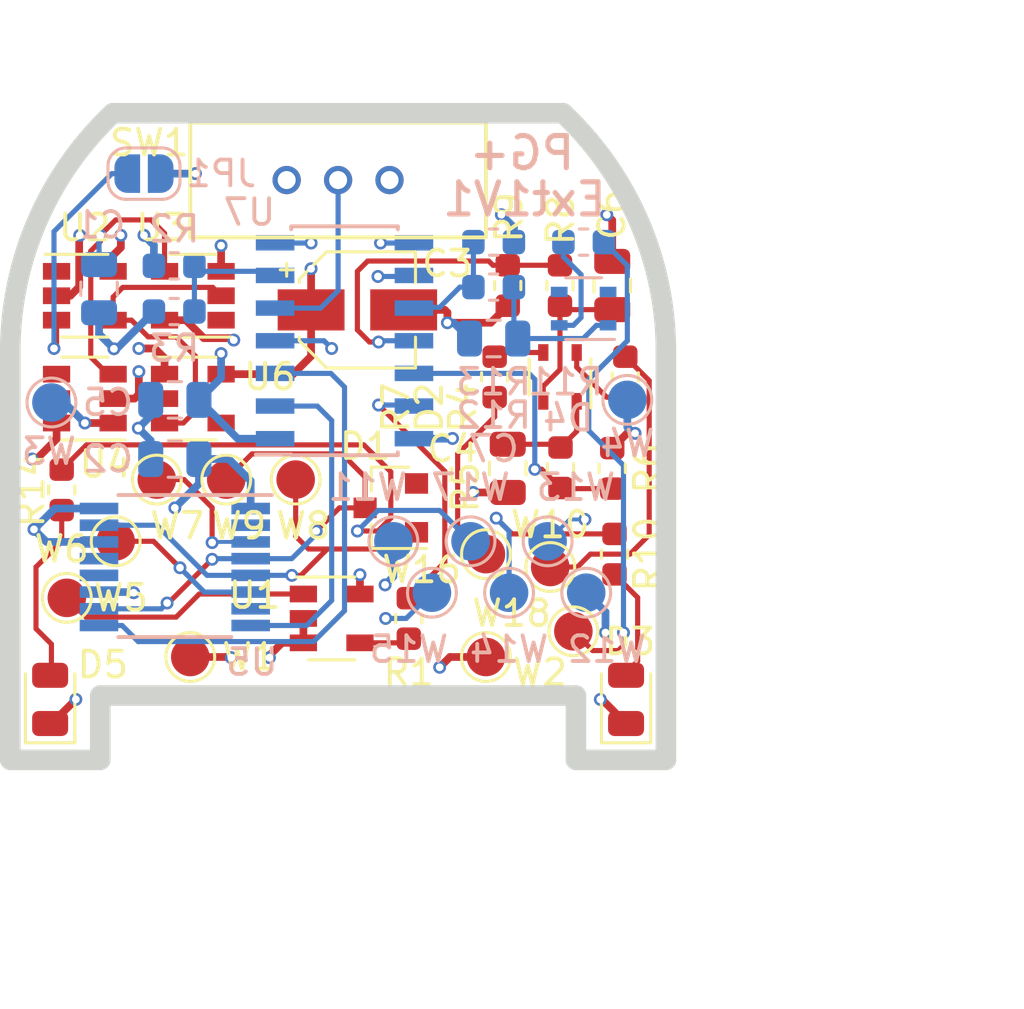
<source format=kicad_pcb>
(kicad_pcb (version 20171130) (host pcbnew "(5.0.0)")

  (general
    (thickness 1.6)
    (drawings 20)
    (tracks 400)
    (zones 0)
    (modules 53)
    (nets 37)
  )

  (page A4)
  (title_block
    (title PoGo+Extender)
    (date 2019-09-11)
    (rev 1.1)
    (company WhoTheHeck)
  )

  (layers
    (0 F.Cu signal)
    (1 In1.Cu signal hide)
    (2 In2.Cu power hide)
    (31 B.Cu signal)
    (32 B.Adhes user hide)
    (33 F.Adhes user hide)
    (34 B.Paste user hide)
    (35 F.Paste user hide)
    (36 B.SilkS user)
    (37 F.SilkS user hide)
    (38 B.Mask user hide)
    (39 F.Mask user hide)
    (40 Dwgs.User user)
    (41 Cmts.User user hide)
    (42 Eco1.User user)
    (43 Eco2.User user)
    (44 Edge.Cuts user)
    (45 Margin user)
    (46 B.CrtYd user)
    (47 F.CrtYd user hide)
    (48 B.Fab user hide)
    (49 F.Fab user hide)
  )

  (setup
    (last_trace_width 0.2)
    (trace_clearance 0.15)
    (zone_clearance 0.25)
    (zone_45_only no)
    (trace_min 0.15)
    (segment_width 0.2)
    (edge_width 0.8)
    (via_size 0.5)
    (via_drill 0.3)
    (via_min_size 0.3)
    (via_min_drill 0.3)
    (uvia_size 0.25)
    (uvia_drill 0.1)
    (uvias_allowed no)
    (uvia_min_size 0.2)
    (uvia_min_drill 0.1)
    (pcb_text_width 0.3)
    (pcb_text_size 1.5 1.5)
    (mod_edge_width 0.15)
    (mod_text_size 0.85 0.85)
    (mod_text_width 0.15)
    (pad_size 1.524 1.524)
    (pad_drill 0.762)
    (pad_to_mask_clearance 0.05)
    (aux_axis_origin 0 0)
    (grid_origin 105 49.3)
    (visible_elements 7FFFFFFF)
    (pcbplotparams
      (layerselection 0x013f0_ffffffff)
      (usegerberextensions false)
      (usegerberattributes false)
      (usegerberadvancedattributes false)
      (creategerberjobfile false)
      (excludeedgelayer false)
      (linewidth 0.100000)
      (plotframeref true)
      (viasonmask false)
      (mode 1)
      (useauxorigin false)
      (hpglpennumber 1)
      (hpglpenspeed 20)
      (hpglpendiameter 15.000000)
      (psnegative false)
      (psa4output false)
      (plotreference true)
      (plotvalue true)
      (plotinvisibletext false)
      (padsonsilk false)
      (subtractmaskfromsilk false)
      (outputformat 1)
      (mirror false)
      (drillshape 0)
      (scaleselection 1)
      (outputdirectory "E:/Dokumente/PG+Ext/PCB_kicadV5/layout/Gerber/"))
  )

  (net 0 "")
  (net 1 GND)
  (net 2 /mode_select)
  (net 3 "Net-(D1-Pad1)")
  (net 4 "Net-(D2-Pad2)")
  (net 5 /switch)
  (net 6 "Net-(D1-Pad2)")
  (net 7 "Net-(D4-Pad2)")
  (net 8 /PGPExt_Signal_Processing/LEDb)
  (net 9 /PGPExt_Signal_Processing/LEDg)
  (net 10 /PGPExt_Signal_Processing/LEDr)
  (net 11 VDD)
  (net 12 "Net-(C6-Pad1)")
  (net 13 VDDA)
  (net 14 "Net-(C1-Pad1)")
  (net 15 /PGPExt_Signal_Processing/LEDb_i)
  (net 16 /PGPExt_Signal_Processing/LEDg_i)
  (net 17 /PGPExt_Signal_Processing/LEDr_i)
  (net 18 +BATT)
  (net 19 "Net-(JP1-Pad1)")
  (net 20 /motor_auto)
  (net 21 /motor_manual)
  (net 22 "Net-(C4-Pad1)")
  (net 23 "Net-(C7-Pad1)")
  (net 24 "Net-(D3-Pad2)")
  (net 25 "Net-(R1-Pad1)")
  (net 26 /PGPExt_Signal_Processing/battvolt)
  (net 27 "Net-(R10-Pad2)")
  (net 28 "Net-(U1-Pad1)")
  (net 29 "Net-(U2-Pad4)")
  (net 30 "Net-(U5-Pad3)")
  (net 31 "Net-(U5-Pad6)")
  (net 32 "Net-(U7-Pad4)")
  (net 33 "Net-(U7-Pad9)")
  (net 34 "Net-(D5-Pad2)")
  (net 35 "Net-(R14-Pad2)")
  (net 36 "Net-(D2-Pad3)")

  (net_class Default "Dies ist die voreingestellte Netzklasse."
    (clearance 0.15)
    (trace_width 0.2)
    (via_dia 0.5)
    (via_drill 0.3)
    (uvia_dia 0.25)
    (uvia_drill 0.1)
    (add_net /PGPExt_Signal_Processing/LEDb)
    (add_net /PGPExt_Signal_Processing/LEDb_i)
    (add_net /PGPExt_Signal_Processing/LEDg)
    (add_net /PGPExt_Signal_Processing/LEDg_i)
    (add_net /PGPExt_Signal_Processing/LEDr)
    (add_net /PGPExt_Signal_Processing/LEDr_i)
    (add_net /PGPExt_Signal_Processing/battvolt)
    (add_net /mode_select)
    (add_net /motor_auto)
    (add_net /motor_manual)
    (add_net /switch)
    (add_net "Net-(C1-Pad1)")
    (add_net "Net-(C4-Pad1)")
    (add_net "Net-(C6-Pad1)")
    (add_net "Net-(C7-Pad1)")
    (add_net "Net-(D1-Pad1)")
    (add_net "Net-(D1-Pad2)")
    (add_net "Net-(D2-Pad2)")
    (add_net "Net-(D2-Pad3)")
    (add_net "Net-(D3-Pad2)")
    (add_net "Net-(D4-Pad2)")
    (add_net "Net-(D5-Pad2)")
    (add_net "Net-(JP1-Pad1)")
    (add_net "Net-(R1-Pad1)")
    (add_net "Net-(R10-Pad2)")
    (add_net "Net-(R14-Pad2)")
    (add_net "Net-(U1-Pad1)")
    (add_net "Net-(U2-Pad4)")
    (add_net "Net-(U5-Pad3)")
    (add_net "Net-(U5-Pad6)")
    (add_net "Net-(U7-Pad4)")
    (add_net "Net-(U7-Pad9)")
  )

  (net_class power ""
    (clearance 0.2)
    (trace_width 0.3)
    (via_dia 0.5)
    (via_drill 0.3)
    (uvia_dia 0.25)
    (uvia_drill 0.1)
    (add_net +BATT)
    (add_net GND)
    (add_net VDD)
    (add_net VDDA)
  )

  (module additional_parts:SOT-343_4_mod (layer B.Cu) (tedit 5D793EFB) (tstamp 5BC229E3)
    (at 122.3 46.85 180)
    (descr "SOT-343, SC-70-4")
    (tags "SOT-343 SC-70-4")
    (path /5B501B74/5B53A435)
    (attr smd)
    (fp_text reference D4 (at 0.6 -4.25 180) (layer B.SilkS)
      (effects (font (size 1 1) (thickness 0.15)) (justify mirror))
    )
    (fp_text value D_Schottky_Dual (at 0 -2) (layer B.Fab)
      (effects (font (size 1 1) (thickness 0.15)) (justify mirror))
    )
    (fp_text user %R (at 0 0 90) (layer B.Fab)
      (effects (font (size 0.5 0.5) (thickness 0.075)) (justify mirror))
    )
    (fp_line (start 0.7 1.2) (end -0.7 1.2) (layer B.SilkS) (width 0.12))
    (fp_line (start -1.2 -1.2) (end 0.7 -1.2) (layer B.SilkS) (width 0.12))
    (fp_line (start 1.6 -1.4) (end 1.6 1.4) (layer B.CrtYd) (width 0.05))
    (fp_line (start -1.6 1.4) (end -1.6 -1.4) (layer B.CrtYd) (width 0.05))
    (fp_line (start -1.6 1.4) (end 1.6 1.4) (layer B.CrtYd) (width 0.05))
    (fp_line (start 0.675 1.1) (end -0.7 1.1) (layer B.Fab) (width 0.1))
    (fp_line (start -0.7 -0.4) (end -0.3 -1.1) (layer B.Fab) (width 0.1))
    (fp_line (start -1.6 -1.4) (end 1.6 -1.4) (layer B.CrtYd) (width 0.05))
    (fp_line (start 0.675 1.1) (end 0.675 -1.1) (layer B.Fab) (width 0.1))
    (fp_line (start 0.675 -1.1) (end -0.3 -1.1) (layer B.Fab) (width 0.1))
    (fp_line (start -0.7 1.1) (end -0.7 -0.4) (layer B.Fab) (width 0.1))
    (pad 4 smd rect (at -0.95 0.65 180) (size 0.65 0.4) (layers B.Cu B.Paste B.Mask))
    (pad 1 smd rect (at -0.95 -0.65 180) (size 0.65 0.4) (layers B.Cu B.Paste B.Mask)
      (net 23 "Net-(C7-Pad1)"))
    (pad 2 smd rect (at 0.95 -0.65 180) (size 0.65 0.4) (layers B.Cu B.Paste B.Mask)
      (net 7 "Net-(D4-Pad2)"))
    (pad 3 smd rect (at 0.95 0.65 180) (size 0.65 0.4) (layers B.Cu B.Paste B.Mask))
    (model ${KISYS3DMOD}/Package_TO_SOT_SMD.3dshapes/SOT-343_SC-70-4.wrl
      (at (xyz 0 0 0))
      (scale (xyz 1 1 1))
      (rotate (xyz 0 0 0))
    )
  )

  (module additional_parts:SOT-343_4_mod (layer F.Cu) (tedit 5D793EFB) (tstamp 5BCA184B)
    (at 121.38 49.507827 90)
    (descr "SOT-343, SC-70-4")
    (tags "SOT-343 SC-70-4")
    (path /5B501B74/5B4DFDBB)
    (attr smd)
    (fp_text reference D2 (at -1.192173 -5.08 90) (layer F.SilkS)
      (effects (font (size 1 1) (thickness 0.15)))
    )
    (fp_text value D_Schottky_Dual (at 0 2 270) (layer F.Fab)
      (effects (font (size 1 1) (thickness 0.15)))
    )
    (fp_text user %R (at 0 0 180) (layer F.Fab)
      (effects (font (size 0.5 0.5) (thickness 0.075)))
    )
    (fp_line (start 0.7 -1.2) (end -0.7 -1.2) (layer F.SilkS) (width 0.12))
    (fp_line (start -1.2 1.2) (end 0.7 1.2) (layer F.SilkS) (width 0.12))
    (fp_line (start 1.6 1.4) (end 1.6 -1.4) (layer F.CrtYd) (width 0.05))
    (fp_line (start -1.6 -1.4) (end -1.6 1.4) (layer F.CrtYd) (width 0.05))
    (fp_line (start -1.6 -1.4) (end 1.6 -1.4) (layer F.CrtYd) (width 0.05))
    (fp_line (start 0.675 -1.1) (end -0.7 -1.1) (layer F.Fab) (width 0.1))
    (fp_line (start -0.7 0.4) (end -0.3 1.1) (layer F.Fab) (width 0.1))
    (fp_line (start -1.6 1.4) (end 1.6 1.4) (layer F.CrtYd) (width 0.05))
    (fp_line (start 0.675 -1.1) (end 0.675 1.1) (layer F.Fab) (width 0.1))
    (fp_line (start 0.675 1.1) (end -0.3 1.1) (layer F.Fab) (width 0.1))
    (fp_line (start -0.7 -1.1) (end -0.7 0.4) (layer F.Fab) (width 0.1))
    (pad 4 smd rect (at -0.95 -0.65 90) (size 0.65 0.4) (layers F.Cu F.Paste F.Mask)
      (net 12 "Net-(C6-Pad1)"))
    (pad 1 smd rect (at -0.95 0.65 90) (size 0.65 0.4) (layers F.Cu F.Paste F.Mask)
      (net 22 "Net-(C4-Pad1)"))
    (pad 2 smd rect (at 0.95 0.65 90) (size 0.65 0.4) (layers F.Cu F.Paste F.Mask)
      (net 4 "Net-(D2-Pad2)"))
    (pad 3 smd rect (at 0.95 -0.65 90) (size 0.65 0.4) (layers F.Cu F.Paste F.Mask)
      (net 36 "Net-(D2-Pad3)"))
    (model ${KISYS3DMOD}/Package_TO_SOT_SMD.3dshapes/SOT-343_SC-70-4.wrl
      (at (xyz 0 0 0))
      (scale (xyz 1 1 1))
      (rotate (xyz 0 0 0))
    )
  )

  (module additional_parts:SW_SSSS912500_ALPS (layer F.Cu) (tedit 5BD9BEFA) (tstamp 5BB57C2B)
    (at 112.75 41.85)
    (path /5B2B1500)
    (fp_text reference SW1 (at -7.35 -1.45) (layer F.SilkS)
      (effects (font (size 1 1) (thickness 0.15)))
    )
    (fp_text value SW_SPDT (at 1 4) (layer F.Fab)
      (effects (font (size 1 1) (thickness 0.15)))
    )
    (fp_line (start -5.75 -2.23) (end -5.75 2.23) (layer F.SilkS) (width 0.15))
    (fp_line (start -5.75 2.23) (end 5.75 2.23) (layer F.SilkS) (width 0.15))
    (fp_line (start 5.75 2.23) (end 5.75 -2.23) (layer F.SilkS) (width 0.15))
    (fp_line (start 5.75 -2.23) (end -5.75 -2.23) (layer F.SilkS) (width 0.15))
    (fp_line (start -5.8 -2.3) (end 5.8 -2.3) (layer F.CrtYd) (width 0.05))
    (fp_line (start 5.8 -2.3) (end 5.8 2.3) (layer F.CrtYd) (width 0.05))
    (fp_line (start 5.8 2.3) (end -5.8 2.3) (layer F.CrtYd) (width 0.05))
    (fp_line (start -5.8 2.3) (end -5.8 -2.3) (layer F.CrtYd) (width 0.05))
    (pad 3 thru_hole circle (at 2 0) (size 1.1 1.1) (drill 0.7) (layers *.Cu *.Mask)
      (net 1 GND))
    (pad 2 thru_hole circle (at 0 0) (size 1.1 1.1) (drill 0.7) (layers *.Cu *.Mask)
      (net 2 /mode_select))
    (pad 1 thru_hole circle (at -2 0) (size 1.1 1.1) (drill 0.7) (layers *.Cu *.Mask))
    (model ${KISYS3DMOD}/switch.3dshapes/switch.wrl
      (at (xyz 0 0 0))
      (scale (xyz 1 1 1))
      (rotate (xyz 0 0 0))
    )
  )

  (module Capacitor_SMD:C_0805_2012Metric (layer B.Cu) (tedit 5B36C52B) (tstamp 5BB57AB6)
    (at 106.4 50.4 180)
    (descr "Capacitor SMD 0805 (2012 Metric), square (rectangular) end terminal, IPC_7351 nominal, (Body size source: https://docs.google.com/spreadsheets/d/1BsfQQcO9C6DZCsRaXUlFlo91Tg2WpOkGARC1WS5S8t0/edit?usp=sharing), generated with kicad-footprint-generator")
    (tags capacitor)
    (path /5B501B74/5B4F597E)
    (attr smd)
    (fp_text reference C5 (at 2.6 -0.1 180) (layer B.SilkS)
      (effects (font (size 1 1) (thickness 0.15)) (justify mirror))
    )
    (fp_text value 100n (at 0 -1.65 180) (layer B.Fab)
      (effects (font (size 1 1) (thickness 0.15)) (justify mirror))
    )
    (fp_text user %R (at 0 0 180) (layer B.Fab)
      (effects (font (size 0.5 0.5) (thickness 0.08)) (justify mirror))
    )
    (fp_line (start 1.68 -0.95) (end -1.68 -0.95) (layer B.CrtYd) (width 0.05))
    (fp_line (start 1.68 0.95) (end 1.68 -0.95) (layer B.CrtYd) (width 0.05))
    (fp_line (start -1.68 0.95) (end 1.68 0.95) (layer B.CrtYd) (width 0.05))
    (fp_line (start -1.68 -0.95) (end -1.68 0.95) (layer B.CrtYd) (width 0.05))
    (fp_line (start -0.258578 -0.71) (end 0.258578 -0.71) (layer B.SilkS) (width 0.12))
    (fp_line (start -0.258578 0.71) (end 0.258578 0.71) (layer B.SilkS) (width 0.12))
    (fp_line (start 1 -0.6) (end -1 -0.6) (layer B.Fab) (width 0.1))
    (fp_line (start 1 0.6) (end 1 -0.6) (layer B.Fab) (width 0.1))
    (fp_line (start -1 0.6) (end 1 0.6) (layer B.Fab) (width 0.1))
    (fp_line (start -1 -0.6) (end -1 0.6) (layer B.Fab) (width 0.1))
    (pad 2 smd roundrect (at 0.9375 0 180) (size 0.975 1.4) (layers B.Cu B.Paste B.Mask) (roundrect_rratio 0.25)
      (net 1 GND))
    (pad 1 smd roundrect (at -0.9375 0 180) (size 0.975 1.4) (layers B.Cu B.Paste B.Mask) (roundrect_rratio 0.25)
      (net 11 VDD))
    (model ${KISYS3DMOD}/Capacitor_SMD.3dshapes/C_0805_2012Metric.wrl
      (at (xyz 0 0 0))
      (scale (xyz 1 1 1))
      (rotate (xyz 0 0 0))
    )
  )

  (module LED_SMD:LED_0805_2012Metric (layer F.Cu) (tedit 5B36C52C) (tstamp 5BB57B19)
    (at 123.95 62.05 90)
    (descr "LED SMD 0805 (2012 Metric), square (rectangular) end terminal, IPC_7351 nominal, (Body size source: https://docs.google.com/spreadsheets/d/1BsfQQcO9C6DZCsRaXUlFlo91Tg2WpOkGARC1WS5S8t0/edit?usp=sharing), generated with kicad-footprint-generator")
    (tags diode)
    (path /5B501B74/5B4F59A8)
    (attr smd)
    (fp_text reference D3 (at 2.25 0.15 180) (layer F.SilkS)
      (effects (font (size 1 1) (thickness 0.15)))
    )
    (fp_text value LED_red (at 0 1.65 90) (layer F.Fab)
      (effects (font (size 1 1) (thickness 0.15)))
    )
    (fp_line (start 1 -0.6) (end -0.7 -0.6) (layer F.Fab) (width 0.1))
    (fp_line (start -0.7 -0.6) (end -1 -0.3) (layer F.Fab) (width 0.1))
    (fp_line (start -1 -0.3) (end -1 0.6) (layer F.Fab) (width 0.1))
    (fp_line (start -1 0.6) (end 1 0.6) (layer F.Fab) (width 0.1))
    (fp_line (start 1 0.6) (end 1 -0.6) (layer F.Fab) (width 0.1))
    (fp_line (start 1 -0.96) (end -1.685 -0.96) (layer F.SilkS) (width 0.12))
    (fp_line (start -1.685 -0.96) (end -1.685 0.96) (layer F.SilkS) (width 0.12))
    (fp_line (start -1.685 0.96) (end 1 0.96) (layer F.SilkS) (width 0.12))
    (fp_line (start -1.68 0.95) (end -1.68 -0.95) (layer F.CrtYd) (width 0.05))
    (fp_line (start -1.68 -0.95) (end 1.68 -0.95) (layer F.CrtYd) (width 0.05))
    (fp_line (start 1.68 -0.95) (end 1.68 0.95) (layer F.CrtYd) (width 0.05))
    (fp_line (start 1.68 0.95) (end -1.68 0.95) (layer F.CrtYd) (width 0.05))
    (fp_text user %R (at 0 0 90) (layer F.Fab)
      (effects (font (size 0.5 0.5) (thickness 0.08)))
    )
    (pad 1 smd roundrect (at -0.9375 0 90) (size 0.975 1.4) (layers F.Cu F.Paste F.Mask) (roundrect_rratio 0.25)
      (net 1 GND))
    (pad 2 smd roundrect (at 0.9375 0 90) (size 0.975 1.4) (layers F.Cu F.Paste F.Mask) (roundrect_rratio 0.25)
      (net 24 "Net-(D3-Pad2)"))
    (model ${KISYS3DMOD}/LED_SMD.3dshapes/LED_0805_2012Metric.wrl
      (at (xyz 0 0 0))
      (scale (xyz 1 1 1))
      (rotate (xyz 0 0 0))
    )
  )

  (module Jumper:SolderJumper-2_P1.3mm_Open_RoundedPad1.0x1.5mm (layer B.Cu) (tedit 5B391E66) (tstamp 5BB57B3F)
    (at 105.2 41.6)
    (descr "SMD Solder Jumper, 1x1.5mm, rounded Pads, 0.3mm gap, open")
    (tags "solder jumper open")
    (path /5B668DBC)
    (attr virtual)
    (fp_text reference JP1 (at 3 0) (layer B.SilkS)
      (effects (font (size 1 1) (thickness 0.15)) (justify mirror))
    )
    (fp_text value Jumper_NO_Small (at 0 -1.9) (layer B.Fab)
      (effects (font (size 1 1) (thickness 0.15)) (justify mirror))
    )
    (fp_arc (start 0.7 0.3) (end 1.4 0.3) (angle 90) (layer B.SilkS) (width 0.12))
    (fp_arc (start 0.7 -0.3) (end 0.7 -1) (angle 90) (layer B.SilkS) (width 0.12))
    (fp_arc (start -0.7 -0.3) (end -1.4 -0.3) (angle 90) (layer B.SilkS) (width 0.12))
    (fp_arc (start -0.7 0.3) (end -0.7 1) (angle 90) (layer B.SilkS) (width 0.12))
    (fp_line (start -1.4 -0.3) (end -1.4 0.3) (layer B.SilkS) (width 0.12))
    (fp_line (start 0.7 -1) (end -0.7 -1) (layer B.SilkS) (width 0.12))
    (fp_line (start 1.4 0.3) (end 1.4 -0.3) (layer B.SilkS) (width 0.12))
    (fp_line (start -0.7 1) (end 0.7 1) (layer B.SilkS) (width 0.12))
    (fp_line (start -1.65 1.25) (end 1.65 1.25) (layer B.CrtYd) (width 0.05))
    (fp_line (start -1.65 1.25) (end -1.65 -1.25) (layer B.CrtYd) (width 0.05))
    (fp_line (start 1.65 -1.25) (end 1.65 1.25) (layer B.CrtYd) (width 0.05))
    (fp_line (start 1.65 -1.25) (end -1.65 -1.25) (layer B.CrtYd) (width 0.05))
    (pad 1 smd custom (at -0.65 0) (size 1 0.5) (layers B.Cu B.Mask)
      (net 19 "Net-(JP1-Pad1)") (zone_connect 0)
      (options (clearance outline) (anchor rect))
      (primitives
        (gr_circle (center 0 -0.25) (end 0.5 -0.25) (width 0))
        (gr_circle (center 0 0.25) (end 0.5 0.25) (width 0))
        (gr_poly (pts
           (xy 0 0.75) (xy 0.5 0.75) (xy 0.5 -0.75) (xy 0 -0.75)) (width 0))
      ))
    (pad 2 smd custom (at 0.65 0) (size 1 0.5) (layers B.Cu B.Mask)
      (net 1 GND) (zone_connect 0)
      (options (clearance outline) (anchor rect))
      (primitives
        (gr_circle (center 0 -0.25) (end 0.5 -0.25) (width 0))
        (gr_circle (center 0 0.25) (end 0.5 0.25) (width 0))
        (gr_poly (pts
           (xy 0 0.75) (xy -0.5 0.75) (xy -0.5 -0.75) (xy 0 -0.75)) (width 0))
      ))
  )

  (module Resistor_SMD:R_0603_1608Metric (layer F.Cu) (tedit 5B301BBD) (tstamp 5BB57BE9)
    (at 123.5 56.4 90)
    (descr "Resistor SMD 0603 (1608 Metric), square (rectangular) end terminal, IPC_7351 nominal, (Body size source: http://www.tortai-tech.com/upload/download/2011102023233369053.pdf), generated with kicad-footprint-generator")
    (tags resistor)
    (path /5B501B74/5B4F599A)
    (attr smd)
    (fp_text reference R10 (at 0 1.3 90) (layer F.SilkS)
      (effects (font (size 1 1) (thickness 0.15)))
    )
    (fp_text value 220 (at 0 1.43 90) (layer F.Fab)
      (effects (font (size 1 1) (thickness 0.15)))
    )
    (fp_text user %R (at 0 0 90) (layer F.Fab)
      (effects (font (size 0.4 0.4) (thickness 0.06)))
    )
    (fp_line (start 1.48 0.73) (end -1.48 0.73) (layer F.CrtYd) (width 0.05))
    (fp_line (start 1.48 -0.73) (end 1.48 0.73) (layer F.CrtYd) (width 0.05))
    (fp_line (start -1.48 -0.73) (end 1.48 -0.73) (layer F.CrtYd) (width 0.05))
    (fp_line (start -1.48 0.73) (end -1.48 -0.73) (layer F.CrtYd) (width 0.05))
    (fp_line (start -0.162779 0.51) (end 0.162779 0.51) (layer F.SilkS) (width 0.12))
    (fp_line (start -0.162779 -0.51) (end 0.162779 -0.51) (layer F.SilkS) (width 0.12))
    (fp_line (start 0.8 0.4) (end -0.8 0.4) (layer F.Fab) (width 0.1))
    (fp_line (start 0.8 -0.4) (end 0.8 0.4) (layer F.Fab) (width 0.1))
    (fp_line (start -0.8 -0.4) (end 0.8 -0.4) (layer F.Fab) (width 0.1))
    (fp_line (start -0.8 0.4) (end -0.8 -0.4) (layer F.Fab) (width 0.1))
    (pad 2 smd roundrect (at 0.7875 0 90) (size 0.875 0.95) (layers F.Cu F.Paste F.Mask) (roundrect_rratio 0.25)
      (net 27 "Net-(R10-Pad2)"))
    (pad 1 smd roundrect (at -0.7875 0 90) (size 0.875 0.95) (layers F.Cu F.Paste F.Mask) (roundrect_rratio 0.25)
      (net 24 "Net-(D3-Pad2)"))
    (model ${KISYS3DMOD}/Resistor_SMD.3dshapes/R_0603_1608Metric.wrl
      (at (xyz 0 0 0))
      (scale (xyz 1 1 1))
      (rotate (xyz 0 0 0))
    )
  )

  (module TestPoint:TestPoint_Pad_D1.5mm (layer F.Cu) (tedit 5A0F774F) (tstamp 5BB57CE0)
    (at 107 60.4)
    (descr "SMD pad as test Point, diameter 1.5mm")
    (tags "test point SMD pad")
    (path /5A5B11EB)
    (attr virtual)
    (fp_text reference W1 (at 2.3 0) (layer F.SilkS)
      (effects (font (size 1 1) (thickness 0.15)))
    )
    (fp_text value GoPlusPower+ (at 0 1.75) (layer F.Fab)
      (effects (font (size 1 1) (thickness 0.15)))
    )
    (fp_circle (center 0 0) (end 0 0.95) (layer F.SilkS) (width 0.12))
    (fp_circle (center 0 0) (end 1.25 0) (layer F.CrtYd) (width 0.05))
    (fp_text user %R (at 0 -1.65) (layer F.Fab)
      (effects (font (size 1 1) (thickness 0.15)))
    )
    (pad 1 smd circle (at 0 0) (size 1.5 1.5) (layers F.Cu F.Mask)
      (net 11 VDD))
  )

  (module TestPoint:TestPoint_Pad_D1.5mm (layer F.Cu) (tedit 5A0F774F) (tstamp 5BB57CE8)
    (at 118.5 60.4)
    (descr "SMD pad as test Point, diameter 1.5mm")
    (tags "test point SMD pad")
    (path /5A5B129F)
    (attr virtual)
    (fp_text reference W2 (at 2.1 0.6 180) (layer F.SilkS)
      (effects (font (size 1 1) (thickness 0.15)))
    )
    (fp_text value GoPlusPower- (at 0 1.75) (layer F.Fab)
      (effects (font (size 1 1) (thickness 0.15)))
    )
    (fp_text user %R (at 0 -1.65) (layer F.Fab)
      (effects (font (size 1 1) (thickness 0.15)))
    )
    (fp_circle (center 0 0) (end 1.25 0) (layer F.CrtYd) (width 0.05))
    (fp_circle (center 0 0) (end 0 0.95) (layer F.SilkS) (width 0.12))
    (pad 1 smd circle (at 0 0) (size 1.5 1.5) (layers F.Cu F.Mask)
      (net 1 GND))
  )

  (module TestPoint:TestPoint_Pad_D1.5mm (layer B.Cu) (tedit 5A0F774F) (tstamp 5BB57CF0)
    (at 101.6 50.5)
    (descr "SMD pad as test Point, diameter 1.5mm")
    (tags "test point SMD pad")
    (path /5B79D5D6)
    (attr virtual)
    (fp_text reference W3 (at -0.1 1.9) (layer B.SilkS)
      (effects (font (size 1 1) (thickness 0.15)) (justify mirror))
    )
    (fp_text value BatteryPower+ (at 0 -1.75) (layer B.Fab)
      (effects (font (size 1 1) (thickness 0.15)) (justify mirror))
    )
    (fp_circle (center 0 0) (end 0 -0.95) (layer B.SilkS) (width 0.12))
    (fp_circle (center 0 0) (end 1.25 0) (layer B.CrtYd) (width 0.05))
    (fp_text user %R (at 0 1.65) (layer B.Fab)
      (effects (font (size 1 1) (thickness 0.15)) (justify mirror))
    )
    (pad 1 smd circle (at 0 0) (size 1.5 1.5) (layers B.Cu B.Mask)
      (net 18 +BATT))
  )

  (module TestPoint:TestPoint_Pad_D1.5mm (layer B.Cu) (tedit 5A0F774F) (tstamp 5BB57CF8)
    (at 124 50.4)
    (descr "SMD pad as test Point, diameter 1.5mm")
    (tags "test point SMD pad")
    (path /5B79D5DC)
    (attr virtual)
    (fp_text reference W4 (at 0 1.7) (layer B.SilkS)
      (effects (font (size 1 1) (thickness 0.15)) (justify mirror))
    )
    (fp_text value BatteryPower- (at 0 -1.75) (layer B.Fab)
      (effects (font (size 1 1) (thickness 0.15)) (justify mirror))
    )
    (fp_text user %R (at 0 1.65) (layer B.Fab)
      (effects (font (size 1 1) (thickness 0.15)) (justify mirror))
    )
    (fp_circle (center 0 0) (end 1.25 0) (layer B.CrtYd) (width 0.05))
    (fp_circle (center 0 0) (end 0 -0.95) (layer B.SilkS) (width 0.12))
    (pad 1 smd circle (at 0 0) (size 1.5 1.5) (layers B.Cu B.Mask)
      (net 1 GND))
  )

  (module TestPoint:TestPoint_Pad_D1.5mm (layer F.Cu) (tedit 5A0F774F) (tstamp 5BB57D00)
    (at 102.2 58.1)
    (descr "SMD pad as test Point, diameter 1.5mm")
    (tags "test point SMD pad")
    (path /580E82CA)
    (attr virtual)
    (fp_text reference W5 (at 2.1 0) (layer F.SilkS)
      (effects (font (size 1 1) (thickness 0.15)))
    )
    (fp_text value switch (at 0 1.75) (layer F.Fab)
      (effects (font (size 1 1) (thickness 0.15)))
    )
    (fp_text user %R (at 0 -1.65) (layer F.Fab)
      (effects (font (size 1 1) (thickness 0.15)))
    )
    (fp_circle (center 0 0) (end 1.25 0) (layer F.CrtYd) (width 0.05))
    (fp_circle (center 0 0) (end 0 0.95) (layer F.SilkS) (width 0.12))
    (pad 1 smd circle (at 0 0) (size 1.5 1.5) (layers F.Cu F.Mask)
      (net 28 "Net-(U1-Pad1)"))
  )

  (module TestPoint:TestPoint_Pad_D1.5mm (layer F.Cu) (tedit 5A0F774F) (tstamp 5BB57D08)
    (at 104.1 55.9)
    (descr "SMD pad as test Point, diameter 1.5mm")
    (tags "test point SMD pad")
    (path /5B74442B)
    (attr virtual)
    (fp_text reference W6 (at -2.1 0.3) (layer F.SilkS)
      (effects (font (size 1 1) (thickness 0.15)))
    )
    (fp_text value GoPlus- (at 0 1.75) (layer F.Fab)
      (effects (font (size 1 1) (thickness 0.15)))
    )
    (fp_text user %R (at 0 -1.65) (layer F.Fab)
      (effects (font (size 1 1) (thickness 0.15)))
    )
    (fp_circle (center 0 0) (end 1.25 0) (layer F.CrtYd) (width 0.05))
    (fp_circle (center 0 0) (end 0 0.95) (layer F.SilkS) (width 0.12))
    (pad 1 smd circle (at 0 0) (size 1.5 1.5) (layers F.Cu F.Mask)
      (net 31 "Net-(U5-Pad6)"))
  )

  (module TestPoint:TestPoint_Pad_D1.5mm (layer F.Cu) (tedit 5A0F774F) (tstamp 5BB57D10)
    (at 105.7 53.5)
    (descr "SMD pad as test Point, diameter 1.5mm")
    (tags "test point SMD pad")
    (path /5B7444A5)
    (attr virtual)
    (fp_text reference W7 (at 0.8 1.8) (layer F.SilkS)
      (effects (font (size 1 1) (thickness 0.15)))
    )
    (fp_text value GoPlus+ (at 0 1.75) (layer F.Fab)
      (effects (font (size 1 1) (thickness 0.15)))
    )
    (fp_circle (center 0 0) (end 0 0.95) (layer F.SilkS) (width 0.12))
    (fp_circle (center 0 0) (end 1.25 0) (layer F.CrtYd) (width 0.05))
    (fp_text user %R (at 0 -1.65) (layer F.Fab)
      (effects (font (size 1 1) (thickness 0.15)))
    )
    (pad 1 smd circle (at 0 0) (size 1.5 1.5) (layers F.Cu F.Mask)
      (net 30 "Net-(U5-Pad3)"))
  )

  (module TestPoint:TestPoint_Pad_D1.5mm (layer F.Cu) (tedit 5A0F774F) (tstamp 5BB57D18)
    (at 111.1 53.5)
    (descr "SMD pad as test Point, diameter 1.5mm")
    (tags "test point SMD pad")
    (path /58013F5A)
    (attr virtual)
    (fp_text reference W8 (at 0.3 1.8) (layer F.SilkS)
      (effects (font (size 1 1) (thickness 0.15)))
    )
    (fp_text value motor- (at 0 1.75) (layer F.Fab)
      (effects (font (size 1 1) (thickness 0.15)))
    )
    (fp_circle (center 0 0) (end 0 0.95) (layer F.SilkS) (width 0.12))
    (fp_circle (center 0 0) (end 1.25 0) (layer F.CrtYd) (width 0.05))
    (fp_text user %R (at 0 -1.65) (layer F.Fab)
      (effects (font (size 1 1) (thickness 0.15)))
    )
    (pad 1 smd circle (at 0 0) (size 1.5 1.5) (layers F.Cu F.Mask)
      (net 6 "Net-(D1-Pad2)"))
  )

  (module TestPoint:TestPoint_Pad_D1.5mm (layer F.Cu) (tedit 5A0F774F) (tstamp 5BDA787F)
    (at 108.4 53.5)
    (descr "SMD pad as test Point, diameter 1.5mm")
    (tags "test point SMD pad")
    (path /58013EC7)
    (attr virtual)
    (fp_text reference W9 (at 0.5 1.8) (layer F.SilkS)
      (effects (font (size 1 1) (thickness 0.15)))
    )
    (fp_text value motor+ (at 0 1.75) (layer F.Fab)
      (effects (font (size 1 1) (thickness 0.15)))
    )
    (fp_text user %R (at 0 -1.65) (layer F.Fab)
      (effects (font (size 1 1) (thickness 0.15)))
    )
    (fp_circle (center 0 0) (end 1.25 0) (layer F.CrtYd) (width 0.05))
    (fp_circle (center 0 0) (end 0 0.95) (layer F.SilkS) (width 0.12))
    (pad 1 smd circle (at 0 0) (size 1.5 1.5) (layers F.Cu F.Mask)
      (net 3 "Net-(D1-Pad1)"))
  )

  (module TestPoint:TestPoint_Pad_D1.5mm (layer F.Cu) (tedit 5A0F774F) (tstamp 5BB57D28)
    (at 121 56.9)
    (descr "SMD pad as test Point, diameter 1.5mm")
    (tags "test point SMD pad")
    (path /5B501B74/5B4DFD91)
    (attr virtual)
    (fp_text reference W10 (at 0 -1.648) (layer F.SilkS)
      (effects (font (size 1 1) (thickness 0.15)))
    )
    (fp_text value LEDb_i (at 0 1.75) (layer F.Fab)
      (effects (font (size 1 1) (thickness 0.15)))
    )
    (fp_circle (center 0 0) (end 0 0.95) (layer F.SilkS) (width 0.12))
    (fp_circle (center 0 0) (end 1.25 0) (layer F.CrtYd) (width 0.05))
    (fp_text user %R (at 0 -1.65) (layer F.Fab)
      (effects (font (size 1 1) (thickness 0.15)))
    )
    (pad 1 smd circle (at 0 0) (size 1.5 1.5) (layers F.Cu F.Mask)
      (net 15 /PGPExt_Signal_Processing/LEDb_i))
  )

  (module TestPoint:TestPoint_Pad_D1.5mm (layer B.Cu) (tedit 5A0F774F) (tstamp 5BB57D30)
    (at 114.9 55.9 270)
    (descr "SMD pad as test Point, diameter 1.5mm")
    (tags "test point SMD pad")
    (path /5B501B74/5B667CEE)
    (attr virtual)
    (fp_text reference W11 (at -2.1 1) (layer B.SilkS)
      (effects (font (size 1 1) (thickness 0.15)) (justify mirror))
    )
    (fp_text value program- (at 0 -1.75 270) (layer B.Fab)
      (effects (font (size 1 1) (thickness 0.15)) (justify mirror))
    )
    (fp_circle (center 0 0) (end 0 -0.95) (layer B.SilkS) (width 0.12))
    (fp_circle (center 0 0) (end 1.25 0) (layer B.CrtYd) (width 0.05))
    (fp_text user %R (at 0 1.65 270) (layer B.Fab)
      (effects (font (size 1 1) (thickness 0.15)) (justify mirror))
    )
    (pad 1 smd circle (at 0 0 270) (size 1.5 1.5) (layers B.Cu B.Mask)
      (net 1 GND))
  )

  (module TestPoint:TestPoint_Pad_D1.5mm (layer B.Cu) (tedit 5A0F774F) (tstamp 5BB57D38)
    (at 122.4 57.9 270)
    (descr "SMD pad as test Point, diameter 1.5mm")
    (tags "test point SMD pad")
    (path /5B501B74/5B667B5A)
    (attr virtual)
    (fp_text reference W12 (at 2.2 -0.8) (layer B.SilkS)
      (effects (font (size 1 1) (thickness 0.15)) (justify mirror))
    )
    (fp_text value program+ (at 0 -1.75 270) (layer B.Fab)
      (effects (font (size 1 1) (thickness 0.15)) (justify mirror))
    )
    (fp_text user %R (at 0 1.65 270) (layer B.Fab)
      (effects (font (size 1 1) (thickness 0.15)) (justify mirror))
    )
    (fp_circle (center 0 0) (end 1.25 0) (layer B.CrtYd) (width 0.05))
    (fp_circle (center 0 0) (end 0 -0.95) (layer B.SilkS) (width 0.12))
    (pad 1 smd circle (at 0 0 270) (size 1.5 1.5) (layers B.Cu B.Mask)
      (net 11 VDD))
  )

  (module TestPoint:TestPoint_Pad_D1.5mm (layer B.Cu) (tedit 5A0F774F) (tstamp 5BB57D40)
    (at 120.9 55.9 270)
    (descr "SMD pad as test Point, diameter 1.5mm")
    (tags "test point SMD pad")
    (path /5B501B74/5B6681AA)
    (attr virtual)
    (fp_text reference W13 (at -2.1 -1.1) (layer B.SilkS)
      (effects (font (size 1 1) (thickness 0.15)) (justify mirror))
    )
    (fp_text value TEST_1P (at 0 -1.75 270) (layer B.Fab)
      (effects (font (size 1 1) (thickness 0.15)) (justify mirror))
    )
    (fp_text user %R (at 0 1.65 270) (layer B.Fab)
      (effects (font (size 1 1) (thickness 0.15)) (justify mirror))
    )
    (fp_circle (center 0 0) (end 1.25 0) (layer B.CrtYd) (width 0.05))
    (fp_circle (center 0 0) (end 0 -0.95) (layer B.SilkS) (width 0.12))
    (pad 1 smd circle (at 0 0 270) (size 1.5 1.5) (layers B.Cu B.Mask)
      (net 33 "Net-(U7-Pad9)"))
  )

  (module TestPoint:TestPoint_Pad_D1.5mm (layer B.Cu) (tedit 5A0F774F) (tstamp 5BB57D48)
    (at 119.4 57.9 270)
    (descr "SMD pad as test Point, diameter 1.5mm")
    (tags "test point SMD pad")
    (path /5B501B74/5B668143)
    (attr virtual)
    (fp_text reference W14 (at 2.2 0) (layer B.SilkS)
      (effects (font (size 1 1) (thickness 0.15)) (justify mirror))
    )
    (fp_text value TEST_1P (at 0 -1.75 270) (layer B.Fab)
      (effects (font (size 1 1) (thickness 0.15)) (justify mirror))
    )
    (fp_circle (center 0 0) (end 0 -0.95) (layer B.SilkS) (width 0.12))
    (fp_circle (center 0 0) (end 1.25 0) (layer B.CrtYd) (width 0.05))
    (fp_text user %R (at 0 1.65 270) (layer B.Fab)
      (effects (font (size 1 1) (thickness 0.15)) (justify mirror))
    )
    (pad 1 smd circle (at 0 0 270) (size 1.5 1.5) (layers B.Cu B.Mask)
      (net 27 "Net-(R10-Pad2)"))
  )

  (module TestPoint:TestPoint_Pad_D1.5mm (layer B.Cu) (tedit 5A0F774F) (tstamp 5BB57D50)
    (at 116.4 57.9 270)
    (descr "SMD pad as test Point, diameter 1.5mm")
    (tags "test point SMD pad")
    (path /5B501B74/5B6680DB)
    (attr virtual)
    (fp_text reference W15 (at 2.2 0.9) (layer B.SilkS)
      (effects (font (size 1 1) (thickness 0.15)) (justify mirror))
    )
    (fp_text value TEST_1P (at 0 -1.75 270) (layer B.Fab)
      (effects (font (size 1 1) (thickness 0.15)) (justify mirror))
    )
    (fp_text user %R (at 0 1.65 270) (layer B.Fab)
      (effects (font (size 1 1) (thickness 0.15)) (justify mirror))
    )
    (fp_circle (center 0 0) (end 1.25 0) (layer B.CrtYd) (width 0.05))
    (fp_circle (center 0 0) (end 0 -0.95) (layer B.SilkS) (width 0.12))
    (pad 1 smd circle (at 0 0 270) (size 1.5 1.5) (layers B.Cu B.Mask)
      (net 32 "Net-(U7-Pad4)"))
  )

  (module TestPoint:TestPoint_Pad_D1.5mm (layer F.Cu) (tedit 5A0F774F) (tstamp 5BB57D58)
    (at 118.5 56.4)
    (descr "SMD pad as test Point, diameter 1.5mm")
    (tags "test point SMD pad")
    (path /5B501B74/5B542FFC)
    (attr virtual)
    (fp_text reference W16 (at -2.5 0.6) (layer F.SilkS)
      (effects (font (size 1 1) (thickness 0.15)))
    )
    (fp_text value LEDg_i (at 0 1.75) (layer F.Fab)
      (effects (font (size 1 1) (thickness 0.15)))
    )
    (fp_circle (center 0 0) (end 0 0.95) (layer F.SilkS) (width 0.12))
    (fp_circle (center 0 0) (end 1.25 0) (layer F.CrtYd) (width 0.05))
    (fp_text user %R (at 0 -1.65) (layer F.Fab)
      (effects (font (size 1 1) (thickness 0.15)))
    )
    (pad 1 smd circle (at 0 0) (size 1.5 1.5) (layers F.Cu F.Mask)
      (net 16 /PGPExt_Signal_Processing/LEDg_i))
  )

  (module TestPoint:TestPoint_Pad_D1.5mm (layer B.Cu) (tedit 5A0F774F) (tstamp 5BB57D60)
    (at 117.9 55.9 270)
    (descr "SMD pad as test Point, diameter 1.5mm")
    (tags "test point SMD pad")
    (path /5B501B74/5B66807A)
    (attr virtual)
    (fp_text reference W17 (at -2.1 0) (layer B.SilkS)
      (effects (font (size 1 1) (thickness 0.15)) (justify mirror))
    )
    (fp_text value TEST_1P (at 0 -1.75 270) (layer B.Fab)
      (effects (font (size 1 1) (thickness 0.15)) (justify mirror))
    )
    (fp_circle (center 0 0) (end 0 -0.95) (layer B.SilkS) (width 0.12))
    (fp_circle (center 0 0) (end 1.25 0) (layer B.CrtYd) (width 0.05))
    (fp_text user %R (at 0 1.65 270) (layer B.Fab)
      (effects (font (size 1 1) (thickness 0.15)) (justify mirror))
    )
    (pad 1 smd circle (at 0 0 270) (size 1.5 1.5) (layers B.Cu B.Mask)
      (net 35 "Net-(R14-Pad2)"))
  )

  (module TestPoint:TestPoint_Pad_D1.5mm (layer F.Cu) (tedit 5A0F774F) (tstamp 5BB57D68)
    (at 121.9 59.4)
    (descr "SMD pad as test Point, diameter 1.5mm")
    (tags "test point SMD pad")
    (path /5B501B74/5B54338B)
    (attr virtual)
    (fp_text reference W18 (at -2.4 -0.7) (layer F.SilkS)
      (effects (font (size 1 1) (thickness 0.15)))
    )
    (fp_text value LEDr_i (at 0 1.75) (layer F.Fab)
      (effects (font (size 1 1) (thickness 0.15)))
    )
    (fp_text user %R (at 0 -1.65) (layer F.Fab)
      (effects (font (size 1 1) (thickness 0.15)))
    )
    (fp_circle (center 0 0) (end 1.25 0) (layer F.CrtYd) (width 0.05))
    (fp_circle (center 0 0) (end 0 0.95) (layer F.SilkS) (width 0.12))
    (pad 1 smd circle (at 0 0) (size 1.5 1.5) (layers F.Cu F.Mask)
      (net 17 /PGPExt_Signal_Processing/LEDr_i))
  )

  (module LED_SMD:LED_0805_2012Metric (layer F.Cu) (tedit 5B36C52C) (tstamp 5BBFA71A)
    (at 101.55 62.05 90)
    (descr "LED SMD 0805 (2012 Metric), square (rectangular) end terminal, IPC_7351 nominal, (Body size source: https://docs.google.com/spreadsheets/d/1BsfQQcO9C6DZCsRaXUlFlo91Tg2WpOkGARC1WS5S8t0/edit?usp=sharing), generated with kicad-footprint-generator")
    (tags diode)
    (path /5B501B74/5BC066AE)
    (attr smd)
    (fp_text reference D5 (at 1.35 2.05 180) (layer F.SilkS)
      (effects (font (size 1 1) (thickness 0.15)))
    )
    (fp_text value LED_ora (at 0 1.65 90) (layer F.Fab)
      (effects (font (size 1 1) (thickness 0.15)))
    )
    (fp_line (start 1 -0.6) (end -0.7 -0.6) (layer F.Fab) (width 0.1))
    (fp_line (start -0.7 -0.6) (end -1 -0.3) (layer F.Fab) (width 0.1))
    (fp_line (start -1 -0.3) (end -1 0.6) (layer F.Fab) (width 0.1))
    (fp_line (start -1 0.6) (end 1 0.6) (layer F.Fab) (width 0.1))
    (fp_line (start 1 0.6) (end 1 -0.6) (layer F.Fab) (width 0.1))
    (fp_line (start 1 -0.96) (end -1.685 -0.96) (layer F.SilkS) (width 0.12))
    (fp_line (start -1.685 -0.96) (end -1.685 0.96) (layer F.SilkS) (width 0.12))
    (fp_line (start -1.685 0.96) (end 1 0.96) (layer F.SilkS) (width 0.12))
    (fp_line (start -1.68 0.95) (end -1.68 -0.95) (layer F.CrtYd) (width 0.05))
    (fp_line (start -1.68 -0.95) (end 1.68 -0.95) (layer F.CrtYd) (width 0.05))
    (fp_line (start 1.68 -0.95) (end 1.68 0.95) (layer F.CrtYd) (width 0.05))
    (fp_line (start 1.68 0.95) (end -1.68 0.95) (layer F.CrtYd) (width 0.05))
    (fp_text user %R (at 0 0 90) (layer F.Fab)
      (effects (font (size 0.5 0.5) (thickness 0.08)))
    )
    (pad 1 smd roundrect (at -0.9375 0 90) (size 0.975 1.4) (layers F.Cu F.Paste F.Mask) (roundrect_rratio 0.25)
      (net 1 GND))
    (pad 2 smd roundrect (at 0.9375 0 90) (size 0.975 1.4) (layers F.Cu F.Paste F.Mask) (roundrect_rratio 0.25)
      (net 34 "Net-(D5-Pad2)"))
    (model ${KISYS3DMOD}/LED_SMD.3dshapes/LED_0805_2012Metric.wrl
      (at (xyz 0 0 0))
      (scale (xyz 1 1 1))
      (rotate (xyz 0 0 0))
    )
  )

  (module Resistor_SMD:R_0603_1608Metric (layer F.Cu) (tedit 5B301BBD) (tstamp 5BCA111C)
    (at 102 53.9 90)
    (descr "Resistor SMD 0603 (1608 Metric), square (rectangular) end terminal, IPC_7351 nominal, (Body size source: http://www.tortai-tech.com/upload/download/2011102023233369053.pdf), generated with kicad-footprint-generator")
    (tags resistor)
    (path /5B501B74/5BC066A8)
    (attr smd)
    (fp_text reference R14 (at 0 -1.2 90) (layer F.SilkS)
      (effects (font (size 1 1) (thickness 0.15)))
    )
    (fp_text value 220 (at 0 1.43 90) (layer F.Fab)
      (effects (font (size 1 1) (thickness 0.15)))
    )
    (fp_line (start -0.8 0.400001) (end -0.8 -0.4) (layer F.Fab) (width 0.1))
    (fp_line (start -0.8 -0.4) (end 0.8 -0.400001) (layer F.Fab) (width 0.1))
    (fp_line (start 0.8 -0.400001) (end 0.8 0.4) (layer F.Fab) (width 0.1))
    (fp_line (start 0.8 0.4) (end -0.8 0.400001) (layer F.Fab) (width 0.1))
    (fp_line (start -0.162779 -0.51) (end 0.162778 -0.51) (layer F.SilkS) (width 0.12))
    (fp_line (start -0.162778 0.51) (end 0.162779 0.51) (layer F.SilkS) (width 0.12))
    (fp_line (start -1.48 0.73) (end -1.48 -0.73) (layer F.CrtYd) (width 0.05))
    (fp_line (start -1.48 -0.73) (end 1.48 -0.73) (layer F.CrtYd) (width 0.05))
    (fp_line (start 1.48 -0.73) (end 1.48 0.73) (layer F.CrtYd) (width 0.05))
    (fp_line (start 1.48 0.73) (end -1.48 0.73) (layer F.CrtYd) (width 0.05))
    (fp_text user %R (at 0 0 90) (layer F.Fab)
      (effects (font (size 0.4 0.4) (thickness 0.06)))
    )
    (pad 1 smd roundrect (at -0.7875 0 90) (size 0.875 0.95) (layers F.Cu F.Paste F.Mask) (roundrect_rratio 0.25)
      (net 34 "Net-(D5-Pad2)"))
    (pad 2 smd roundrect (at 0.7875 0 90) (size 0.875 0.95) (layers F.Cu F.Paste F.Mask) (roundrect_rratio 0.25)
      (net 35 "Net-(R14-Pad2)"))
    (model ${KISYS3DMOD}/Resistor_SMD.3dshapes/R_0603_1608Metric.wrl
      (at (xyz 0 0 0))
      (scale (xyz 1 1 1))
      (rotate (xyz 0 0 0))
    )
  )

  (module Capacitor_SMD:C_0805_2012Metric (layer B.Cu) (tedit 5B36C52B) (tstamp 5BC62634)
    (at 103.453 46.075 270)
    (descr "Capacitor SMD 0805 (2012 Metric), square (rectangular) end terminal, IPC_7351 nominal, (Body size source: https://docs.google.com/spreadsheets/d/1BsfQQcO9C6DZCsRaXUlFlo91Tg2WpOkGARC1WS5S8t0/edit?usp=sharing), generated with kicad-footprint-generator")
    (tags capacitor)
    (path /5B6615E2)
    (attr smd)
    (fp_text reference C1 (at -2.475 -0.047) (layer B.SilkS)
      (effects (font (size 1 1) (thickness 0.15)) (justify mirror))
    )
    (fp_text value 22n (at 0 -1.65 270) (layer B.Fab)
      (effects (font (size 1 1) (thickness 0.15)) (justify mirror))
    )
    (fp_line (start -1 -0.6) (end -1 0.6) (layer B.Fab) (width 0.1))
    (fp_line (start -1 0.6) (end 1 0.6) (layer B.Fab) (width 0.1))
    (fp_line (start 1 0.6) (end 1 -0.6) (layer B.Fab) (width 0.1))
    (fp_line (start 1 -0.6) (end -1 -0.6) (layer B.Fab) (width 0.1))
    (fp_line (start -0.258578 0.71) (end 0.258578 0.71) (layer B.SilkS) (width 0.12))
    (fp_line (start -0.258578 -0.71) (end 0.258578 -0.71) (layer B.SilkS) (width 0.12))
    (fp_line (start -1.68 -0.95) (end -1.68 0.95) (layer B.CrtYd) (width 0.05))
    (fp_line (start -1.68 0.95) (end 1.68 0.95) (layer B.CrtYd) (width 0.05))
    (fp_line (start 1.68 0.95) (end 1.68 -0.95) (layer B.CrtYd) (width 0.05))
    (fp_line (start 1.68 -0.95) (end -1.68 -0.95) (layer B.CrtYd) (width 0.05))
    (fp_text user %R (at 0 0 270) (layer B.Fab)
      (effects (font (size 0.5 0.5) (thickness 0.08)) (justify mirror))
    )
    (pad 1 smd roundrect (at -0.9375 0 270) (size 0.975 1.4) (layers B.Cu B.Paste B.Mask) (roundrect_rratio 0.25)
      (net 14 "Net-(C1-Pad1)"))
    (pad 2 smd roundrect (at 0.9375 0 270) (size 0.975 1.4) (layers B.Cu B.Paste B.Mask) (roundrect_rratio 0.25)
      (net 1 GND))
    (model ${KISYS3DMOD}/Capacitor_SMD.3dshapes/C_0805_2012Metric.wrl
      (at (xyz 0 0 0))
      (scale (xyz 1 1 1))
      (rotate (xyz 0 0 0))
    )
  )

  (module Capacitor_SMD:C_0805_2012Metric (layer B.Cu) (tedit 5B36C52B) (tstamp 5BD9B1ED)
    (at 106.4 52.7 180)
    (descr "Capacitor SMD 0805 (2012 Metric), square (rectangular) end terminal, IPC_7351 nominal, (Body size source: https://docs.google.com/spreadsheets/d/1BsfQQcO9C6DZCsRaXUlFlo91Tg2WpOkGARC1WS5S8t0/edit?usp=sharing), generated with kicad-footprint-generator")
    (tags capacitor)
    (path /5B6F58F6)
    (attr smd)
    (fp_text reference C2 (at 2.6 0 180) (layer B.SilkS)
      (effects (font (size 1 1) (thickness 0.15)) (justify mirror))
    )
    (fp_text value 100n (at 0 -1.65 180) (layer B.Fab)
      (effects (font (size 1 1) (thickness 0.15)) (justify mirror))
    )
    (fp_text user %R (at 0 0 180) (layer B.Fab)
      (effects (font (size 0.5 0.5) (thickness 0.08)) (justify mirror))
    )
    (fp_line (start 1.68 -0.95) (end -1.68 -0.95) (layer B.CrtYd) (width 0.05))
    (fp_line (start 1.68 0.95) (end 1.68 -0.95) (layer B.CrtYd) (width 0.05))
    (fp_line (start -1.68 0.95) (end 1.68 0.95) (layer B.CrtYd) (width 0.05))
    (fp_line (start -1.68 -0.95) (end -1.68 0.95) (layer B.CrtYd) (width 0.05))
    (fp_line (start -0.258578 -0.71) (end 0.258578 -0.71) (layer B.SilkS) (width 0.12))
    (fp_line (start -0.258578 0.71) (end 0.258578 0.71) (layer B.SilkS) (width 0.12))
    (fp_line (start 1 -0.6) (end -1 -0.6) (layer B.Fab) (width 0.1))
    (fp_line (start 1 0.6) (end 1 -0.6) (layer B.Fab) (width 0.1))
    (fp_line (start -1 0.6) (end 1 0.6) (layer B.Fab) (width 0.1))
    (fp_line (start -1 -0.6) (end -1 0.6) (layer B.Fab) (width 0.1))
    (pad 2 smd roundrect (at 0.9375 0 180) (size 0.975 1.4) (layers B.Cu B.Paste B.Mask) (roundrect_rratio 0.25)
      (net 1 GND))
    (pad 1 smd roundrect (at -0.9375 0 180) (size 0.975 1.4) (layers B.Cu B.Paste B.Mask) (roundrect_rratio 0.25)
      (net 11 VDD))
    (model ${KISYS3DMOD}/Capacitor_SMD.3dshapes/C_0805_2012Metric.wrl
      (at (xyz 0 0 0))
      (scale (xyz 1 1 1))
      (rotate (xyz 0 0 0))
    )
  )

  (module Capacitor_SMD:CP_Elec_4x5.3 (layer F.Cu) (tedit 5B3026A2) (tstamp 5BC628FA)
    (at 113.5 46.9)
    (descr "SMT capacitor, aluminium electrolytic, 4x5.3, Vishay ")
    (tags "Capacitor Electrolytic")
    (path /5B2E43AD)
    (attr smd)
    (fp_text reference C3 (at 3.5 -1.8) (layer F.SilkS)
      (effects (font (size 1 1) (thickness 0.15)))
    )
    (fp_text value 4.7u (at 0 3.2) (layer F.Fab)
      (effects (font (size 1 1) (thickness 0.15)))
    )
    (fp_circle (center 0 0) (end 2 0) (layer F.Fab) (width 0.1))
    (fp_line (start 2.15 -2.15) (end 2.15 2.15) (layer F.Fab) (width 0.1))
    (fp_line (start -1.15 -2.15) (end 2.15 -2.15) (layer F.Fab) (width 0.1))
    (fp_line (start -1.15 2.15) (end 2.15 2.15) (layer F.Fab) (width 0.1))
    (fp_line (start -2.15 -1.15) (end -2.15 1.15) (layer F.Fab) (width 0.1))
    (fp_line (start -2.15 -1.15) (end -1.15 -2.15) (layer F.Fab) (width 0.1))
    (fp_line (start -2.15 1.15) (end -1.15 2.15) (layer F.Fab) (width 0.1))
    (fp_line (start -1.574773 -1) (end -1.174773 -1) (layer F.Fab) (width 0.1))
    (fp_line (start -1.374773 -1.2) (end -1.374773 -0.8) (layer F.Fab) (width 0.1))
    (fp_line (start 2.26 2.26) (end 2.26 1.06) (layer F.SilkS) (width 0.12))
    (fp_line (start 2.26 -2.26) (end 2.26 -1.06) (layer F.SilkS) (width 0.12))
    (fp_line (start -1.195563 -2.26) (end 2.26 -2.26) (layer F.SilkS) (width 0.12))
    (fp_line (start -1.195563 2.26) (end 2.26 2.26) (layer F.SilkS) (width 0.12))
    (fp_line (start -2.26 1.195563) (end -2.26 1.06) (layer F.SilkS) (width 0.12))
    (fp_line (start -2.26 -1.195563) (end -2.26 -1.06) (layer F.SilkS) (width 0.12))
    (fp_line (start -2.26 -1.195563) (end -1.195563 -2.26) (layer F.SilkS) (width 0.12))
    (fp_line (start -2.26 1.195563) (end -1.195563 2.26) (layer F.SilkS) (width 0.12))
    (fp_line (start -3 -1.56) (end -2.5 -1.56) (layer F.SilkS) (width 0.12))
    (fp_line (start -2.75 -1.81) (end -2.75 -1.31) (layer F.SilkS) (width 0.12))
    (fp_line (start 2.4 -2.4) (end 2.4 -1.05) (layer F.CrtYd) (width 0.05))
    (fp_line (start 2.4 -1.05) (end 3.35 -1.05) (layer F.CrtYd) (width 0.05))
    (fp_line (start 3.35 -1.05) (end 3.35 1.05) (layer F.CrtYd) (width 0.05))
    (fp_line (start 3.35 1.05) (end 2.4 1.05) (layer F.CrtYd) (width 0.05))
    (fp_line (start 2.4 1.05) (end 2.4 2.4) (layer F.CrtYd) (width 0.05))
    (fp_line (start -1.25 2.4) (end 2.4 2.4) (layer F.CrtYd) (width 0.05))
    (fp_line (start -1.25 -2.4) (end 2.4 -2.4) (layer F.CrtYd) (width 0.05))
    (fp_line (start -2.4 1.25) (end -1.25 2.4) (layer F.CrtYd) (width 0.05))
    (fp_line (start -2.4 -1.25) (end -1.25 -2.4) (layer F.CrtYd) (width 0.05))
    (fp_line (start -2.4 -1.25) (end -2.4 -1.05) (layer F.CrtYd) (width 0.05))
    (fp_line (start -2.4 1.05) (end -2.4 1.25) (layer F.CrtYd) (width 0.05))
    (fp_line (start -2.4 -1.05) (end -3.35 -1.05) (layer F.CrtYd) (width 0.05))
    (fp_line (start -3.35 -1.05) (end -3.35 1.05) (layer F.CrtYd) (width 0.05))
    (fp_line (start -3.35 1.05) (end -2.4 1.05) (layer F.CrtYd) (width 0.05))
    (fp_text user %R (at 0 0) (layer F.Fab)
      (effects (font (size 0.8 0.8) (thickness 0.12)))
    )
    (pad 1 smd rect (at -1.8 0) (size 2.6 1.6) (layers F.Cu F.Paste F.Mask)
      (net 11 VDD))
    (pad 2 smd rect (at 1.8 0) (size 2.6 1.6) (layers F.Cu F.Paste F.Mask)
      (net 1 GND))
    (model ${KISYS3DMOD}/Capacitor_SMD.3dshapes/CP_Elec_4x5.3.wrl
      (at (xyz 0 0 0))
      (scale (xyz 1 1 1))
      (rotate (xyz 0 0 0))
    )
  )

  (module Capacitor_SMD:C_0805_2012Metric (layer F.Cu) (tedit 5B36C52B) (tstamp 5BC2297F)
    (at 119.348 53.063827 270)
    (descr "Capacitor SMD 0805 (2012 Metric), square (rectangular) end terminal, IPC_7351 nominal, (Body size source: https://docs.google.com/spreadsheets/d/1BsfQQcO9C6DZCsRaXUlFlo91Tg2WpOkGARC1WS5S8t0/edit?usp=sharing), generated with kicad-footprint-generator")
    (tags capacitor)
    (path /5B501B74/5B539851)
    (attr smd)
    (fp_text reference C4 (at -0.763827 2.148) (layer F.SilkS)
      (effects (font (size 1 1) (thickness 0.15)))
    )
    (fp_text value 47n (at 0 1.65 270) (layer F.Fab)
      (effects (font (size 1 1) (thickness 0.15)))
    )
    (fp_line (start -1 0.6) (end -1 -0.6) (layer F.Fab) (width 0.1))
    (fp_line (start -1 -0.6) (end 1 -0.6) (layer F.Fab) (width 0.1))
    (fp_line (start 1 -0.6) (end 1 0.6) (layer F.Fab) (width 0.1))
    (fp_line (start 1 0.6) (end -1 0.6) (layer F.Fab) (width 0.1))
    (fp_line (start -0.258578 -0.71) (end 0.258578 -0.71) (layer F.SilkS) (width 0.12))
    (fp_line (start -0.258578 0.71) (end 0.258578 0.71) (layer F.SilkS) (width 0.12))
    (fp_line (start -1.68 0.95) (end -1.68 -0.95) (layer F.CrtYd) (width 0.05))
    (fp_line (start -1.68 -0.95) (end 1.68 -0.95) (layer F.CrtYd) (width 0.05))
    (fp_line (start 1.68 -0.95) (end 1.68 0.95) (layer F.CrtYd) (width 0.05))
    (fp_line (start 1.68 0.95) (end -1.68 0.95) (layer F.CrtYd) (width 0.05))
    (fp_text user %R (at 0 0 270) (layer F.Fab)
      (effects (font (size 0.5 0.5) (thickness 0.08)))
    )
    (pad 1 smd roundrect (at -0.9375 0 270) (size 0.975 1.4) (layers F.Cu F.Paste F.Mask) (roundrect_rratio 0.25)
      (net 22 "Net-(C4-Pad1)"))
    (pad 2 smd roundrect (at 0.9375 0 270) (size 0.975 1.4) (layers F.Cu F.Paste F.Mask) (roundrect_rratio 0.25)
      (net 1 GND))
    (model ${KISYS3DMOD}/Capacitor_SMD.3dshapes/C_0805_2012Metric.wrl
      (at (xyz 0 0 0))
      (scale (xyz 1 1 1))
      (rotate (xyz 0 0 0))
    )
  )

  (module Capacitor_SMD:C_0805_2012Metric (layer F.Cu) (tedit 5B36C52B) (tstamp 5BC22990)
    (at 123.412 45.951827 90)
    (descr "Capacitor SMD 0805 (2012 Metric), square (rectangular) end terminal, IPC_7351 nominal, (Body size source: https://docs.google.com/spreadsheets/d/1BsfQQcO9C6DZCsRaXUlFlo91Tg2WpOkGARC1WS5S8t0/edit?usp=sharing), generated with kicad-footprint-generator")
    (tags capacitor)
    (path /5B501B74/5B543008)
    (attr smd)
    (fp_text reference C6 (at 2.751827 -0.012 90) (layer F.SilkS)
      (effects (font (size 1 1) (thickness 0.15)))
    )
    (fp_text value 47n (at 0 1.65 90) (layer F.Fab)
      (effects (font (size 1 1) (thickness 0.15)))
    )
    (fp_text user %R (at 0 0 90) (layer F.Fab)
      (effects (font (size 0.5 0.5) (thickness 0.08)))
    )
    (fp_line (start 1.68 0.95) (end -1.68 0.95) (layer F.CrtYd) (width 0.05))
    (fp_line (start 1.68 -0.95) (end 1.68 0.95) (layer F.CrtYd) (width 0.05))
    (fp_line (start -1.68 -0.95) (end 1.68 -0.95) (layer F.CrtYd) (width 0.05))
    (fp_line (start -1.68 0.95) (end -1.68 -0.95) (layer F.CrtYd) (width 0.05))
    (fp_line (start -0.258578 0.71) (end 0.258578 0.71) (layer F.SilkS) (width 0.12))
    (fp_line (start -0.258578 -0.71) (end 0.258578 -0.71) (layer F.SilkS) (width 0.12))
    (fp_line (start 1 0.6) (end -1 0.6) (layer F.Fab) (width 0.1))
    (fp_line (start 1 -0.6) (end 1 0.6) (layer F.Fab) (width 0.1))
    (fp_line (start -1 -0.6) (end 1 -0.6) (layer F.Fab) (width 0.1))
    (fp_line (start -1 0.6) (end -1 -0.6) (layer F.Fab) (width 0.1))
    (pad 2 smd roundrect (at 0.9375 0 90) (size 0.975 1.4) (layers F.Cu F.Paste F.Mask) (roundrect_rratio 0.25)
      (net 1 GND))
    (pad 1 smd roundrect (at -0.9375 0 90) (size 0.975 1.4) (layers F.Cu F.Paste F.Mask) (roundrect_rratio 0.25)
      (net 12 "Net-(C6-Pad1)"))
    (model ${KISYS3DMOD}/Capacitor_SMD.3dshapes/C_0805_2012Metric.wrl
      (at (xyz 0 0 0))
      (scale (xyz 1 1 1))
      (rotate (xyz 0 0 0))
    )
  )

  (module Capacitor_SMD:C_0805_2012Metric (layer B.Cu) (tedit 5B36C52B) (tstamp 5BC251E4)
    (at 118.8 48.013827 180)
    (descr "Capacitor SMD 0805 (2012 Metric), square (rectangular) end terminal, IPC_7351 nominal, (Body size source: https://docs.google.com/spreadsheets/d/1BsfQQcO9C6DZCsRaXUlFlo91Tg2WpOkGARC1WS5S8t0/edit?usp=sharing), generated with kicad-footprint-generator")
    (tags capacitor)
    (path /5B501B74/5B543391)
    (attr smd)
    (fp_text reference C7 (at 0 -4.286173 180) (layer B.SilkS)
      (effects (font (size 1 1) (thickness 0.15)) (justify mirror))
    )
    (fp_text value 47n (at 0 -1.65 180) (layer B.Fab)
      (effects (font (size 1 1) (thickness 0.15)) (justify mirror))
    )
    (fp_line (start -1 -0.6) (end -1 0.6) (layer B.Fab) (width 0.1))
    (fp_line (start -1 0.6) (end 1 0.6) (layer B.Fab) (width 0.1))
    (fp_line (start 1 0.6) (end 1 -0.6) (layer B.Fab) (width 0.1))
    (fp_line (start 1 -0.6) (end -1 -0.6) (layer B.Fab) (width 0.1))
    (fp_line (start -0.258578 0.71) (end 0.258578 0.71) (layer B.SilkS) (width 0.12))
    (fp_line (start -0.258578 -0.71) (end 0.258578 -0.71) (layer B.SilkS) (width 0.12))
    (fp_line (start -1.68 -0.95) (end -1.68 0.95) (layer B.CrtYd) (width 0.05))
    (fp_line (start -1.68 0.95) (end 1.68 0.95) (layer B.CrtYd) (width 0.05))
    (fp_line (start 1.68 0.95) (end 1.68 -0.95) (layer B.CrtYd) (width 0.05))
    (fp_line (start 1.68 -0.95) (end -1.68 -0.95) (layer B.CrtYd) (width 0.05))
    (fp_text user %R (at 0 0 180) (layer B.Fab)
      (effects (font (size 0.5 0.5) (thickness 0.08)) (justify mirror))
    )
    (pad 1 smd roundrect (at -0.9375 0 180) (size 0.975 1.4) (layers B.Cu B.Paste B.Mask) (roundrect_rratio 0.25)
      (net 23 "Net-(C7-Pad1)"))
    (pad 2 smd roundrect (at 0.9375 0 180) (size 0.975 1.4) (layers B.Cu B.Paste B.Mask) (roundrect_rratio 0.25)
      (net 1 GND))
    (model ${KISYS3DMOD}/Capacitor_SMD.3dshapes/C_0805_2012Metric.wrl
      (at (xyz 0 0 0))
      (scale (xyz 1 1 1))
      (rotate (xyz 0 0 0))
    )
  )

  (module Diode_SMD:D_SOT-23_ANK (layer F.Cu) (tedit 587CCEF9) (tstamp 5BC229BB)
    (at 114.8 54.6 180)
    (descr "SOT-23, Single Diode")
    (tags SOT-23)
    (path /5B710E42)
    (attr smd)
    (fp_text reference D1 (at 1 2.4 180) (layer F.SilkS)
      (effects (font (size 1 1) (thickness 0.15)))
    )
    (fp_text value D_ALT (at 0 2.5 180) (layer F.Fab)
      (effects (font (size 1 1) (thickness 0.15)))
    )
    (fp_text user %R (at 0 -2.5 180) (layer F.Fab)
      (effects (font (size 1 1) (thickness 0.15)))
    )
    (fp_line (start -0.15 -0.45) (end -0.4 -0.45) (layer F.Fab) (width 0.1))
    (fp_line (start -0.15 -0.25) (end 0.15 -0.45) (layer F.Fab) (width 0.1))
    (fp_line (start -0.15 -0.65) (end -0.15 -0.25) (layer F.Fab) (width 0.1))
    (fp_line (start 0.15 -0.45) (end -0.15 -0.65) (layer F.Fab) (width 0.1))
    (fp_line (start 0.15 -0.45) (end 0.4 -0.45) (layer F.Fab) (width 0.1))
    (fp_line (start 0.15 -0.65) (end 0.15 -0.25) (layer F.Fab) (width 0.1))
    (fp_line (start 0.76 1.58) (end 0.76 0.65) (layer F.SilkS) (width 0.12))
    (fp_line (start 0.76 -1.58) (end 0.76 -0.65) (layer F.SilkS) (width 0.12))
    (fp_line (start 0.7 -1.52) (end 0.7 1.52) (layer F.Fab) (width 0.1))
    (fp_line (start -0.7 1.52) (end 0.7 1.52) (layer F.Fab) (width 0.1))
    (fp_line (start -1.7 -1.75) (end 1.7 -1.75) (layer F.CrtYd) (width 0.05))
    (fp_line (start 1.7 -1.75) (end 1.7 1.75) (layer F.CrtYd) (width 0.05))
    (fp_line (start 1.7 1.75) (end -1.7 1.75) (layer F.CrtYd) (width 0.05))
    (fp_line (start -1.7 1.75) (end -1.7 -1.75) (layer F.CrtYd) (width 0.05))
    (fp_line (start 0.76 -1.58) (end -1.4 -1.58) (layer F.SilkS) (width 0.12))
    (fp_line (start -0.7 -1.52) (end 0.7 -1.52) (layer F.Fab) (width 0.1))
    (fp_line (start -0.7 -1.52) (end -0.7 1.52) (layer F.Fab) (width 0.1))
    (fp_line (start 0.76 1.58) (end -0.7 1.58) (layer F.SilkS) (width 0.12))
    (pad 2 smd rect (at -1 -0.95 180) (size 0.9 0.8) (layers F.Cu F.Paste F.Mask)
      (net 6 "Net-(D1-Pad2)"))
    (pad "" smd rect (at -1 0.95 180) (size 0.9 0.8) (layers F.Cu F.Paste F.Mask))
    (pad 1 smd rect (at 1 0 180) (size 0.9 0.8) (layers F.Cu F.Paste F.Mask)
      (net 3 "Net-(D1-Pad1)"))
    (model ${KISYS3DMOD}/Diode_SMD.3dshapes/D_SOT-23.wrl
      (at (xyz 0 0 0))
      (scale (xyz 1 1 1))
      (rotate (xyz 0 0 0))
    )
  )

  (module Resistor_SMD:R_0603_1608Metric (layer F.Cu) (tedit 5B301BBD) (tstamp 5BC229F4)
    (at 115.5 58.9 90)
    (descr "Resistor SMD 0603 (1608 Metric), square (rectangular) end terminal, IPC_7351 nominal, (Body size source: http://www.tortai-tech.com/upload/download/2011102023233369053.pdf), generated with kicad-footprint-generator")
    (tags resistor)
    (path /5B65EB06)
    (attr smd)
    (fp_text reference R1 (at -2.1 0 180) (layer F.SilkS)
      (effects (font (size 1 1) (thickness 0.15)))
    )
    (fp_text value 2k7 (at 0 1.43 90) (layer F.Fab)
      (effects (font (size 1 1) (thickness 0.15)))
    )
    (fp_text user %R (at 0 0 90) (layer F.Fab)
      (effects (font (size 0.4 0.4) (thickness 0.06)))
    )
    (fp_line (start 1.48 0.73) (end -1.48 0.73) (layer F.CrtYd) (width 0.05))
    (fp_line (start 1.48 -0.73) (end 1.48 0.73) (layer F.CrtYd) (width 0.05))
    (fp_line (start -1.48 -0.73) (end 1.48 -0.73) (layer F.CrtYd) (width 0.05))
    (fp_line (start -1.48 0.73) (end -1.48 -0.73) (layer F.CrtYd) (width 0.05))
    (fp_line (start -0.162779 0.51) (end 0.162779 0.51) (layer F.SilkS) (width 0.12))
    (fp_line (start -0.162779 -0.51) (end 0.162779 -0.51) (layer F.SilkS) (width 0.12))
    (fp_line (start 0.8 0.4) (end -0.8 0.4) (layer F.Fab) (width 0.1))
    (fp_line (start 0.8 -0.4) (end 0.8 0.4) (layer F.Fab) (width 0.1))
    (fp_line (start -0.8 -0.4) (end 0.8 -0.4) (layer F.Fab) (width 0.1))
    (fp_line (start -0.8 0.4) (end -0.8 -0.4) (layer F.Fab) (width 0.1))
    (pad 2 smd roundrect (at 0.7875 0 90) (size 0.875 0.95) (layers F.Cu F.Paste F.Mask) (roundrect_rratio 0.25)
      (net 5 /switch))
    (pad 1 smd roundrect (at -0.7875 0 90) (size 0.875 0.95) (layers F.Cu F.Paste F.Mask) (roundrect_rratio 0.25)
      (net 25 "Net-(R1-Pad1)"))
    (model ${KISYS3DMOD}/Resistor_SMD.3dshapes/R_0603_1608Metric.wrl
      (at (xyz 0 0 0))
      (scale (xyz 1 1 1))
      (rotate (xyz 0 0 0))
    )
  )

  (module Resistor_SMD:R_0603_1608Metric (layer B.Cu) (tedit 5B301BBD) (tstamp 5BC22A05)
    (at 106.374 45.186 180)
    (descr "Resistor SMD 0603 (1608 Metric), square (rectangular) end terminal, IPC_7351 nominal, (Body size source: http://www.tortai-tech.com/upload/download/2011102023233369053.pdf), generated with kicad-footprint-generator")
    (tags resistor)
    (path /5B501B74/5B8E60DB)
    (attr smd)
    (fp_text reference R2 (at 0 1.43 180) (layer B.SilkS)
      (effects (font (size 1 1) (thickness 0.15)) (justify mirror))
    )
    (fp_text value 470k (at 0 -1.43 180) (layer B.Fab)
      (effects (font (size 1 1) (thickness 0.15)) (justify mirror))
    )
    (fp_text user %R (at 0 0 180) (layer B.Fab)
      (effects (font (size 0.4 0.4) (thickness 0.06)) (justify mirror))
    )
    (fp_line (start 1.48 -0.73) (end -1.48 -0.73) (layer B.CrtYd) (width 0.05))
    (fp_line (start 1.48 0.73) (end 1.48 -0.73) (layer B.CrtYd) (width 0.05))
    (fp_line (start -1.48 0.73) (end 1.48 0.73) (layer B.CrtYd) (width 0.05))
    (fp_line (start -1.48 -0.73) (end -1.48 0.73) (layer B.CrtYd) (width 0.05))
    (fp_line (start -0.162779 -0.51) (end 0.162779 -0.51) (layer B.SilkS) (width 0.12))
    (fp_line (start -0.162779 0.51) (end 0.162779 0.51) (layer B.SilkS) (width 0.12))
    (fp_line (start 0.8 -0.4) (end -0.8 -0.4) (layer B.Fab) (width 0.1))
    (fp_line (start 0.8 0.4) (end 0.8 -0.4) (layer B.Fab) (width 0.1))
    (fp_line (start -0.8 0.4) (end 0.8 0.4) (layer B.Fab) (width 0.1))
    (fp_line (start -0.8 -0.4) (end -0.8 0.4) (layer B.Fab) (width 0.1))
    (pad 2 smd roundrect (at 0.7875 0 180) (size 0.875 0.95) (layers B.Cu B.Paste B.Mask) (roundrect_rratio 0.25)
      (net 18 +BATT))
    (pad 1 smd roundrect (at -0.7875 0 180) (size 0.875 0.95) (layers B.Cu B.Paste B.Mask) (roundrect_rratio 0.25)
      (net 26 /PGPExt_Signal_Processing/battvolt))
    (model ${KISYS3DMOD}/Resistor_SMD.3dshapes/R_0603_1608Metric.wrl
      (at (xyz 0 0 0))
      (scale (xyz 1 1 1))
      (rotate (xyz 0 0 0))
    )
  )

  (module Resistor_SMD:R_0603_1608Metric (layer B.Cu) (tedit 5B301BBD) (tstamp 5BCA1710)
    (at 106.374 46.964)
    (descr "Resistor SMD 0603 (1608 Metric), square (rectangular) end terminal, IPC_7351 nominal, (Body size source: http://www.tortai-tech.com/upload/download/2011102023233369053.pdf), generated with kicad-footprint-generator")
    (tags resistor)
    (path /5B501B74/5B8E6163)
    (attr smd)
    (fp_text reference R3 (at 0 1.43) (layer B.SilkS)
      (effects (font (size 1 1) (thickness 0.15)) (justify mirror))
    )
    (fp_text value 1Meg (at 0 -1.43) (layer B.Fab)
      (effects (font (size 1 1) (thickness 0.15)) (justify mirror))
    )
    (fp_text user %R (at 0 0) (layer B.Fab)
      (effects (font (size 0.4 0.4) (thickness 0.06)) (justify mirror))
    )
    (fp_line (start 1.48 -0.73) (end -1.48 -0.73) (layer B.CrtYd) (width 0.05))
    (fp_line (start 1.48 0.73) (end 1.48 -0.73) (layer B.CrtYd) (width 0.05))
    (fp_line (start -1.48 0.73) (end 1.48 0.73) (layer B.CrtYd) (width 0.05))
    (fp_line (start -1.48 -0.73) (end -1.48 0.73) (layer B.CrtYd) (width 0.05))
    (fp_line (start -0.162779 -0.51) (end 0.162779 -0.51) (layer B.SilkS) (width 0.12))
    (fp_line (start -0.162779 0.51) (end 0.162779 0.51) (layer B.SilkS) (width 0.12))
    (fp_line (start 0.8 -0.4) (end -0.8 -0.4) (layer B.Fab) (width 0.1))
    (fp_line (start 0.8 0.4) (end 0.8 -0.4) (layer B.Fab) (width 0.1))
    (fp_line (start -0.8 0.4) (end 0.8 0.4) (layer B.Fab) (width 0.1))
    (fp_line (start -0.8 -0.4) (end -0.8 0.4) (layer B.Fab) (width 0.1))
    (pad 2 smd roundrect (at 0.7875 0) (size 0.875 0.95) (layers B.Cu B.Paste B.Mask) (roundrect_rratio 0.25)
      (net 26 /PGPExt_Signal_Processing/battvolt))
    (pad 1 smd roundrect (at -0.7875 0) (size 0.875 0.95) (layers B.Cu B.Paste B.Mask) (roundrect_rratio 0.25)
      (net 1 GND))
    (model ${KISYS3DMOD}/Resistor_SMD.3dshapes/R_0603_1608Metric.wrl
      (at (xyz 0 0 0))
      (scale (xyz 1 1 1))
      (rotate (xyz 0 0 0))
    )
  )

  (module Resistor_SMD:R_0603_1608Metric (layer F.Cu) (tedit 5B301BBD) (tstamp 5BC22A27)
    (at 123.92 49.507827 90)
    (descr "Resistor SMD 0603 (1608 Metric), square (rectangular) end terminal, IPC_7351 nominal, (Body size source: http://www.tortai-tech.com/upload/download/2011102023233369053.pdf), generated with kicad-footprint-generator")
    (tags resistor)
    (path /5B501B74/5B53A810)
    (attr smd)
    (fp_text reference R4 (at -1.192173 -6.32 90) (layer F.SilkS)
      (effects (font (size 1 1) (thickness 0.15)))
    )
    (fp_text value 1k (at 0 1.43 90) (layer F.Fab)
      (effects (font (size 1 1) (thickness 0.15)))
    )
    (fp_line (start -0.8 0.4) (end -0.8 -0.4) (layer F.Fab) (width 0.1))
    (fp_line (start -0.8 -0.4) (end 0.8 -0.4) (layer F.Fab) (width 0.1))
    (fp_line (start 0.8 -0.4) (end 0.8 0.4) (layer F.Fab) (width 0.1))
    (fp_line (start 0.8 0.4) (end -0.8 0.4) (layer F.Fab) (width 0.1))
    (fp_line (start -0.162779 -0.51) (end 0.162779 -0.51) (layer F.SilkS) (width 0.12))
    (fp_line (start -0.162779 0.51) (end 0.162779 0.51) (layer F.SilkS) (width 0.12))
    (fp_line (start -1.48 0.73) (end -1.48 -0.73) (layer F.CrtYd) (width 0.05))
    (fp_line (start -1.48 -0.73) (end 1.48 -0.73) (layer F.CrtYd) (width 0.05))
    (fp_line (start 1.48 -0.73) (end 1.48 0.73) (layer F.CrtYd) (width 0.05))
    (fp_line (start 1.48 0.73) (end -1.48 0.73) (layer F.CrtYd) (width 0.05))
    (fp_text user %R (at 0 0 90) (layer F.Fab)
      (effects (font (size 0.4 0.4) (thickness 0.06)))
    )
    (pad 1 smd roundrect (at -0.7875 0 90) (size 0.875 0.95) (layers F.Cu F.Paste F.Mask) (roundrect_rratio 0.25)
      (net 4 "Net-(D2-Pad2)"))
    (pad 2 smd roundrect (at 0.7875 0 90) (size 0.875 0.95) (layers F.Cu F.Paste F.Mask) (roundrect_rratio 0.25)
      (net 15 /PGPExt_Signal_Processing/LEDb_i))
    (model ${KISYS3DMOD}/Resistor_SMD.3dshapes/R_0603_1608Metric.wrl
      (at (xyz 0 0 0))
      (scale (xyz 1 1 1))
      (rotate (xyz 0 0 0))
    )
  )

  (module Resistor_SMD:R_0603_1608Metric (layer F.Cu) (tedit 5B301BBD) (tstamp 5BC22A38)
    (at 121.4 53.04 270)
    (descr "Resistor SMD 0603 (1608 Metric), square (rectangular) end terminal, IPC_7351 nominal, (Body size source: http://www.tortai-tech.com/upload/download/2011102023233369053.pdf), generated with kicad-footprint-generator")
    (tags resistor)
    (path /5B501B74/5B5398DC)
    (attr smd)
    (fp_text reference R5 (at 0.76 3.7 270) (layer F.SilkS)
      (effects (font (size 1 1) (thickness 0.15)))
    )
    (fp_text value 10k (at 0 1.43 270) (layer F.Fab)
      (effects (font (size 1 1) (thickness 0.15)))
    )
    (fp_line (start -0.8 0.4) (end -0.8 -0.4) (layer F.Fab) (width 0.1))
    (fp_line (start -0.8 -0.4) (end 0.8 -0.4) (layer F.Fab) (width 0.1))
    (fp_line (start 0.8 -0.4) (end 0.8 0.4) (layer F.Fab) (width 0.1))
    (fp_line (start 0.8 0.4) (end -0.8 0.4) (layer F.Fab) (width 0.1))
    (fp_line (start -0.162779 -0.51) (end 0.162779 -0.51) (layer F.SilkS) (width 0.12))
    (fp_line (start -0.162779 0.51) (end 0.162779 0.51) (layer F.SilkS) (width 0.12))
    (fp_line (start -1.48 0.73) (end -1.48 -0.73) (layer F.CrtYd) (width 0.05))
    (fp_line (start -1.48 -0.73) (end 1.48 -0.73) (layer F.CrtYd) (width 0.05))
    (fp_line (start 1.48 -0.73) (end 1.48 0.73) (layer F.CrtYd) (width 0.05))
    (fp_line (start 1.48 0.73) (end -1.48 0.73) (layer F.CrtYd) (width 0.05))
    (fp_text user %R (at 0 0 270) (layer F.Fab)
      (effects (font (size 0.4 0.4) (thickness 0.06)))
    )
    (pad 1 smd roundrect (at -0.7875 0 270) (size 0.875 0.95) (layers F.Cu F.Paste F.Mask) (roundrect_rratio 0.25)
      (net 22 "Net-(C4-Pad1)"))
    (pad 2 smd roundrect (at 0.7875 0 270) (size 0.875 0.95) (layers F.Cu F.Paste F.Mask) (roundrect_rratio 0.25)
      (net 8 /PGPExt_Signal_Processing/LEDb))
    (model ${KISYS3DMOD}/Resistor_SMD.3dshapes/R_0603_1608Metric.wrl
      (at (xyz 0 0 0))
      (scale (xyz 1 1 1))
      (rotate (xyz 0 0 0))
    )
  )

  (module Resistor_SMD:R_0603_1608Metric (layer F.Cu) (tedit 5B301BBD) (tstamp 5BC22A49)
    (at 123.412 53.063827 90)
    (descr "Resistor SMD 0603 (1608 Metric), square (rectangular) end terminal, IPC_7351 nominal, (Body size source: http://www.tortai-tech.com/upload/download/2011102023233369053.pdf), generated with kicad-footprint-generator")
    (tags resistor)
    (path /5B501B74/5B541446)
    (attr smd)
    (fp_text reference R6 (at 0 1.388 90) (layer F.SilkS)
      (effects (font (size 1 1) (thickness 0.15)))
    )
    (fp_text value 100k (at 0 1.43 90) (layer F.Fab)
      (effects (font (size 1 1) (thickness 0.15)))
    )
    (fp_text user %R (at 0 0 90) (layer F.Fab)
      (effects (font (size 0.4 0.4) (thickness 0.06)))
    )
    (fp_line (start 1.48 0.73) (end -1.48 0.73) (layer F.CrtYd) (width 0.05))
    (fp_line (start 1.48 -0.73) (end 1.48 0.73) (layer F.CrtYd) (width 0.05))
    (fp_line (start -1.48 -0.73) (end 1.48 -0.73) (layer F.CrtYd) (width 0.05))
    (fp_line (start -1.48 0.73) (end -1.48 -0.73) (layer F.CrtYd) (width 0.05))
    (fp_line (start -0.162779 0.51) (end 0.162779 0.51) (layer F.SilkS) (width 0.12))
    (fp_line (start -0.162779 -0.51) (end 0.162779 -0.51) (layer F.SilkS) (width 0.12))
    (fp_line (start 0.8 0.4) (end -0.8 0.4) (layer F.Fab) (width 0.1))
    (fp_line (start 0.8 -0.4) (end 0.8 0.4) (layer F.Fab) (width 0.1))
    (fp_line (start -0.8 -0.4) (end 0.8 -0.4) (layer F.Fab) (width 0.1))
    (fp_line (start -0.8 0.4) (end -0.8 -0.4) (layer F.Fab) (width 0.1))
    (pad 2 smd roundrect (at 0.7875 0 90) (size 0.875 0.95) (layers F.Cu F.Paste F.Mask) (roundrect_rratio 0.25)
      (net 1 GND))
    (pad 1 smd roundrect (at -0.7875 0 90) (size 0.875 0.95) (layers F.Cu F.Paste F.Mask) (roundrect_rratio 0.25)
      (net 8 /PGPExt_Signal_Processing/LEDb))
    (model ${KISYS3DMOD}/Resistor_SMD.3dshapes/R_0603_1608Metric.wrl
      (at (xyz 0 0 0))
      (scale (xyz 1 1 1))
      (rotate (xyz 0 0 0))
    )
  )

  (module Resistor_SMD:R_0603_1608Metric (layer F.Cu) (tedit 5B301BBD) (tstamp 5BC22A5A)
    (at 118.84 49.507827 270)
    (descr "Resistor SMD 0603 (1608 Metric), square (rectangular) end terminal, IPC_7351 nominal, (Body size source: http://www.tortai-tech.com/upload/download/2011102023233369053.pdf), generated with kicad-footprint-generator")
    (tags resistor)
    (path /5B501B74/5B543014)
    (attr smd)
    (fp_text reference R7 (at 1.192173 3.84 270) (layer F.SilkS)
      (effects (font (size 1 1) (thickness 0.15)))
    )
    (fp_text value 1k (at 0 1.43 270) (layer F.Fab)
      (effects (font (size 1 1) (thickness 0.15)))
    )
    (fp_line (start -0.8 0.4) (end -0.8 -0.4) (layer F.Fab) (width 0.1))
    (fp_line (start -0.8 -0.4) (end 0.8 -0.4) (layer F.Fab) (width 0.1))
    (fp_line (start 0.8 -0.4) (end 0.8 0.4) (layer F.Fab) (width 0.1))
    (fp_line (start 0.8 0.4) (end -0.8 0.4) (layer F.Fab) (width 0.1))
    (fp_line (start -0.162779 -0.51) (end 0.162779 -0.51) (layer F.SilkS) (width 0.12))
    (fp_line (start -0.162779 0.51) (end 0.162779 0.51) (layer F.SilkS) (width 0.12))
    (fp_line (start -1.48 0.73) (end -1.48 -0.73) (layer F.CrtYd) (width 0.05))
    (fp_line (start -1.48 -0.73) (end 1.48 -0.73) (layer F.CrtYd) (width 0.05))
    (fp_line (start 1.48 -0.73) (end 1.48 0.73) (layer F.CrtYd) (width 0.05))
    (fp_line (start 1.48 0.73) (end -1.48 0.73) (layer F.CrtYd) (width 0.05))
    (fp_text user %R (at 0 0 270) (layer F.Fab)
      (effects (font (size 0.4 0.4) (thickness 0.06)))
    )
    (pad 1 smd roundrect (at -0.7875 0 270) (size 0.875 0.95) (layers F.Cu F.Paste F.Mask) (roundrect_rratio 0.25)
      (net 36 "Net-(D2-Pad3)"))
    (pad 2 smd roundrect (at 0.7875 0 270) (size 0.875 0.95) (layers F.Cu F.Paste F.Mask) (roundrect_rratio 0.25)
      (net 16 /PGPExt_Signal_Processing/LEDg_i))
    (model ${KISYS3DMOD}/Resistor_SMD.3dshapes/R_0603_1608Metric.wrl
      (at (xyz 0 0 0))
      (scale (xyz 1 1 1))
      (rotate (xyz 0 0 0))
    )
  )

  (module Resistor_SMD:R_0603_1608Metric (layer F.Cu) (tedit 5B301BBD) (tstamp 5BC22A6B)
    (at 121.38 45.951827 90)
    (descr "Resistor SMD 0603 (1608 Metric), square (rectangular) end terminal, IPC_7351 nominal, (Body size source: http://www.tortai-tech.com/upload/download/2011102023233369053.pdf), generated with kicad-footprint-generator")
    (tags resistor)
    (path /5B501B74/5B54300E)
    (attr smd)
    (fp_text reference R8 (at 2.551827 0.02 90) (layer F.SilkS)
      (effects (font (size 1 1) (thickness 0.15)))
    )
    (fp_text value 10k (at 0 1.43 90) (layer F.Fab)
      (effects (font (size 1 1) (thickness 0.15)))
    )
    (fp_text user %R (at 0 0 90) (layer F.Fab)
      (effects (font (size 0.4 0.4) (thickness 0.06)))
    )
    (fp_line (start 1.48 0.73) (end -1.48 0.73) (layer F.CrtYd) (width 0.05))
    (fp_line (start 1.48 -0.73) (end 1.48 0.73) (layer F.CrtYd) (width 0.05))
    (fp_line (start -1.48 -0.73) (end 1.48 -0.73) (layer F.CrtYd) (width 0.05))
    (fp_line (start -1.48 0.73) (end -1.48 -0.73) (layer F.CrtYd) (width 0.05))
    (fp_line (start -0.162779 0.51) (end 0.162779 0.51) (layer F.SilkS) (width 0.12))
    (fp_line (start -0.162779 -0.51) (end 0.162779 -0.51) (layer F.SilkS) (width 0.12))
    (fp_line (start 0.8 0.4) (end -0.8 0.4) (layer F.Fab) (width 0.1))
    (fp_line (start 0.8 -0.4) (end 0.8 0.4) (layer F.Fab) (width 0.1))
    (fp_line (start -0.8 -0.4) (end 0.8 -0.4) (layer F.Fab) (width 0.1))
    (fp_line (start -0.8 0.4) (end -0.8 -0.4) (layer F.Fab) (width 0.1))
    (pad 2 smd roundrect (at 0.7875 0 90) (size 0.875 0.95) (layers F.Cu F.Paste F.Mask) (roundrect_rratio 0.25)
      (net 9 /PGPExt_Signal_Processing/LEDg))
    (pad 1 smd roundrect (at -0.7875 0 90) (size 0.875 0.95) (layers F.Cu F.Paste F.Mask) (roundrect_rratio 0.25)
      (net 12 "Net-(C6-Pad1)"))
    (model ${KISYS3DMOD}/Resistor_SMD.3dshapes/R_0603_1608Metric.wrl
      (at (xyz 0 0 0))
      (scale (xyz 1 1 1))
      (rotate (xyz 0 0 0))
    )
  )

  (module Resistor_SMD:R_0603_1608Metric (layer F.Cu) (tedit 5B301BBD) (tstamp 5BC22A7C)
    (at 119.348 45.951827 270)
    (descr "Resistor SMD 0603 (1608 Metric), square (rectangular) end terminal, IPC_7351 nominal, (Body size source: http://www.tortai-tech.com/upload/download/2011102023233369053.pdf), generated with kicad-footprint-generator")
    (tags resistor)
    (path /5B501B74/5B543023)
    (attr smd)
    (fp_text reference R9 (at -2.651827 -0.052 270) (layer F.SilkS)
      (effects (font (size 1 1) (thickness 0.15)))
    )
    (fp_text value 100k (at 0 1.43 270) (layer F.Fab)
      (effects (font (size 1 1) (thickness 0.15)))
    )
    (fp_line (start -0.8 0.4) (end -0.8 -0.4) (layer F.Fab) (width 0.1))
    (fp_line (start -0.8 -0.4) (end 0.8 -0.4) (layer F.Fab) (width 0.1))
    (fp_line (start 0.8 -0.4) (end 0.8 0.4) (layer F.Fab) (width 0.1))
    (fp_line (start 0.8 0.4) (end -0.8 0.4) (layer F.Fab) (width 0.1))
    (fp_line (start -0.162779 -0.51) (end 0.162779 -0.51) (layer F.SilkS) (width 0.12))
    (fp_line (start -0.162779 0.51) (end 0.162779 0.51) (layer F.SilkS) (width 0.12))
    (fp_line (start -1.48 0.73) (end -1.48 -0.73) (layer F.CrtYd) (width 0.05))
    (fp_line (start -1.48 -0.73) (end 1.48 -0.73) (layer F.CrtYd) (width 0.05))
    (fp_line (start 1.48 -0.73) (end 1.48 0.73) (layer F.CrtYd) (width 0.05))
    (fp_line (start 1.48 0.73) (end -1.48 0.73) (layer F.CrtYd) (width 0.05))
    (fp_text user %R (at 0 0 270) (layer F.Fab)
      (effects (font (size 0.4 0.4) (thickness 0.06)))
    )
    (pad 1 smd roundrect (at -0.7875 0 270) (size 0.875 0.95) (layers F.Cu F.Paste F.Mask) (roundrect_rratio 0.25)
      (net 9 /PGPExt_Signal_Processing/LEDg))
    (pad 2 smd roundrect (at 0.7875 0 270) (size 0.875 0.95) (layers F.Cu F.Paste F.Mask) (roundrect_rratio 0.25)
      (net 1 GND))
    (model ${KISYS3DMOD}/Resistor_SMD.3dshapes/R_0603_1608Metric.wrl
      (at (xyz 0 0 0))
      (scale (xyz 1 1 1))
      (rotate (xyz 0 0 0))
    )
  )

  (module Resistor_SMD:R_0603_1608Metric (layer B.Cu) (tedit 5B301BBD) (tstamp 5BC22A8D)
    (at 122.3 44.263827)
    (descr "Resistor SMD 0603 (1608 Metric), square (rectangular) end terminal, IPC_7351 nominal, (Body size source: http://www.tortai-tech.com/upload/download/2011102023233369053.pdf), generated with kicad-footprint-generator")
    (tags resistor)
    (path /5B501B74/5B54339D)
    (attr smd)
    (fp_text reference R11 (at -0.7 5.436173) (layer B.SilkS)
      (effects (font (size 1 1) (thickness 0.15)) (justify mirror))
    )
    (fp_text value 1k (at 0 -1.43) (layer B.Fab)
      (effects (font (size 1 1) (thickness 0.15)) (justify mirror))
    )
    (fp_line (start -0.8 -0.4) (end -0.8 0.4) (layer B.Fab) (width 0.1))
    (fp_line (start -0.8 0.4) (end 0.8 0.4) (layer B.Fab) (width 0.1))
    (fp_line (start 0.8 0.4) (end 0.8 -0.4) (layer B.Fab) (width 0.1))
    (fp_line (start 0.8 -0.4) (end -0.8 -0.4) (layer B.Fab) (width 0.1))
    (fp_line (start -0.162779 0.51) (end 0.162779 0.51) (layer B.SilkS) (width 0.12))
    (fp_line (start -0.162779 -0.51) (end 0.162779 -0.51) (layer B.SilkS) (width 0.12))
    (fp_line (start -1.48 -0.73) (end -1.48 0.73) (layer B.CrtYd) (width 0.05))
    (fp_line (start -1.48 0.73) (end 1.48 0.73) (layer B.CrtYd) (width 0.05))
    (fp_line (start 1.48 0.73) (end 1.48 -0.73) (layer B.CrtYd) (width 0.05))
    (fp_line (start 1.48 -0.73) (end -1.48 -0.73) (layer B.CrtYd) (width 0.05))
    (fp_text user %R (at 0 0) (layer B.Fab)
      (effects (font (size 0.4 0.4) (thickness 0.06)) (justify mirror))
    )
    (pad 1 smd roundrect (at -0.7875 0) (size 0.875 0.95) (layers B.Cu B.Paste B.Mask) (roundrect_rratio 0.25)
      (net 7 "Net-(D4-Pad2)"))
    (pad 2 smd roundrect (at 0.7875 0) (size 0.875 0.95) (layers B.Cu B.Paste B.Mask) (roundrect_rratio 0.25)
      (net 17 /PGPExt_Signal_Processing/LEDr_i))
    (model ${KISYS3DMOD}/Resistor_SMD.3dshapes/R_0603_1608Metric.wrl
      (at (xyz 0 0 0))
      (scale (xyz 1 1 1))
      (rotate (xyz 0 0 0))
    )
  )

  (module Resistor_SMD:R_0603_1608Metric (layer B.Cu) (tedit 5B301BBD) (tstamp 5BC22A9E)
    (at 118.8 46.013827 180)
    (descr "Resistor SMD 0603 (1608 Metric), square (rectangular) end terminal, IPC_7351 nominal, (Body size source: http://www.tortai-tech.com/upload/download/2011102023233369053.pdf), generated with kicad-footprint-generator")
    (tags resistor)
    (path /5B501B74/5B543397)
    (attr smd)
    (fp_text reference R12 (at 0 -4.986173 180) (layer B.SilkS)
      (effects (font (size 1 1) (thickness 0.15)) (justify mirror))
    )
    (fp_text value 10k (at 0 -1.43 180) (layer B.Fab)
      (effects (font (size 1 1) (thickness 0.15)) (justify mirror))
    )
    (fp_text user %R (at 0 0 180) (layer B.Fab)
      (effects (font (size 0.4 0.4) (thickness 0.06)) (justify mirror))
    )
    (fp_line (start 1.48 -0.73) (end -1.48 -0.73) (layer B.CrtYd) (width 0.05))
    (fp_line (start 1.48 0.73) (end 1.48 -0.73) (layer B.CrtYd) (width 0.05))
    (fp_line (start -1.48 0.73) (end 1.48 0.73) (layer B.CrtYd) (width 0.05))
    (fp_line (start -1.48 -0.73) (end -1.48 0.73) (layer B.CrtYd) (width 0.05))
    (fp_line (start -0.162779 -0.51) (end 0.162779 -0.51) (layer B.SilkS) (width 0.12))
    (fp_line (start -0.162779 0.51) (end 0.162779 0.51) (layer B.SilkS) (width 0.12))
    (fp_line (start 0.8 -0.4) (end -0.8 -0.4) (layer B.Fab) (width 0.1))
    (fp_line (start 0.8 0.4) (end 0.8 -0.4) (layer B.Fab) (width 0.1))
    (fp_line (start -0.8 0.4) (end 0.8 0.4) (layer B.Fab) (width 0.1))
    (fp_line (start -0.8 -0.4) (end -0.8 0.4) (layer B.Fab) (width 0.1))
    (pad 2 smd roundrect (at 0.7875 0 180) (size 0.875 0.95) (layers B.Cu B.Paste B.Mask) (roundrect_rratio 0.25)
      (net 10 /PGPExt_Signal_Processing/LEDr))
    (pad 1 smd roundrect (at -0.7875 0 180) (size 0.875 0.95) (layers B.Cu B.Paste B.Mask) (roundrect_rratio 0.25)
      (net 23 "Net-(C7-Pad1)"))
    (model ${KISYS3DMOD}/Resistor_SMD.3dshapes/R_0603_1608Metric.wrl
      (at (xyz 0 0 0))
      (scale (xyz 1 1 1))
      (rotate (xyz 0 0 0))
    )
  )

  (module Resistor_SMD:R_0603_1608Metric (layer B.Cu) (tedit 5B301BBD) (tstamp 5BDA50B9)
    (at 118.8 44.263827)
    (descr "Resistor SMD 0603 (1608 Metric), square (rectangular) end terminal, IPC_7351 nominal, (Body size source: http://www.tortai-tech.com/upload/download/2011102023233369053.pdf), generated with kicad-footprint-generator")
    (tags resistor)
    (path /5B501B74/5B5433AB)
    (attr smd)
    (fp_text reference R13 (at 0 5.436173) (layer B.SilkS)
      (effects (font (size 1 1) (thickness 0.15)) (justify mirror))
    )
    (fp_text value 100k (at 0 -1.43) (layer B.Fab)
      (effects (font (size 1 1) (thickness 0.15)) (justify mirror))
    )
    (fp_line (start -0.8 -0.4) (end -0.8 0.4) (layer B.Fab) (width 0.1))
    (fp_line (start -0.8 0.4) (end 0.8 0.4) (layer B.Fab) (width 0.1))
    (fp_line (start 0.8 0.4) (end 0.8 -0.4) (layer B.Fab) (width 0.1))
    (fp_line (start 0.8 -0.4) (end -0.8 -0.4) (layer B.Fab) (width 0.1))
    (fp_line (start -0.162779 0.51) (end 0.162779 0.51) (layer B.SilkS) (width 0.12))
    (fp_line (start -0.162779 -0.51) (end 0.162779 -0.51) (layer B.SilkS) (width 0.12))
    (fp_line (start -1.48 -0.73) (end -1.48 0.73) (layer B.CrtYd) (width 0.05))
    (fp_line (start -1.48 0.73) (end 1.48 0.73) (layer B.CrtYd) (width 0.05))
    (fp_line (start 1.48 0.73) (end 1.48 -0.73) (layer B.CrtYd) (width 0.05))
    (fp_line (start 1.48 -0.73) (end -1.48 -0.73) (layer B.CrtYd) (width 0.05))
    (fp_text user %R (at 0 0) (layer B.Fab)
      (effects (font (size 0.4 0.4) (thickness 0.06)) (justify mirror))
    )
    (pad 1 smd roundrect (at -0.7875 0) (size 0.875 0.95) (layers B.Cu B.Paste B.Mask) (roundrect_rratio 0.25)
      (net 10 /PGPExt_Signal_Processing/LEDr))
    (pad 2 smd roundrect (at 0.7875 0) (size 0.875 0.95) (layers B.Cu B.Paste B.Mask) (roundrect_rratio 0.25)
      (net 1 GND))
    (model ${KISYS3DMOD}/Resistor_SMD.3dshapes/R_0603_1608Metric.wrl
      (at (xyz 0 0 0))
      (scale (xyz 1 1 1))
      (rotate (xyz 0 0 0))
    )
  )

  (module Package_TO_SOT_SMD:SOT-23-5 (layer F.Cu) (tedit 5A02FF57) (tstamp 5BD4854D)
    (at 112.5 58.9)
    (descr "5-pin SOT23 package")
    (tags SOT-23-5)
    (path /5B649C09)
    (attr smd)
    (fp_text reference U1 (at -3 -0.9) (layer F.SilkS)
      (effects (font (size 1 1) (thickness 0.15)))
    )
    (fp_text value TS5A3166 (at 0 2.9) (layer F.Fab)
      (effects (font (size 1 1) (thickness 0.15)))
    )
    (fp_text user %R (at 0 0 90) (layer F.Fab)
      (effects (font (size 0.5 0.5) (thickness 0.075)))
    )
    (fp_line (start -0.9 1.61) (end 0.9 1.61) (layer F.SilkS) (width 0.12))
    (fp_line (start 0.9 -1.61) (end -1.55 -1.61) (layer F.SilkS) (width 0.12))
    (fp_line (start -1.9 -1.8) (end 1.9 -1.8) (layer F.CrtYd) (width 0.05))
    (fp_line (start 1.9 -1.8) (end 1.9 1.8) (layer F.CrtYd) (width 0.05))
    (fp_line (start 1.9 1.8) (end -1.9 1.8) (layer F.CrtYd) (width 0.05))
    (fp_line (start -1.9 1.8) (end -1.9 -1.8) (layer F.CrtYd) (width 0.05))
    (fp_line (start -0.9 -0.9) (end -0.25 -1.55) (layer F.Fab) (width 0.1))
    (fp_line (start 0.9 -1.55) (end -0.25 -1.55) (layer F.Fab) (width 0.1))
    (fp_line (start -0.9 -0.9) (end -0.9 1.55) (layer F.Fab) (width 0.1))
    (fp_line (start 0.9 1.55) (end -0.9 1.55) (layer F.Fab) (width 0.1))
    (fp_line (start 0.9 -1.55) (end 0.9 1.55) (layer F.Fab) (width 0.1))
    (pad 1 smd rect (at -1.1 -0.95) (size 1.06 0.65) (layers F.Cu F.Paste F.Mask)
      (net 28 "Net-(U1-Pad1)"))
    (pad 2 smd rect (at -1.1 0) (size 1.06 0.65) (layers F.Cu F.Paste F.Mask)
      (net 1 GND))
    (pad 3 smd rect (at -1.1 0.95) (size 1.06 0.65) (layers F.Cu F.Paste F.Mask)
      (net 1 GND))
    (pad 4 smd rect (at 1.1 0.95) (size 1.06 0.65) (layers F.Cu F.Paste F.Mask)
      (net 25 "Net-(R1-Pad1)"))
    (pad 5 smd rect (at 1.1 -0.95) (size 1.06 0.65) (layers F.Cu F.Paste F.Mask)
      (net 11 VDD))
    (model ${KISYS3DMOD}/Package_TO_SOT_SMD.3dshapes/SOT-23-5.wrl
      (at (xyz 0 0 0))
      (scale (xyz 1 1 1))
      (rotate (xyz 0 0 0))
    )
  )

  (module Package_TO_SOT_SMD:SOT-23-5 (layer F.Cu) (tedit 5A02FF57) (tstamp 5BC62833)
    (at 102.9 46.35)
    (descr "5-pin SOT23 package")
    (tags SOT-23-5)
    (path /5B5884A3)
    (attr smd)
    (fp_text reference U2 (at 0 -2.65) (layer F.SilkS)
      (effects (font (size 1 1) (thickness 0.15)))
    )
    (fp_text value TC1271A (at 0 2.9) (layer F.Fab)
      (effects (font (size 1 1) (thickness 0.15)))
    )
    (fp_line (start 0.9 -1.55) (end 0.9 1.55) (layer F.Fab) (width 0.1))
    (fp_line (start 0.9 1.55) (end -0.9 1.55) (layer F.Fab) (width 0.1))
    (fp_line (start -0.9 -0.9) (end -0.9 1.55) (layer F.Fab) (width 0.1))
    (fp_line (start 0.9 -1.55) (end -0.25 -1.55) (layer F.Fab) (width 0.1))
    (fp_line (start -0.9 -0.9) (end -0.25 -1.55) (layer F.Fab) (width 0.1))
    (fp_line (start -1.9 1.8) (end -1.9 -1.8) (layer F.CrtYd) (width 0.05))
    (fp_line (start 1.9 1.8) (end -1.9 1.8) (layer F.CrtYd) (width 0.05))
    (fp_line (start 1.9 -1.8) (end 1.9 1.8) (layer F.CrtYd) (width 0.05))
    (fp_line (start -1.9 -1.8) (end 1.9 -1.8) (layer F.CrtYd) (width 0.05))
    (fp_line (start 0.9 -1.61) (end -1.55 -1.61) (layer F.SilkS) (width 0.12))
    (fp_line (start -0.9 1.61) (end 0.9 1.61) (layer F.SilkS) (width 0.12))
    (fp_text user %R (at 0 0 90) (layer F.Fab)
      (effects (font (size 0.5 0.5) (thickness 0.075)))
    )
    (pad 5 smd rect (at 1.1 -0.95) (size 1.06 0.65) (layers F.Cu F.Paste F.Mask)
      (net 1 GND))
    (pad 4 smd rect (at 1.1 0.95) (size 1.06 0.65) (layers F.Cu F.Paste F.Mask)
      (net 29 "Net-(U2-Pad4)"))
    (pad 3 smd rect (at -1.1 0.95) (size 1.06 0.65) (layers F.Cu F.Paste F.Mask)
      (net 19 "Net-(JP1-Pad1)"))
    (pad 2 smd rect (at -1.1 0) (size 1.06 0.65) (layers F.Cu F.Paste F.Mask)
      (net 18 +BATT))
    (pad 1 smd rect (at -1.1 -0.95) (size 1.06 0.65) (layers F.Cu F.Paste F.Mask))
    (model ${KISYS3DMOD}/Package_TO_SOT_SMD.3dshapes/SOT-23-5.wrl
      (at (xyz 0 0 0))
      (scale (xyz 1 1 1))
      (rotate (xyz 0 0 0))
    )
  )

  (module Package_TO_SOT_SMD:SOT-23-5 (layer F.Cu) (tedit 5A02FF57) (tstamp 5BC628AB)
    (at 107.1 46.35 180)
    (descr "5-pin SOT23 package")
    (tags SOT-23-5)
    (path /5B65C407)
    (attr smd)
    (fp_text reference U3 (at 1.2 2.65 180) (layer F.SilkS)
      (effects (font (size 1 1) (thickness 0.15)))
    )
    (fp_text value SN74AUC1GU (at 0 2.9 180) (layer F.Fab)
      (effects (font (size 1 1) (thickness 0.15)))
    )
    (fp_line (start 0.9 -1.55) (end 0.9 1.55) (layer F.Fab) (width 0.1))
    (fp_line (start 0.9 1.55) (end -0.9 1.55) (layer F.Fab) (width 0.1))
    (fp_line (start -0.9 -0.9) (end -0.9 1.55) (layer F.Fab) (width 0.1))
    (fp_line (start 0.9 -1.55) (end -0.25 -1.55) (layer F.Fab) (width 0.1))
    (fp_line (start -0.9 -0.9) (end -0.25 -1.55) (layer F.Fab) (width 0.1))
    (fp_line (start -1.9 1.8) (end -1.9 -1.8) (layer F.CrtYd) (width 0.05))
    (fp_line (start 1.9 1.8) (end -1.9 1.8) (layer F.CrtYd) (width 0.05))
    (fp_line (start 1.9 -1.8) (end 1.9 1.8) (layer F.CrtYd) (width 0.05))
    (fp_line (start -1.9 -1.8) (end 1.9 -1.8) (layer F.CrtYd) (width 0.05))
    (fp_line (start 0.9 -1.61) (end -1.55 -1.61) (layer F.SilkS) (width 0.12))
    (fp_line (start -0.9 1.61) (end 0.9 1.61) (layer F.SilkS) (width 0.12))
    (fp_text user %R (at 0 0 270) (layer F.Fab)
      (effects (font (size 0.5 0.5) (thickness 0.075)))
    )
    (pad 5 smd rect (at 1.1 -0.95 180) (size 1.06 0.65) (layers F.Cu F.Paste F.Mask)
      (net 18 +BATT))
    (pad 4 smd rect (at 1.1 0.95 180) (size 1.06 0.65) (layers F.Cu F.Paste F.Mask)
      (net 14 "Net-(C1-Pad1)"))
    (pad 3 smd rect (at -1.1 0.95 180) (size 1.06 0.65) (layers F.Cu F.Paste F.Mask)
      (net 1 GND))
    (pad 2 smd rect (at -1.1 0 180) (size 1.06 0.65) (layers F.Cu F.Paste F.Mask)
      (net 29 "Net-(U2-Pad4)"))
    (pad 1 smd rect (at -1.1 -0.95 180) (size 1.06 0.65) (layers F.Cu F.Paste F.Mask))
    (model ${KISYS3DMOD}/Package_TO_SOT_SMD.3dshapes/SOT-23-5.wrl
      (at (xyz 0 0 0))
      (scale (xyz 1 1 1))
      (rotate (xyz 0 0 0))
    )
  )

  (module Package_TO_SOT_SMD:SOT-23-6 (layer F.Cu) (tedit 5A02FF57) (tstamp 5BC627F5)
    (at 102.9 50.35 180)
    (descr "6-pin SOT-23 package")
    (tags SOT-23-6)
    (path /5B590C61)
    (attr smd)
    (fp_text reference U4 (at -0.8 -2.55 180) (layer F.SilkS)
      (effects (font (size 1 1) (thickness 0.15)))
    )
    (fp_text value TPS22918 (at 0 2.9 180) (layer F.Fab)
      (effects (font (size 1 1) (thickness 0.15)))
    )
    (fp_text user %R (at 0 0 270) (layer F.Fab)
      (effects (font (size 0.5 0.5) (thickness 0.075)))
    )
    (fp_line (start -0.9 1.61) (end 0.9 1.61) (layer F.SilkS) (width 0.12))
    (fp_line (start 0.9 -1.61) (end -1.55 -1.61) (layer F.SilkS) (width 0.12))
    (fp_line (start 1.9 -1.8) (end -1.9 -1.8) (layer F.CrtYd) (width 0.05))
    (fp_line (start 1.9 1.8) (end 1.9 -1.8) (layer F.CrtYd) (width 0.05))
    (fp_line (start -1.9 1.8) (end 1.9 1.8) (layer F.CrtYd) (width 0.05))
    (fp_line (start -1.9 -1.8) (end -1.9 1.8) (layer F.CrtYd) (width 0.05))
    (fp_line (start -0.9 -0.9) (end -0.25 -1.55) (layer F.Fab) (width 0.1))
    (fp_line (start 0.9 -1.55) (end -0.25 -1.55) (layer F.Fab) (width 0.1))
    (fp_line (start -0.9 -0.9) (end -0.9 1.55) (layer F.Fab) (width 0.1))
    (fp_line (start 0.9 1.55) (end -0.9 1.55) (layer F.Fab) (width 0.1))
    (fp_line (start 0.9 -1.55) (end 0.9 1.55) (layer F.Fab) (width 0.1))
    (pad 1 smd rect (at -1.1 -0.95 180) (size 1.06 0.65) (layers F.Cu F.Paste F.Mask)
      (net 18 +BATT))
    (pad 2 smd rect (at -1.1 0 180) (size 1.06 0.65) (layers F.Cu F.Paste F.Mask)
      (net 1 GND))
    (pad 3 smd rect (at -1.1 0.95 180) (size 1.06 0.65) (layers F.Cu F.Paste F.Mask)
      (net 14 "Net-(C1-Pad1)"))
    (pad 4 smd rect (at 1.1 0.95 180) (size 1.06 0.65) (layers F.Cu F.Paste F.Mask))
    (pad 6 smd rect (at 1.1 -0.95 180) (size 1.06 0.65) (layers F.Cu F.Paste F.Mask)
      (net 13 VDDA))
    (pad 5 smd rect (at 1.1 0 180) (size 1.06 0.65) (layers F.Cu F.Paste F.Mask))
    (model ${KISYS3DMOD}/Package_TO_SOT_SMD.3dshapes/SOT-23-6.wrl
      (at (xyz 0 0 0))
      (scale (xyz 1 1 1))
      (rotate (xyz 0 0 0))
    )
  )

  (module Package_SO:TSSOP-16_4.4x5mm_P0.65mm (layer B.Cu) (tedit 5A02F25C) (tstamp 5BC22B24)
    (at 106.4 56.9 180)
    (descr "16-Lead Plastic Thin Shrink Small Outline (ST)-4.4 mm Body [TSSOP] (see Microchip Packaging Specification 00000049BS.pdf)")
    (tags "SSOP 0.65")
    (path /5B7063CE)
    (attr smd)
    (fp_text reference U5 (at -3 -3.7 180) (layer B.SilkS)
      (effects (font (size 1 1) (thickness 0.15)) (justify mirror))
    )
    (fp_text value ADG888YRUZ (at 0 -3.55 180) (layer B.Fab)
      (effects (font (size 1 1) (thickness 0.15)) (justify mirror))
    )
    (fp_line (start -1.2 2.5) (end 2.2 2.5) (layer B.Fab) (width 0.15))
    (fp_line (start 2.2 2.5) (end 2.2 -2.5) (layer B.Fab) (width 0.15))
    (fp_line (start 2.2 -2.5) (end -2.2 -2.5) (layer B.Fab) (width 0.15))
    (fp_line (start -2.2 -2.5) (end -2.2 1.5) (layer B.Fab) (width 0.15))
    (fp_line (start -2.2 1.5) (end -1.2 2.5) (layer B.Fab) (width 0.15))
    (fp_line (start -3.95 2.9) (end -3.95 -2.8) (layer B.CrtYd) (width 0.05))
    (fp_line (start 3.95 2.9) (end 3.95 -2.8) (layer B.CrtYd) (width 0.05))
    (fp_line (start -3.95 2.9) (end 3.95 2.9) (layer B.CrtYd) (width 0.05))
    (fp_line (start -3.95 -2.8) (end 3.95 -2.8) (layer B.CrtYd) (width 0.05))
    (fp_line (start -2.2 -2.725) (end 2.2 -2.725) (layer B.SilkS) (width 0.15))
    (fp_line (start -3.775 2.8) (end 2.2 2.8) (layer B.SilkS) (width 0.15))
    (fp_text user %R (at 0 0 180) (layer B.Fab)
      (effects (font (size 0.8 0.8) (thickness 0.15)) (justify mirror))
    )
    (pad 1 smd rect (at -2.95 2.275 180) (size 1.5 0.45) (layers B.Cu B.Paste B.Mask)
      (net 11 VDD))
    (pad 2 smd rect (at -2.95 1.625 180) (size 1.5 0.45) (layers B.Cu B.Paste B.Mask))
    (pad 3 smd rect (at -2.95 0.975 180) (size 1.5 0.45) (layers B.Cu B.Paste B.Mask)
      (net 30 "Net-(U5-Pad3)"))
    (pad 4 smd rect (at -2.95 0.325 180) (size 1.5 0.45) (layers B.Cu B.Paste B.Mask)
      (net 3 "Net-(D1-Pad1)"))
    (pad 5 smd rect (at -2.95 -0.325 180) (size 1.5 0.45) (layers B.Cu B.Paste B.Mask)
      (net 6 "Net-(D1-Pad2)"))
    (pad 6 smd rect (at -2.95 -0.975 180) (size 1.5 0.45) (layers B.Cu B.Paste B.Mask)
      (net 31 "Net-(U5-Pad6)"))
    (pad 7 smd rect (at -2.95 -1.625 180) (size 1.5 0.45) (layers B.Cu B.Paste B.Mask))
    (pad 8 smd rect (at -2.95 -2.275 180) (size 1.5 0.45) (layers B.Cu B.Paste B.Mask)
      (net 21 /motor_manual))
    (pad 9 smd rect (at 2.95 -2.275 180) (size 1.5 0.45) (layers B.Cu B.Paste B.Mask)
      (net 20 /motor_auto))
    (pad 10 smd rect (at 2.95 -1.625 180) (size 1.5 0.45) (layers B.Cu B.Paste B.Mask)
      (net 3 "Net-(D1-Pad1)"))
    (pad 11 smd rect (at 2.95 -0.975 180) (size 1.5 0.45) (layers B.Cu B.Paste B.Mask)
      (net 11 VDD))
    (pad 12 smd rect (at 2.95 -0.325 180) (size 1.5 0.45) (layers B.Cu B.Paste B.Mask))
    (pad 13 smd rect (at 2.95 0.325 180) (size 1.5 0.45) (layers B.Cu B.Paste B.Mask))
    (pad 14 smd rect (at 2.95 0.975 180) (size 1.5 0.45) (layers B.Cu B.Paste B.Mask)
      (net 1 GND))
    (pad 15 smd rect (at 2.95 1.625 180) (size 1.5 0.45) (layers B.Cu B.Paste B.Mask)
      (net 6 "Net-(D1-Pad2)"))
    (pad 16 smd rect (at 2.95 2.275 180) (size 1.5 0.45) (layers B.Cu B.Paste B.Mask)
      (net 1 GND))
    (model ${KISYS3DMOD}/Package_SO.3dshapes/TSSOP-16_4.4x5mm_P0.65mm.wrl
      (at (xyz 0 0 0))
      (scale (xyz 1 1 1))
      (rotate (xyz 0 0 0))
    )
  )

  (module Package_TO_SOT_SMD:SOT-23-5 (layer F.Cu) (tedit 5A02FF57) (tstamp 5BC6286F)
    (at 107.1 50.35)
    (descr "5-pin SOT23 package")
    (tags SOT-23-5)
    (path /58012E6A)
    (attr smd)
    (fp_text reference U6 (at 3 -0.85) (layer F.SilkS)
      (effects (font (size 1 1) (thickness 0.15)))
    )
    (fp_text value TPS76930 (at 0 2.9) (layer F.Fab)
      (effects (font (size 1 1) (thickness 0.15)))
    )
    (fp_text user %R (at 0 0 90) (layer F.Fab)
      (effects (font (size 0.5 0.5) (thickness 0.075)))
    )
    (fp_line (start -0.9 1.61) (end 0.9 1.61) (layer F.SilkS) (width 0.12))
    (fp_line (start 0.9 -1.61) (end -1.55 -1.61) (layer F.SilkS) (width 0.12))
    (fp_line (start -1.9 -1.8) (end 1.9 -1.8) (layer F.CrtYd) (width 0.05))
    (fp_line (start 1.9 -1.8) (end 1.9 1.8) (layer F.CrtYd) (width 0.05))
    (fp_line (start 1.9 1.8) (end -1.9 1.8) (layer F.CrtYd) (width 0.05))
    (fp_line (start -1.9 1.8) (end -1.9 -1.8) (layer F.CrtYd) (width 0.05))
    (fp_line (start -0.9 -0.9) (end -0.25 -1.55) (layer F.Fab) (width 0.1))
    (fp_line (start 0.9 -1.55) (end -0.25 -1.55) (layer F.Fab) (width 0.1))
    (fp_line (start -0.9 -0.9) (end -0.9 1.55) (layer F.Fab) (width 0.1))
    (fp_line (start 0.9 1.55) (end -0.9 1.55) (layer F.Fab) (width 0.1))
    (fp_line (start 0.9 -1.55) (end 0.9 1.55) (layer F.Fab) (width 0.1))
    (pad 1 smd rect (at -1.1 -0.95) (size 1.06 0.65) (layers F.Cu F.Paste F.Mask)
      (net 13 VDDA))
    (pad 2 smd rect (at -1.1 0) (size 1.06 0.65) (layers F.Cu F.Paste F.Mask)
      (net 1 GND))
    (pad 3 smd rect (at -1.1 0.95) (size 1.06 0.65) (layers F.Cu F.Paste F.Mask)
      (net 29 "Net-(U2-Pad4)"))
    (pad 4 smd rect (at 1.1 0.95) (size 1.06 0.65) (layers F.Cu F.Paste F.Mask))
    (pad 5 smd rect (at 1.1 -0.95) (size 1.06 0.65) (layers F.Cu F.Paste F.Mask)
      (net 11 VDD))
    (model ${KISYS3DMOD}/Package_TO_SOT_SMD.3dshapes/SOT-23-5.wrl
      (at (xyz 0 0 0))
      (scale (xyz 1 1 1))
      (rotate (xyz 0 0 0))
    )
  )

  (module Package_SO:SOIC-14_3.9x8.7mm_P1.27mm (layer B.Cu) (tedit 5A02F2D3) (tstamp 5BDA4755)
    (at 113 48.1)
    (descr "14-Lead Plastic Small Outline (SL) - Narrow, 3.90 mm Body [SOIC] (see Microchip Packaging Specification 00000049BS.pdf)")
    (tags "SOIC 1.27")
    (path /5B501B74/5B6669D0)
    (attr smd)
    (fp_text reference U7 (at -3.7 -5) (layer B.SilkS)
      (effects (font (size 1 1) (thickness 0.15)) (justify mirror))
    )
    (fp_text value ATTINY44A-SSU (at 0 -5.375) (layer B.Fab)
      (effects (font (size 1 1) (thickness 0.15)) (justify mirror))
    )
    (fp_text user %R (at 0 0) (layer B.Fab)
      (effects (font (size 0.9 0.9) (thickness 0.135)) (justify mirror))
    )
    (fp_line (start -0.95 4.35) (end 1.95 4.35) (layer B.Fab) (width 0.15))
    (fp_line (start 1.95 4.35) (end 1.95 -4.35) (layer B.Fab) (width 0.15))
    (fp_line (start 1.95 -4.35) (end -1.95 -4.35) (layer B.Fab) (width 0.15))
    (fp_line (start -1.95 -4.35) (end -1.95 3.35) (layer B.Fab) (width 0.15))
    (fp_line (start -1.95 3.35) (end -0.95 4.35) (layer B.Fab) (width 0.15))
    (fp_line (start -3.7 4.65) (end -3.7 -4.65) (layer B.CrtYd) (width 0.05))
    (fp_line (start 3.7 4.65) (end 3.7 -4.65) (layer B.CrtYd) (width 0.05))
    (fp_line (start -3.7 4.65) (end 3.7 4.65) (layer B.CrtYd) (width 0.05))
    (fp_line (start -3.7 -4.65) (end 3.7 -4.65) (layer B.CrtYd) (width 0.05))
    (fp_line (start -2.075 4.45) (end -2.075 4.425) (layer B.SilkS) (width 0.15))
    (fp_line (start 2.075 4.45) (end 2.075 4.335) (layer B.SilkS) (width 0.15))
    (fp_line (start 2.075 -4.45) (end 2.075 -4.335) (layer B.SilkS) (width 0.15))
    (fp_line (start -2.075 -4.45) (end -2.075 -4.335) (layer B.SilkS) (width 0.15))
    (fp_line (start -2.075 4.45) (end 2.075 4.45) (layer B.SilkS) (width 0.15))
    (fp_line (start -2.075 -4.45) (end 2.075 -4.45) (layer B.SilkS) (width 0.15))
    (fp_line (start -2.075 4.425) (end -3.45 4.425) (layer B.SilkS) (width 0.15))
    (pad 1 smd rect (at -2.7 3.81) (size 1.5 0.6) (layers B.Cu B.Paste B.Mask)
      (net 11 VDD))
    (pad 2 smd rect (at -2.7 2.54) (size 1.5 0.6) (layers B.Cu B.Paste B.Mask)
      (net 21 /motor_manual))
    (pad 3 smd rect (at -2.7 1.27) (size 1.5 0.6) (layers B.Cu B.Paste B.Mask)
      (net 20 /motor_auto))
    (pad 4 smd rect (at -2.7 0) (size 1.5 0.6) (layers B.Cu B.Paste B.Mask)
      (net 32 "Net-(U7-Pad4)"))
    (pad 5 smd rect (at -2.7 -1.27) (size 1.5 0.6) (layers B.Cu B.Paste B.Mask)
      (net 2 /mode_select))
    (pad 6 smd rect (at -2.7 -2.54) (size 1.5 0.6) (layers B.Cu B.Paste B.Mask)
      (net 26 /PGPExt_Signal_Processing/battvolt))
    (pad 7 smd rect (at -2.7 -3.81) (size 1.5 0.6) (layers B.Cu B.Paste B.Mask)
      (net 35 "Net-(R14-Pad2)"))
    (pad 8 smd rect (at 2.7 -3.81) (size 1.5 0.6) (layers B.Cu B.Paste B.Mask)
      (net 27 "Net-(R10-Pad2)"))
    (pad 9 smd rect (at 2.7 -2.54) (size 1.5 0.6) (layers B.Cu B.Paste B.Mask)
      (net 33 "Net-(U7-Pad9)"))
    (pad 10 smd rect (at 2.7 -1.27) (size 1.5 0.6) (layers B.Cu B.Paste B.Mask)
      (net 10 /PGPExt_Signal_Processing/LEDr))
    (pad 11 smd rect (at 2.7 0) (size 1.5 0.6) (layers B.Cu B.Paste B.Mask)
      (net 9 /PGPExt_Signal_Processing/LEDg))
    (pad 12 smd rect (at 2.7 1.27) (size 1.5 0.6) (layers B.Cu B.Paste B.Mask)
      (net 8 /PGPExt_Signal_Processing/LEDb))
    (pad 13 smd rect (at 2.7 2.54) (size 1.5 0.6) (layers B.Cu B.Paste B.Mask)
      (net 5 /switch))
    (pad 14 smd rect (at 2.7 3.81) (size 1.5 0.6) (layers B.Cu B.Paste B.Mask)
      (net 1 GND))
    (model ${KISYS3DMOD}/Package_SO.3dshapes/SOIC-14_3.9x8.7mm_P1.27mm.wrl
      (at (xyz 0 0 0))
      (scale (xyz 1 1 1))
      (rotate (xyz 0 0 0))
    )
  )

  (dimension 22.4 (width 0.1) (layer Dwgs.User)
    (gr_text "22,400 mm" (at 112.8 75.57477) (layer Dwgs.User)
      (effects (font (size 1.5 1.5) (thickness 0.1)))
    )
    (feature1 (pts (xy 124 50.4) (xy 124 74.061191)))
    (feature2 (pts (xy 101.6 50.4) (xy 101.6 74.061191)))
    (crossbar (pts (xy 101.6 73.47477) (xy 124 73.47477)))
    (arrow1a (pts (xy 124 73.47477) (xy 122.873496 74.061191)))
    (arrow1b (pts (xy 124 73.47477) (xy 122.873496 72.888349)))
    (arrow2a (pts (xy 101.6 73.47477) (xy 102.726504 74.061191)))
    (arrow2b (pts (xy 101.6 73.47477) (xy 102.726504 72.888349)))
  )
  (gr_line (start 122 64.4) (end 122 61.9) (layer Edge.Cuts) (width 0.8) (tstamp 5BD5C1B9))
  (gr_line (start 103.5 64.4) (end 103.5 61.9) (layer Edge.Cuts) (width 0.8) (tstamp 5BD5C1B6))
  (gr_line (start 122 64.4) (end 125.5 64.4) (layer Edge.Cuts) (width 0.8) (tstamp 5BD5C1B4))
  (gr_line (start 103.5 61.9) (end 122 61.9) (layer Edge.Cuts) (width 0.8) (tstamp 5BD5C1AC))
  (gr_line (start 128 52.4) (end 113.5 52.4) (layer Dwgs.User) (width 0.1))
  (dimension 11 (width 0.1) (layer Dwgs.User)
    (gr_text "11,000 mm" (at 129.1 44.9 270) (layer Dwgs.User)
      (effects (font (size 1 1) (thickness 0.1)))
    )
    (feature1 (pts (xy 125.5 50.4) (xy 127.586421 50.4)))
    (feature2 (pts (xy 125.5 39.4) (xy 127.586421 39.4)))
    (crossbar (pts (xy 127 39.4) (xy 127 50.4)))
    (arrow1a (pts (xy 127 50.4) (xy 126.413579 49.273496)))
    (arrow1b (pts (xy 127 50.4) (xy 127.586421 49.273496)))
    (arrow2a (pts (xy 127 39.4) (xy 126.413579 40.526504)))
    (arrow2b (pts (xy 127 39.4) (xy 127.586421 40.526504)))
  )
  (gr_text Ext1V1 (at 120 42.6) (layer B.SilkS) (tstamp 5BD486E2)
    (effects (font (size 1.25 1.25) (thickness 0.2)) (justify mirror))
  )
  (dimension 25 (width 0.1) (layer Dwgs.User)
    (gr_text "25,000 mm" (at 137.6 51.9 90) (layer Dwgs.User)
      (effects (font (size 1.5 1.5) (thickness 0.1)))
    )
    (feature1 (pts (xy 125.5 39.4) (xy 136.086421 39.4)))
    (feature2 (pts (xy 125.5 64.4) (xy 136.086421 64.4)))
    (crossbar (pts (xy 135.5 64.4) (xy 135.5 39.4)))
    (arrow1a (pts (xy 135.5 39.4) (xy 136.086421 40.526504)))
    (arrow1b (pts (xy 135.5 39.4) (xy 134.913579 40.526504)))
    (arrow2a (pts (xy 135.5 64.4) (xy 136.086421 63.273496)))
    (arrow2b (pts (xy 135.5 64.4) (xy 134.913579 63.273496)))
  )
  (dimension 13 (width 0.1) (layer Dwgs.User)
    (gr_text "13,000 mm" (at 132.6 45.9 90) (layer Dwgs.User)
      (effects (font (size 1 1) (thickness 0.1)))
    )
    (feature1 (pts (xy 128 39.4) (xy 131.086421 39.4)))
    (feature2 (pts (xy 128 52.4) (xy 131.086421 52.4)))
    (crossbar (pts (xy 130.5 52.4) (xy 130.5 39.4)))
    (arrow1a (pts (xy 130.5 39.4) (xy 131.086421 40.526504)))
    (arrow1b (pts (xy 130.5 39.4) (xy 129.913579 40.526504)))
    (arrow2a (pts (xy 130.5 52.4) (xy 131.086421 51.273496)))
    (arrow2b (pts (xy 130.5 52.4) (xy 129.913579 51.273496)))
  )
  (gr_text PG+ (at 119.9 40.8) (layer B.SilkS)
    (effects (font (size 1.25 1.25) (thickness 0.2)) (justify mirror))
  )
  (dimension 25.5 (width 0.1) (layer Dwgs.User)
    (gr_text "25,500 mm" (at 112.75 35.8) (layer Dwgs.User)
      (effects (font (size 1.5 1.5) (thickness 0.1)))
    )
    (feature1 (pts (xy 125.5 46) (xy 125.5 36.913579)))
    (feature2 (pts (xy 100 46) (xy 100 36.913579)))
    (crossbar (pts (xy 100 37.5) (xy 125.5 37.5)))
    (arrow1a (pts (xy 125.5 37.5) (xy 124.373496 38.086421)))
    (arrow1b (pts (xy 125.5 37.5) (xy 124.373496 36.913579)))
    (arrow2a (pts (xy 100 37.5) (xy 101.126504 38.086421)))
    (arrow2b (pts (xy 100 37.5) (xy 101.126504 36.913579)))
  )
  (dimension 31.000002 (width 0.3) (layer F.Fab)
    (gr_text "31,000 mm" (at 92.894817 52.502374 -89.98084103) (layer F.Fab)
      (effects (font (size 1.5 1.5) (thickness 0.3)))
    )
    (feature1 (pts (xy 99.989634 37) (xy 94.403214 37.001868)))
    (feature2 (pts (xy 100 68) (xy 94.41358 68.001868)))
    (crossbar (pts (xy 95 68.001672) (xy 94.989634 37.001672)))
    (arrow1a (pts (xy 94.989634 37.001672) (xy 95.576431 38.12798)))
    (arrow1b (pts (xy 94.989634 37.001672) (xy 94.40359 38.128372)))
    (arrow2a (pts (xy 95 68.001672) (xy 95.586044 66.874972)))
    (arrow2b (pts (xy 95 68.001672) (xy 94.413203 66.875364)))
  )
  (dimension 25.5 (width 0.3) (layer F.Fab)
    (gr_text "25,500 mm" (at 112.75 73.1) (layer F.Fab)
      (effects (font (size 1.5 1.5) (thickness 0.3)))
    )
    (feature1 (pts (xy 125.5 68) (xy 125.5 71.586421)))
    (feature2 (pts (xy 100 68) (xy 100 71.586421)))
    (crossbar (pts (xy 100 71) (xy 125.5 71)))
    (arrow1a (pts (xy 125.5 71) (xy 124.373496 71.586421)))
    (arrow1b (pts (xy 125.5 71) (xy 124.373496 70.413579)))
    (arrow2a (pts (xy 100 71) (xy 101.126504 71.586421)))
    (arrow2b (pts (xy 100 71) (xy 101.126504 70.413579)))
  )
  (gr_line (start 103.989634 39.25) (end 121.5 39.25) (layer Edge.Cuts) (width 0.8) (tstamp 5B69D744))
  (gr_arc (start 112.75 48.524) (end 121.5 39.25) (angle 46.6) (layer Edge.Cuts) (width 0.8) (tstamp 5B69D741))
  (gr_arc (start 112.75 48.513827) (end 100 48.513827) (angle 46.6) (layer Edge.Cuts) (width 0.8) (tstamp 5B69D747))
  (gr_line (start 125.5 64.4) (end 125.5 48.513827) (layer Edge.Cuts) (width 0.8))
  (gr_line (start 100 64.4) (end 100 48.513827) (layer Edge.Cuts) (width 0.8))
  (gr_line (start 100 64.4) (end 103.5 64.4) (layer Edge.Cuts) (width 0.8))

  (via (at 114.578978 57.594664) (size 0.5) (drill 0.3) (layers F.Cu B.Cu) (net 1))
  (segment (start 114.9 55.9) (end 114.9 57.273642) (width 0.3) (layer B.Cu) (net 1))
  (segment (start 114.9 57.273642) (end 114.578978 57.594664) (width 0.3) (layer B.Cu) (net 1))
  (via (at 104.980002 51.5) (size 0.5) (drill 0.3) (layers F.Cu B.Cu) (net 1))
  (segment (start 105.4625 50.4) (end 105.4625 51.017502) (width 0.3) (layer B.Cu) (net 1))
  (segment (start 105.4625 51.017502) (end 104.980002 51.5) (width 0.3) (layer B.Cu) (net 1))
  (segment (start 105.4625 51.982498) (end 104.980002 51.5) (width 0.3) (layer B.Cu) (net 1))
  (segment (start 105.4625 52.7) (end 105.4625 51.982498) (width 0.3) (layer B.Cu) (net 1))
  (via (at 100.920758 55.437606) (size 0.5) (drill 0.3) (layers F.Cu B.Cu) (net 1))
  (segment (start 103.45 54.625) (end 101.733364 54.625) (width 0.3) (layer B.Cu) (net 1))
  (segment (start 101.170757 55.187607) (end 100.920758 55.437606) (width 0.3) (layer B.Cu) (net 1))
  (segment (start 101.733364 54.625) (end 101.170757 55.187607) (width 0.3) (layer B.Cu) (net 1))
  (segment (start 101.408152 55.925) (end 100.920758 55.437606) (width 0.3) (layer B.Cu) (net 1))
  (segment (start 103.45 55.925) (end 101.408152 55.925) (width 0.3) (layer B.Cu) (net 1))
  (via (at 117.2 51.9) (size 0.5) (drill 0.3) (layers F.Cu B.Cu) (net 1))
  (segment (start 117.19 51.91) (end 117.2 51.9) (width 0.3) (layer B.Cu) (net 1))
  (segment (start 115.7 51.91) (end 117.19 51.91) (width 0.3) (layer B.Cu) (net 1))
  (via (at 119.1 43.2) (size 0.5) (drill 0.3) (layers F.Cu B.Cu) (net 1))
  (segment (start 119.5875 44.263827) (end 119.5875 43.6875) (width 0.3) (layer B.Cu) (net 1))
  (segment (start 119.5875 43.6875) (end 119.1 43.2) (width 0.3) (layer B.Cu) (net 1))
  (via (at 123.2 43.2) (size 0.5) (drill 0.3) (layers F.Cu B.Cu) (net 1))
  (segment (start 123.412 45.014327) (end 123.412 43.412) (width 0.3) (layer F.Cu) (net 1))
  (segment (start 123.412 43.412) (end 123.2 43.2) (width 0.3) (layer F.Cu) (net 1))
  (via (at 118 54) (size 0.5) (drill 0.3) (layers F.Cu B.Cu) (net 1))
  (segment (start 118.001327 54.001327) (end 118 54) (width 0.3) (layer F.Cu) (net 1))
  (segment (start 119.348 54.001327) (end 118.001327 54.001327) (width 0.3) (layer F.Cu) (net 1))
  (via (at 116.7 60.8) (size 0.5) (drill 0.3) (layers F.Cu B.Cu) (net 1))
  (segment (start 118.5 60.4) (end 117.1 60.4) (width 0.3) (layer F.Cu) (net 1))
  (segment (start 117.1 60.4) (end 116.7 60.8) (width 0.3) (layer F.Cu) (net 1))
  (segment (start 111.4 58.9) (end 111.4 59.85) (width 0.3) (layer F.Cu) (net 1))
  (via (at 108.2 44.4) (size 0.5) (drill 0.3) (layers F.Cu B.Cu) (net 1))
  (segment (start 108.2 45.4) (end 108.2 44.4) (width 0.3) (layer F.Cu) (net 1))
  (via (at 107.2 41.6) (size 0.5) (drill 0.3) (layers F.Cu B.Cu) (net 1))
  (segment (start 105.85 41.6) (end 107.2 41.6) (width 0.3) (layer B.Cu) (net 1))
  (segment (start 111.4 59.85) (end 110.57 59.85) (width 0.3) (layer F.Cu) (net 1))
  (segment (start 110.57 59.85) (end 110.077203 60.342797) (width 0.3) (layer F.Cu) (net 1))
  (segment (start 110.077203 60.342797) (end 110.077203 60.42501) (width 0.3) (layer F.Cu) (net 1))
  (via (at 110.077203 60.42501) (size 0.5) (drill 0.3) (layers F.Cu B.Cu) (net 1))
  (via (at 104.3 44) (size 0.5) (drill 0.3) (layers F.Cu B.Cu) (net 1))
  (segment (start 104.3 44.475) (end 104.3 44.353553) (width 0.3) (layer F.Cu) (net 1))
  (segment (start 104.3 44.353553) (end 104.3 44) (width 0.3) (layer F.Cu) (net 1))
  (segment (start 104 44.775) (end 104.3 44.475) (width 0.3) (layer F.Cu) (net 1))
  (segment (start 104 45.4) (end 104 44.775) (width 0.3) (layer F.Cu) (net 1))
  (via (at 104.029321 48.413035) (size 0.5) (drill 0.3) (layers F.Cu B.Cu) (net 1))
  (segment (start 103.453 47.0125) (end 103.453 47.836714) (width 0.3) (layer B.Cu) (net 1))
  (segment (start 103.779322 48.163036) (end 104.029321 48.413035) (width 0.3) (layer B.Cu) (net 1))
  (segment (start 103.453 47.836714) (end 103.779322 48.163036) (width 0.3) (layer B.Cu) (net 1))
  (segment (start 118.687331 47.399996) (end 117.353553 47.399996) (width 0.3) (layer F.Cu) (net 1))
  (segment (start 117.248669 47.399996) (end 117 47.399996) (width 0.3) (layer B.Cu) (net 1))
  (segment (start 115.3 46.9) (end 116.9 46.9) (width 0.3) (layer F.Cu) (net 1))
  (segment (start 117.8625 48.013827) (end 117.248669 47.399996) (width 0.3) (layer B.Cu) (net 1))
  (segment (start 117 47.046443) (end 117 47.399996) (width 0.3) (layer F.Cu) (net 1))
  (segment (start 117.353553 47.399996) (end 117 47.399996) (width 0.3) (layer F.Cu) (net 1))
  (segment (start 117 47) (end 117 47.046443) (width 0.3) (layer F.Cu) (net 1))
  (segment (start 116.9 46.9) (end 117 47) (width 0.3) (layer F.Cu) (net 1))
  (segment (start 119.348 46.739327) (end 118.687331 47.399996) (width 0.3) (layer F.Cu) (net 1))
  (via (at 117 47.399996) (size 0.5) (drill 0.3) (layers F.Cu B.Cu) (net 1))
  (segment (start 104.137465 48.413035) (end 104.029321 48.413035) (width 0.3) (layer B.Cu) (net 1))
  (segment (start 105.5865 46.964) (end 104.137465 48.413035) (width 0.3) (layer B.Cu) (net 1))
  (via (at 124.299972 51.7) (size 0.5) (drill 0.3) (layers F.Cu B.Cu) (net 1))
  (segment (start 123.412 52.276327) (end 123.988327 51.7) (width 0.3) (layer F.Cu) (net 1))
  (segment (start 123.988327 51.7) (end 124.299972 51.7) (width 0.3) (layer F.Cu) (net 1))
  (segment (start 124.23934 51.7) (end 124.299972 51.7) (width 0.3) (layer B.Cu) (net 1))
  (segment (start 124 51.46066) (end 124.23934 51.7) (width 0.3) (layer B.Cu) (net 1))
  (segment (start 124 50.4) (end 124 51.46066) (width 0.3) (layer B.Cu) (net 1))
  (segment (start 105.17 50.35) (end 105 50.18) (width 0.3) (layer F.Cu) (net 1))
  (segment (start 105 50.18) (end 105 49.3) (width 0.3) (layer F.Cu) (net 1))
  (segment (start 106 50.35) (end 105.17 50.35) (width 0.3) (layer F.Cu) (net 1))
  (segment (start 104 50.35) (end 104.83 50.35) (width 0.3) (layer F.Cu) (net 1))
  (segment (start 104.83 50.35) (end 105 50.18) (width 0.3) (layer F.Cu) (net 1))
  (via (at 105 49.3) (size 0.5) (drill 0.3) (layers F.Cu B.Cu) (net 1))
  (via (at 102.55 62.05) (size 0.5) (drill 0.3) (layers F.Cu B.Cu) (net 1))
  (segment (start 101.6125 62.9875) (end 102.55 62.05) (width 0.3) (layer F.Cu) (net 1))
  (segment (start 101.55 62.9875) (end 101.6125 62.9875) (width 0.3) (layer F.Cu) (net 1))
  (via (at 122.949984 62.05) (size 0.5) (drill 0.3) (layers F.Cu B.Cu) (net 1))
  (segment (start 123.0125 62.05) (end 122.949984 62.05) (width 0.3) (layer F.Cu) (net 1))
  (segment (start 123.95 62.9875) (end 123.0125 62.05) (width 0.3) (layer F.Cu) (net 1))
  (segment (start 112.75 42.627817) (end 112.75 41.85) (width 0.2) (layer B.Cu) (net 2))
  (segment (start 112.75 46.15) (end 112.75 42.627817) (width 0.2) (layer B.Cu) (net 2))
  (segment (start 110.3 46.83) (end 112.07 46.83) (width 0.2) (layer B.Cu) (net 2))
  (segment (start 112.07 46.83) (end 112.75 46.15) (width 0.2) (layer B.Cu) (net 2))
  (segment (start 109.35 56.575) (end 110.897208 56.575) (width 0.2) (layer B.Cu) (net 3))
  (segment (start 113.8 54.6) (end 112.8 54.6) (width 0.2) (layer F.Cu) (net 3))
  (segment (start 112.8 54.6) (end 111.90001 55.49999) (width 0.2) (layer F.Cu) (net 3))
  (via (at 111.90001 55.5) (size 0.5) (drill 0.3) (layers F.Cu B.Cu) (net 3))
  (segment (start 111.90001 55.588886) (end 111.90001 55.5) (width 0.15) (layer B.Cu) (net 3))
  (segment (start 111.90001 55.49999) (end 111.90001 55.5) (width 0.15) (layer F.Cu) (net 3))
  (segment (start 109.35 56.575) (end 107.825 56.575) (width 0.2) (layer B.Cu) (net 3))
  (via (at 106.09999 58.3) (size 0.5) (drill 0.3) (layers F.Cu B.Cu) (net 3))
  (segment (start 106.1 58.3) (end 106.09999 58.3) (width 0.15) (layer F.Cu) (net 3))
  (segment (start 103.45 58.525) (end 105.87499 58.525) (width 0.2) (layer B.Cu) (net 3))
  (segment (start 105.87499 58.525) (end 106.09999 58.3) (width 0.2) (layer B.Cu) (net 3))
  (segment (start 110.949951 56.575) (end 110.95 56.574951) (width 0.15) (layer B.Cu) (net 3))
  (segment (start 110.897208 56.575) (end 110.949951 56.575) (width 0.15) (layer B.Cu) (net 3))
  (segment (start 111.199999 56.324952) (end 110.95 56.574951) (width 0.2) (layer B.Cu) (net 3))
  (segment (start 111.90001 55.624941) (end 111.199999 56.324952) (width 0.2) (layer B.Cu) (net 3))
  (segment (start 111.90001 55.588886) (end 111.90001 55.624941) (width 0.2) (layer B.Cu) (net 3))
  (segment (start 107.600001 56.850012) (end 107.85 56.600013) (width 0.2) (layer F.Cu) (net 3))
  (segment (start 106.150013 58.3) (end 107.600001 56.850012) (width 0.2) (layer F.Cu) (net 3))
  (segment (start 107.825 56.575) (end 107.825 56.575013) (width 0.15) (layer B.Cu) (net 3))
  (segment (start 107.825 56.575013) (end 107.85 56.600013) (width 0.15) (layer B.Cu) (net 3))
  (via (at 107.85 56.600013) (size 0.5) (drill 0.3) (layers F.Cu B.Cu) (net 3))
  (segment (start 106.1 58.3) (end 106.150013 58.3) (width 0.2) (layer F.Cu) (net 3))
  (segment (start 109.149999 52.750001) (end 108.4 53.5) (width 0.2) (layer F.Cu) (net 3))
  (segment (start 109.400001 52.499999) (end 109.149999 52.750001) (width 0.2) (layer F.Cu) (net 3))
  (segment (start 112.899999 52.499999) (end 109.400001 52.499999) (width 0.2) (layer F.Cu) (net 3))
  (segment (start 113.8 54.6) (end 113.8 53.4) (width 0.2) (layer F.Cu) (net 3))
  (segment (start 113.8 53.4) (end 112.899999 52.499999) (width 0.2) (layer F.Cu) (net 3))
  (segment (start 123.7575 50.457827) (end 123.92 50.295327) (width 0.2) (layer F.Cu) (net 4))
  (segment (start 122.03 49.13) (end 122.03 48.557827) (width 0.2) (layer F.Cu) (net 4))
  (segment (start 123.92 50.295327) (end 123.195327 50.295327) (width 0.2) (layer F.Cu) (net 4))
  (segment (start 123.195327 50.295327) (end 122.03 49.13) (width 0.2) (layer F.Cu) (net 4))
  (segment (start 115.66 50.6) (end 115.7 50.64) (width 0.15) (layer B.Cu) (net 5))
  (segment (start 115.5 58.1125) (end 116.9 56.7125) (width 0.2) (layer F.Cu) (net 5))
  (segment (start 115.66 50.6) (end 114.325009 50.6) (width 0.2) (layer B.Cu) (net 5))
  (segment (start 116.9 53.174991) (end 114.575008 50.849999) (width 0.2) (layer F.Cu) (net 5))
  (segment (start 116.9 56.7125) (end 116.9 53.174991) (width 0.2) (layer F.Cu) (net 5))
  (segment (start 114.575008 50.849999) (end 114.325009 50.6) (width 0.2) (layer F.Cu) (net 5))
  (via (at 114.325009 50.6) (size 0.5) (drill 0.3) (layers F.Cu B.Cu) (net 5))
  (segment (start 111.1 55.7) (end 111.1 53.5) (width 0.2) (layer F.Cu) (net 6))
  (segment (start 111.6 56.2) (end 111.1 55.7) (width 0.2) (layer F.Cu) (net 6))
  (segment (start 115.8 55.55) (end 115.2 55.55) (width 0.2) (layer F.Cu) (net 6))
  (segment (start 115.2 55.55) (end 114.55 56.2) (width 0.2) (layer F.Cu) (net 6))
  (segment (start 109.35 57.225) (end 110.776812 57.225) (width 0.2) (layer B.Cu) (net 6))
  (segment (start 114.55 56.2) (end 112.3 56.2) (width 0.2) (layer F.Cu) (net 6))
  (segment (start 112.3 56.2) (end 111.6 56.2) (width 0.2) (layer F.Cu) (net 6))
  (segment (start 109.35 57.225) (end 107.652992 57.225) (width 0.2) (layer B.Cu) (net 6))
  (segment (start 105.702992 55.275) (end 104.35 55.275) (width 0.2) (layer B.Cu) (net 6))
  (segment (start 107.652992 57.225) (end 105.702992 55.275) (width 0.2) (layer B.Cu) (net 6))
  (segment (start 104.35 55.275) (end 103.45 55.275) (width 0.2) (layer B.Cu) (net 6))
  (via (at 110.95 57.224964) (size 0.5) (drill 0.3) (layers F.Cu B.Cu) (net 6))
  (segment (start 110.949964 57.225) (end 110.95 57.224964) (width 0.15) (layer B.Cu) (net 6))
  (segment (start 112.3 56.2) (end 112.3 56.228517) (width 0.2) (layer F.Cu) (net 6))
  (segment (start 110.776812 57.225) (end 110.949964 57.225) (width 0.2) (layer B.Cu) (net 6))
  (segment (start 111.303553 57.224964) (end 110.95 57.224964) (width 0.2) (layer F.Cu) (net 6))
  (segment (start 112.3 56.228517) (end 111.303553 57.224964) (width 0.2) (layer F.Cu) (net 6))
  (segment (start 121.35 44.426327) (end 121.5125 44.263827) (width 0.15) (layer B.Cu) (net 7))
  (segment (start 121.5125 44.838827) (end 121.5125 44.263827) (width 0.2) (layer B.Cu) (net 7))
  (segment (start 122.2 45.526327) (end 121.5125 44.838827) (width 0.2) (layer B.Cu) (net 7))
  (segment (start 122.2 47.2) (end 122.2 45.526327) (width 0.2) (layer B.Cu) (net 7))
  (segment (start 121.35 47.5) (end 121.9 47.5) (width 0.2) (layer B.Cu) (net 7))
  (segment (start 121.9 47.5) (end 122.2 47.2) (width 0.2) (layer B.Cu) (net 7))
  (segment (start 121.423827 53.851327) (end 121.4 53.8275) (width 0.15) (layer F.Cu) (net 8))
  (segment (start 123.412 53.851327) (end 121.423827 53.851327) (width 0.2) (layer F.Cu) (net 8))
  (via (at 120.4 53.1) (size 0.5) (drill 0.3) (layers F.Cu B.Cu) (net 8))
  (segment (start 120.6725 53.1) (end 121.4 53.8275) (width 0.2) (layer F.Cu) (net 8))
  (segment (start 120.4 53.1) (end 120.6725 53.1) (width 0.2) (layer F.Cu) (net 8))
  (segment (start 120.4 49.6) (end 120.4 53.1) (width 0.2) (layer B.Cu) (net 8))
  (segment (start 115.7 49.37) (end 120.17 49.37) (width 0.2) (layer B.Cu) (net 8))
  (segment (start 120.17 49.37) (end 120.4 49.6) (width 0.2) (layer B.Cu) (net 8))
  (segment (start 120.805 45.164327) (end 119.348 45.164327) (width 0.2) (layer F.Cu) (net 9))
  (segment (start 121.38 45.164327) (end 120.805 45.164327) (width 0.2) (layer F.Cu) (net 9))
  (segment (start 115.7 48.1) (end 114.350002 48.1) (width 0.2) (layer B.Cu) (net 9))
  (segment (start 118.773 45.164327) (end 118.608673 45) (width 0.2) (layer F.Cu) (net 9))
  (segment (start 113.9 45) (end 113.5 45.4) (width 0.2) (layer F.Cu) (net 9))
  (segment (start 118.608673 45) (end 113.9 45) (width 0.2) (layer F.Cu) (net 9))
  (segment (start 113.5 47.678546) (end 113.971456 48.150002) (width 0.2) (layer F.Cu) (net 9))
  (segment (start 114.325009 48.124993) (end 114.325009 48.150002) (width 0.15) (layer B.Cu) (net 9))
  (via (at 114.325009 48.150002) (size 0.5) (drill 0.3) (layers F.Cu B.Cu) (net 9))
  (segment (start 113.971456 48.150002) (end 114.325009 48.150002) (width 0.2) (layer F.Cu) (net 9))
  (segment (start 119.348 45.164327) (end 118.773 45.164327) (width 0.2) (layer F.Cu) (net 9))
  (segment (start 114.350002 48.1) (end 114.325009 48.124993) (width 0.15) (layer B.Cu) (net 9))
  (segment (start 113.5 45.4) (end 113.5 47.678546) (width 0.2) (layer F.Cu) (net 9))
  (segment (start 118.0125 44.263827) (end 118.0125 46.013827) (width 0.2) (layer B.Cu) (net 10))
  (segment (start 115.7 46.8) (end 115.7 46.83) (width 0.2) (layer B.Cu) (net 10))
  (segment (start 116.7 46.8) (end 115.7 46.8) (width 0.2) (layer B.Cu) (net 10))
  (segment (start 118.0125 46.013827) (end 117.486173 46.013827) (width 0.2) (layer B.Cu) (net 10))
  (segment (start 117.486173 46.013827) (end 116.7 46.8) (width 0.2) (layer B.Cu) (net 10))
  (via (at 113.6 57.2) (size 0.5) (drill 0.3) (layers F.Cu B.Cu) (net 11))
  (segment (start 113.6 57.95) (end 113.6 57.2) (width 0.3) (layer F.Cu) (net 11))
  (via (at 104.8 57.9) (size 0.5) (drill 0.3) (layers F.Cu B.Cu) (net 11))
  (segment (start 103.55 57.875) (end 104.775 57.875) (width 0.3) (layer B.Cu) (net 11))
  (segment (start 104.775 57.875) (end 104.8 57.9) (width 0.3) (layer B.Cu) (net 11))
  (via (at 106.4 54.6) (size 0.5) (drill 0.3) (layers F.Cu B.Cu) (net 11))
  (segment (start 107.3375 52.7) (end 107.3375 53.6625) (width 0.3) (layer B.Cu) (net 11))
  (segment (start 107.3375 53.6625) (end 106.4 54.6) (width 0.3) (layer B.Cu) (net 11))
  (segment (start 108.8475 51.91) (end 110.3 51.91) (width 0.3) (layer B.Cu) (net 11))
  (segment (start 107.3375 50.4) (end 108.8475 51.91) (width 0.3) (layer B.Cu) (net 11))
  (via (at 111.7 45.3) (size 0.5) (drill 0.3) (layers F.Cu B.Cu) (net 11))
  (segment (start 111.7 46.9) (end 111.7 45.3) (width 0.3) (layer F.Cu) (net 11))
  (segment (start 109.03 49.4) (end 108.2 49.4) (width 0.3) (layer F.Cu) (net 11))
  (segment (start 111 49.4) (end 109.03 49.4) (width 0.3) (layer F.Cu) (net 11))
  (segment (start 111.7 46.9) (end 111.7 48.7) (width 0.3) (layer F.Cu) (net 11))
  (segment (start 111.7 48.7) (end 111 49.4) (width 0.3) (layer F.Cu) (net 11))
  (via (at 108.597037 60.42501) (size 0.5) (drill 0.3) (layers F.Cu B.Cu) (net 11))
  (segment (start 108.572027 60.4) (end 108.597037 60.42501) (width 0.3) (layer F.Cu) (net 11))
  (segment (start 107 60.4) (end 108.572027 60.4) (width 0.3) (layer F.Cu) (net 11))
  (segment (start 107.925 52.7) (end 107.3375 52.7) (width 0.3) (layer B.Cu) (net 11))
  (segment (start 108.5 52.7) (end 107.925 52.7) (width 0.3) (layer B.Cu) (net 11))
  (segment (start 109.35 54.625) (end 109.35 53.55) (width 0.3) (layer B.Cu) (net 11))
  (segment (start 109.35 53.55) (end 108.5 52.7) (width 0.3) (layer B.Cu) (net 11))
  (segment (start 108.2 48.953553) (end 108.2 48.6) (width 0.3) (layer B.Cu) (net 11))
  (segment (start 108.2 49.5375) (end 108.2 48.953553) (width 0.3) (layer B.Cu) (net 11))
  (segment (start 107.3375 50.4) (end 108.2 49.5375) (width 0.3) (layer B.Cu) (net 11))
  (via (at 108.2 48.6) (size 0.5) (drill 0.3) (layers F.Cu B.Cu) (net 11))
  (via (at 123.15 59.45) (size 0.5) (drill 0.3) (layers F.Cu B.Cu) (net 11))
  (segment (start 122.4 57.9) (end 123.15 58.65) (width 0.3) (layer B.Cu) (net 11))
  (segment (start 123.15 59.096447) (end 123.15 59.45) (width 0.3) (layer B.Cu) (net 11))
  (segment (start 123.15 58.65) (end 123.15 59.096447) (width 0.3) (layer B.Cu) (net 11))
  (segment (start 121.53 46.889327) (end 121.38 46.739327) (width 0.15) (layer F.Cu) (net 12))
  (segment (start 123.412 46.889327) (end 121.53 46.889327) (width 0.2) (layer F.Cu) (net 12))
  (segment (start 121.38 47.276827) (end 121.38 46.739327) (width 0.2) (layer F.Cu) (net 12))
  (segment (start 121.38 49.22) (end 121.38 47.276827) (width 0.2) (layer F.Cu) (net 12))
  (segment (start 120.73 50.457827) (end 120.73 49.87) (width 0.2) (layer F.Cu) (net 12))
  (segment (start 120.73 49.87) (end 121.38 49.22) (width 0.2) (layer F.Cu) (net 12))
  (via (at 100.850034 52.7) (size 0.5) (drill 0.3) (layers F.Cu B.Cu) (net 13))
  (segment (start 101.8 51.3) (end 101.8 51.925) (width 0.3) (layer F.Cu) (net 13))
  (segment (start 101.025 52.7) (end 100.850034 52.7) (width 0.3) (layer F.Cu) (net 13))
  (segment (start 101.8 51.925) (end 101.025 52.7) (width 0.3) (layer F.Cu) (net 13))
  (segment (start 105.625 48.4) (end 105.353553 48.4) (width 0.3) (layer F.Cu) (net 13))
  (via (at 105 48.4) (size 0.5) (drill 0.3) (layers F.Cu B.Cu) (net 13))
  (segment (start 106 48.775) (end 105.625 48.4) (width 0.3) (layer F.Cu) (net 13))
  (segment (start 105.353553 48.4) (end 105 48.4) (width 0.3) (layer F.Cu) (net 13))
  (segment (start 106 49.4) (end 106 48.775) (width 0.3) (layer F.Cu) (net 13))
  (segment (start 103.453 45.1375) (end 103.453 44.047) (width 0.2) (layer B.Cu) (net 14))
  (segment (start 104 49.4) (end 103.795 49.4) (width 0.2) (layer F.Cu) (net 14))
  (segment (start 103.453 44.047) (end 103.5 44) (width 0.15) (layer B.Cu) (net 14))
  (via (at 103.5 44) (size 0.5) (drill 0.3) (layers F.Cu B.Cu) (net 14))
  (segment (start 103.749999 43.750001) (end 103.5 44) (width 0.2) (layer F.Cu) (net 14))
  (segment (start 104.1 43.4) (end 103.749999 43.750001) (width 0.2) (layer F.Cu) (net 14))
  (segment (start 105.477002 43.4) (end 104.1 43.4) (width 0.2) (layer F.Cu) (net 14))
  (segment (start 106 45.4) (end 106 43.922998) (width 0.2) (layer F.Cu) (net 14))
  (segment (start 106 43.922998) (end 105.477002 43.4) (width 0.2) (layer F.Cu) (net 14))
  (segment (start 103.5 44.238611) (end 103.5 44) (width 0.2) (layer F.Cu) (net 14))
  (segment (start 103.130012 44.608599) (end 103.5 44.238611) (width 0.2) (layer F.Cu) (net 14))
  (segment (start 103.795 49.4) (end 103.130012 48.735012) (width 0.2) (layer F.Cu) (net 14))
  (segment (start 103.130012 48.735012) (end 103.130012 44.608599) (width 0.2) (layer F.Cu) (net 14))
  (segment (start 124.1 56.4) (end 122.56066 56.4) (width 0.2) (layer F.Cu) (net 15))
  (segment (start 123.92 48.720327) (end 124.84999 49.650317) (width 0.2) (layer F.Cu) (net 15))
  (segment (start 124.84999 49.650317) (end 124.84999 55.65001) (width 0.2) (layer F.Cu) (net 15))
  (segment (start 122.06066 56.9) (end 121 56.9) (width 0.2) (layer F.Cu) (net 15))
  (segment (start 124.84999 55.65001) (end 124.1 56.4) (width 0.2) (layer F.Cu) (net 15))
  (segment (start 122.56066 56.4) (end 122.06066 56.9) (width 0.2) (layer F.Cu) (net 15))
  (segment (start 118.84 50.832827) (end 118.84 50.295327) (width 0.2) (layer F.Cu) (net 16))
  (segment (start 118.84 51.06) (end 118.84 50.832827) (width 0.2) (layer F.Cu) (net 16))
  (segment (start 117.4 52.5) (end 118.84 51.06) (width 0.2) (layer F.Cu) (net 16))
  (segment (start 118.5 56.4) (end 117.4 55.3) (width 0.2) (layer F.Cu) (net 16))
  (segment (start 117.4 55.3) (end 117.4 52.5) (width 0.2) (layer F.Cu) (net 16))
  (via (at 123.85 59.449998) (size 0.5) (drill 0.3) (layers F.Cu B.Cu) (net 17))
  (segment (start 123.85 59.95) (end 123.85 59.803551) (width 0.2) (layer F.Cu) (net 17))
  (segment (start 123.85 59.803551) (end 123.85 59.449998) (width 0.2) (layer F.Cu) (net 17))
  (segment (start 123.650001 60.149999) (end 123.85 59.95) (width 0.2) (layer F.Cu) (net 17))
  (segment (start 122.649999 60.149999) (end 123.650001 60.149999) (width 0.2) (layer F.Cu) (net 17))
  (segment (start 121.9 59.4) (end 122.649999 60.149999) (width 0.2) (layer F.Cu) (net 17))
  (segment (start 123.85 59.096445) (end 123.85 59.449998) (width 0.2) (layer B.Cu) (net 17))
  (segment (start 124 45.176327) (end 124 48.1) (width 0.2) (layer B.Cu) (net 17))
  (segment (start 124 48.1) (end 122.5 49.6) (width 0.2) (layer B.Cu) (net 17))
  (segment (start 123.0875 44.263827) (end 124 45.176327) (width 0.2) (layer B.Cu) (net 17))
  (segment (start 122.5 49.6) (end 122.5 51.6) (width 0.2) (layer B.Cu) (net 17))
  (segment (start 122.5 51.6) (end 123.85 52.95) (width 0.2) (layer B.Cu) (net 17))
  (segment (start 123.85 52.95) (end 123.85 59.096445) (width 0.2) (layer B.Cu) (net 17))
  (via (at 102.9 51.3) (size 0.5) (drill 0.3) (layers F.Cu B.Cu) (net 18))
  (segment (start 104 51.3) (end 102.9 51.3) (width 0.3) (layer F.Cu) (net 18))
  (segment (start 102.1 50.5) (end 102.9 51.3) (width 0.3) (layer B.Cu) (net 18))
  (segment (start 101.6 50.5) (end 102.1 50.5) (width 0.3) (layer B.Cu) (net 18))
  (via (at 102.7 44) (size 0.5) (drill 0.3) (layers F.Cu B.Cu) (net 18))
  (via (at 105.2 43.999998) (size 0.5) (drill 0.3) (layers F.Cu B.Cu) (net 18))
  (segment (start 105.5865 44.386498) (end 105.449999 44.249997) (width 0.3) (layer B.Cu) (net 18))
  (segment (start 105.449999 44.249997) (end 105.2 43.999998) (width 0.3) (layer B.Cu) (net 18))
  (segment (start 105.5865 45.186) (end 105.5865 44.386498) (width 0.3) (layer B.Cu) (net 18))
  (segment (start 102.680001 44.019999) (end 102.7 44) (width 0.3) (layer F.Cu) (net 18))
  (segment (start 102.680001 46.005001) (end 102.680001 44.019999) (width 0.3) (layer F.Cu) (net 18))
  (segment (start 101.8 46.35) (end 102.335002 46.35) (width 0.3) (layer F.Cu) (net 18))
  (segment (start 102.335002 46.35) (end 102.680001 46.005001) (width 0.3) (layer F.Cu) (net 18))
  (via (at 108.692096 48.075012) (size 0.5) (drill 0.3) (layers F.Cu B.Cu) (net 18))
  (segment (start 108.617083 47.999999) (end 108.692096 48.075012) (width 0.3) (layer F.Cu) (net 18))
  (segment (start 107.529999 47.999999) (end 108.617083 47.999999) (width 0.3) (layer F.Cu) (net 18))
  (segment (start 106 47.3) (end 106.83 47.3) (width 0.3) (layer F.Cu) (net 18))
  (segment (start 106.83 47.3) (end 107.529999 47.999999) (width 0.3) (layer F.Cu) (net 18))
  (segment (start 104.55 41.6) (end 103.95 41.6) (width 0.2) (layer B.Cu) (net 19))
  (segment (start 101.7 43.85) (end 101.7 48.046447) (width 0.2) (layer B.Cu) (net 19))
  (segment (start 101.8 48.3) (end 101.7 48.4) (width 0.2) (layer F.Cu) (net 19))
  (segment (start 101.8 47.3) (end 101.8 48.3) (width 0.2) (layer F.Cu) (net 19))
  (segment (start 101.7 48.046447) (end 101.7 48.4) (width 0.2) (layer B.Cu) (net 19))
  (segment (start 103.95 41.6) (end 101.7 43.85) (width 0.2) (layer B.Cu) (net 19))
  (via (at 101.7 48.4) (size 0.5) (drill 0.3) (layers F.Cu B.Cu) (net 19))
  (segment (start 104.35 59.175) (end 103.45 59.175) (width 0.2) (layer B.Cu) (net 20))
  (segment (start 112.47 49.37) (end 113 49.9) (width 0.2) (layer B.Cu) (net 20))
  (segment (start 110.3 49.37) (end 112.47 49.37) (width 0.2) (layer B.Cu) (net 20))
  (segment (start 113 49.9) (end 113 58.6) (width 0.2) (layer B.Cu) (net 20))
  (segment (start 113 58.6) (end 111.8 59.8) (width 0.2) (layer B.Cu) (net 20))
  (segment (start 111.8 59.8) (end 104.975 59.8) (width 0.2) (layer B.Cu) (net 20))
  (segment (start 104.975 59.8) (end 104.35 59.175) (width 0.2) (layer B.Cu) (net 20))
  (segment (start 111.94 50.64) (end 110.3 50.64) (width 0.2) (layer B.Cu) (net 21))
  (segment (start 112.5 51.2) (end 111.94 50.64) (width 0.2) (layer B.Cu) (net 21))
  (segment (start 112.5 58.2) (end 112.5 51.2) (width 0.2) (layer B.Cu) (net 21))
  (segment (start 109.35 59.175) (end 111.525 59.175) (width 0.2) (layer B.Cu) (net 21))
  (segment (start 111.525 59.175) (end 112.5 58.2) (width 0.2) (layer B.Cu) (net 21))
  (segment (start 121.273827 52.126327) (end 121.4 52.2525) (width 0.15) (layer F.Cu) (net 22))
  (segment (start 119.348 52.126327) (end 121.273827 52.126327) (width 0.2) (layer F.Cu) (net 22))
  (segment (start 122.03 51.6225) (end 121.4 52.2525) (width 0.2) (layer F.Cu) (net 22))
  (segment (start 122.03 50.457827) (end 122.03 51.6225) (width 0.2) (layer F.Cu) (net 22))
  (segment (start 119.5875 47.863827) (end 119.7375 48.013827) (width 0.15) (layer B.Cu) (net 23))
  (segment (start 119.5875 46.013827) (end 119.5875 47.863827) (width 0.2) (layer B.Cu) (net 23))
  (segment (start 122.8 47.5) (end 123.25 47.5) (width 0.2) (layer B.Cu) (net 23))
  (segment (start 119.7375 48.013827) (end 122.286173 48.013827) (width 0.2) (layer B.Cu) (net 23))
  (segment (start 122.286173 48.013827) (end 122.8 47.5) (width 0.2) (layer B.Cu) (net 23))
  (segment (start 123.961612 57.649112) (end 123.5 57.1875) (width 0.2) (layer F.Cu) (net 24))
  (segment (start 124.4 58.0875) (end 123.961612 57.649112) (width 0.2) (layer F.Cu) (net 24))
  (segment (start 124 60.9625) (end 124.4 60.5625) (width 0.2) (layer F.Cu) (net 24))
  (segment (start 124.4 60.5625) (end 124.4 58.0875) (width 0.2) (layer F.Cu) (net 24))
  (segment (start 115.3375 59.85) (end 115.5 59.6875) (width 0.2) (layer F.Cu) (net 25))
  (segment (start 113.6 59.85) (end 115.3375 59.85) (width 0.2) (layer F.Cu) (net 25))
  (segment (start 107.1615 46.964) (end 107.1615 45.186) (width 0.2) (layer B.Cu) (net 26))
  (segment (start 110.14 45.4) (end 110.3 45.56) (width 0.15) (layer B.Cu) (net 26))
  (segment (start 107.1615 45.186) (end 107.3755 45.4) (width 0.15) (layer B.Cu) (net 26))
  (segment (start 107.3755 45.4) (end 110.14 45.4) (width 0.2) (layer B.Cu) (net 26))
  (via (at 114.4 44.3) (size 0.5) (drill 0.3) (layers F.Cu B.Cu) (net 27))
  (segment (start 115.69 44.3) (end 115.7 44.29) (width 0.15) (layer B.Cu) (net 27))
  (segment (start 114.4 44.3) (end 115.69 44.3) (width 0.2) (layer B.Cu) (net 27))
  (via (at 118.9 55) (size 0.5) (drill 0.3) (layers F.Cu B.Cu) (net 27))
  (segment (start 119.4 57.9) (end 119.4 55.5) (width 0.2) (layer B.Cu) (net 27))
  (segment (start 119.149999 55.249999) (end 118.9 55) (width 0.2) (layer B.Cu) (net 27))
  (segment (start 119.4 55.5) (end 119.149999 55.249999) (width 0.2) (layer B.Cu) (net 27))
  (segment (start 123.5 55.6125) (end 119.5125 55.6125) (width 0.2) (layer F.Cu) (net 27))
  (segment (start 119.5125 55.6125) (end 119.149999 55.249999) (width 0.2) (layer F.Cu) (net 27))
  (segment (start 119.149999 55.249999) (end 118.9 55) (width 0.2) (layer F.Cu) (net 27))
  (segment (start 118.9 50.940006) (end 118.9 54.646447) (width 0.2) (layer In2.Cu) (net 27))
  (segment (start 114.4 44.3) (end 113.799993 44.900007) (width 0.2) (layer In2.Cu) (net 27))
  (segment (start 113.799993 44.900007) (end 113.799993 45.840001) (width 0.2) (layer In2.Cu) (net 27))
  (segment (start 113.799993 45.840001) (end 118.9 50.940006) (width 0.2) (layer In2.Cu) (net 27))
  (segment (start 118.9 54.646447) (end 118.9 55) (width 0.2) (layer In2.Cu) (net 27))
  (segment (start 107.35 57.95) (end 111.4 57.95) (width 0.2) (layer F.Cu) (net 28))
  (segment (start 106.450001 58.849999) (end 107.35 57.95) (width 0.2) (layer F.Cu) (net 28))
  (segment (start 102.2 58.1) (end 102.949999 58.849999) (width 0.2) (layer F.Cu) (net 28))
  (segment (start 102.949999 58.849999) (end 106.450001 58.849999) (width 0.2) (layer F.Cu) (net 28))
  (segment (start 104 46.4) (end 104 47.3) (width 0.2) (layer F.Cu) (net 29))
  (segment (start 104.374999 46.025001) (end 104 46.4) (width 0.2) (layer F.Cu) (net 29))
  (segment (start 108.2 46.35) (end 107.875001 46.025001) (width 0.2) (layer F.Cu) (net 29))
  (segment (start 107.875001 46.025001) (end 104.374999 46.025001) (width 0.2) (layer F.Cu) (net 29))
  (segment (start 104.714004 47.3) (end 104.205 47.3) (width 0.2) (layer F.Cu) (net 29))
  (segment (start 106.73 51.3) (end 107.2 50.83) (width 0.2) (layer F.Cu) (net 29))
  (segment (start 106 51.3) (end 106.73 51.3) (width 0.2) (layer F.Cu) (net 29))
  (segment (start 104.205 47.3) (end 104 47.3) (width 0.2) (layer F.Cu) (net 29))
  (segment (start 107.2 48.7) (end 106.449998 47.949998) (width 0.2) (layer F.Cu) (net 29))
  (segment (start 106.449998 47.949998) (end 105.364002 47.949998) (width 0.2) (layer F.Cu) (net 29))
  (segment (start 107.2 50.83) (end 107.2 48.7) (width 0.2) (layer F.Cu) (net 29))
  (segment (start 105.364002 47.949998) (end 104.714004 47.3) (width 0.2) (layer F.Cu) (net 29))
  (segment (start 109.35 55.925) (end 107.875 55.925) (width 0.15) (layer B.Cu) (net 30))
  (segment (start 106.76066 53.5) (end 107.85 54.58934) (width 0.2) (layer F.Cu) (net 30))
  (segment (start 107.85 55.596447) (end 107.85 55.95) (width 0.2) (layer F.Cu) (net 30))
  (segment (start 105.7 53.5) (end 106.76066 53.5) (width 0.2) (layer F.Cu) (net 30))
  (segment (start 107.85 54.58934) (end 107.85 55.596447) (width 0.2) (layer F.Cu) (net 30))
  (segment (start 107.875 55.925) (end 107.85 55.95) (width 0.15) (layer B.Cu) (net 30))
  (via (at 107.85 55.95) (size 0.5) (drill 0.3) (layers F.Cu B.Cu) (net 30))
  (segment (start 105.570408 55.9) (end 106.349322 56.678914) (width 0.2) (layer F.Cu) (net 31))
  (segment (start 104.1 55.9) (end 105.570408 55.9) (width 0.2) (layer F.Cu) (net 31))
  (segment (start 106.349322 56.678914) (end 106.599321 56.928913) (width 0.2) (layer F.Cu) (net 31))
  (segment (start 106.84932 57.178912) (end 106.599321 56.928913) (width 0.2) (layer B.Cu) (net 31))
  (segment (start 107.545408 57.875) (end 106.84932 57.178912) (width 0.2) (layer B.Cu) (net 31))
  (segment (start 109.35 57.875) (end 107.545408 57.875) (width 0.2) (layer B.Cu) (net 31))
  (via (at 106.599321 56.928913) (size 0.5) (drill 0.3) (layers F.Cu B.Cu) (net 31))
  (segment (start 115.4 58.9) (end 114.953553 58.9) (width 0.2) (layer B.Cu) (net 32))
  (segment (start 114.953553 58.9) (end 114.6 58.9) (width 0.2) (layer B.Cu) (net 32))
  (segment (start 116.4 57.9) (end 115.4 58.9) (width 0.2) (layer B.Cu) (net 32))
  (via (at 114.6 58.9) (size 0.5) (drill 0.3) (layers F.Cu B.Cu) (net 32))
  (segment (start 110.3 48.1) (end 112.2 48.1) (width 0.2) (layer B.Cu) (net 32))
  (segment (start 112.2 48.1) (end 112.250001 48.150001) (width 0.2) (layer B.Cu) (net 32))
  (segment (start 112.250001 48.150001) (end 112.5 48.4) (width 0.2) (layer B.Cu) (net 32))
  (via (at 112.5 48.4) (size 0.5) (drill 0.3) (layers F.Cu B.Cu) (net 32))
  (segment (start 114.6 58.9) (end 114.246447 58.9) (width 0.2) (layer In2.Cu) (net 32))
  (segment (start 112.5 48.753553) (end 112.5 48.4) (width 0.2) (layer In2.Cu) (net 32))
  (segment (start 114.246447 58.9) (end 112.5 57.153553) (width 0.2) (layer In2.Cu) (net 32))
  (segment (start 112.5 57.153553) (end 112.5 48.753553) (width 0.2) (layer In2.Cu) (net 32))
  (segment (start 115.66 45.6) (end 115.7 45.56) (width 0.15) (layer B.Cu) (net 33))
  (segment (start 120.9 55.9) (end 121.75 55.05) (width 0.15) (layer B.Cu) (net 33))
  (segment (start 121.75 55.05) (end 121.996447 55.05) (width 0.15) (layer B.Cu) (net 33))
  (segment (start 121.996447 55.05) (end 122.35 55.05) (width 0.15) (layer B.Cu) (net 33))
  (via (at 122.35 55.05) (size 0.5) (drill 0.3) (layers F.Cu B.Cu) (net 33))
  (segment (start 122.35 53.649994) (end 114.550005 45.849999) (width 0.2) (layer In2.Cu) (net 33))
  (segment (start 122.35 55.05) (end 122.35 53.649994) (width 0.2) (layer In2.Cu) (net 33))
  (segment (start 114.550005 45.849999) (end 114.300006 45.6) (width 0.2) (layer In2.Cu) (net 33))
  (segment (start 115.66 45.6) (end 114.300006 45.6) (width 0.2) (layer B.Cu) (net 33))
  (via (at 114.300006 45.6) (size 0.5) (drill 0.3) (layers F.Cu B.Cu) (net 33))
  (segment (start 102 55.9) (end 102 54.6875) (width 0.2) (layer F.Cu) (net 34))
  (segment (start 101 56.9) (end 102 55.9) (width 0.2) (layer F.Cu) (net 34))
  (segment (start 101 59.3) (end 101 56.9) (width 0.2) (layer F.Cu) (net 34))
  (segment (start 101.6 60.9625) (end 101.6 59.9) (width 0.2) (layer F.Cu) (net 34))
  (segment (start 101.6 59.9) (end 101 59.3) (width 0.2) (layer F.Cu) (net 34))
  (via (at 111.7 44.3) (size 0.5) (drill 0.3) (layers F.Cu B.Cu) (net 35))
  (segment (start 110.31 44.3) (end 110.3 44.29) (width 0.15) (layer B.Cu) (net 35))
  (segment (start 111.7 44.3) (end 110.31 44.3) (width 0.2) (layer B.Cu) (net 35))
  (via (at 113.5 55.5) (size 0.5) (drill 0.3) (layers F.Cu B.Cu) (net 35))
  (segment (start 113.749999 55.250001) (end 113.5 55.5) (width 0.2) (layer B.Cu) (net 35))
  (segment (start 114.3 54.7) (end 113.749999 55.250001) (width 0.2) (layer B.Cu) (net 35))
  (segment (start 117.9 55.9) (end 116.7 54.7) (width 0.2) (layer B.Cu) (net 35))
  (segment (start 116.7 54.7) (end 114.3 54.7) (width 0.2) (layer B.Cu) (net 35))
  (segment (start 113.5 53.022998) (end 113.5 55.5) (width 0.2) (layer In2.Cu) (net 35))
  (segment (start 113.2 52.722998) (end 113.5 53.022998) (width 0.2) (layer In2.Cu) (net 35))
  (segment (start 111.7 44.3) (end 113.2 45.8) (width 0.2) (layer In2.Cu) (net 35))
  (segment (start 113.2 45.8) (end 113.2 52.722998) (width 0.2) (layer In2.Cu) (net 35))
  (segment (start 114.8 55) (end 114.3 55.5) (width 0.2) (layer F.Cu) (net 35))
  (segment (start 114.3 55.5) (end 113.853553 55.5) (width 0.2) (layer F.Cu) (net 35))
  (segment (start 113.853553 55.5) (end 113.5 55.5) (width 0.2) (layer F.Cu) (net 35))
  (segment (start 114.8 53.2) (end 114.8 55) (width 0.2) (layer F.Cu) (net 35))
  (segment (start 113.749988 52.149988) (end 114.8 53.2) (width 0.2) (layer F.Cu) (net 35))
  (segment (start 102.962512 52.149988) (end 113.749988 52.149988) (width 0.2) (layer F.Cu) (net 35))
  (segment (start 102 53.1125) (end 102.962512 52.149988) (width 0.2) (layer F.Cu) (net 35))
  (segment (start 119.0025 48.557827) (end 118.84 48.720327) (width 0.2) (layer F.Cu) (net 36))
  (segment (start 120.73 48.557827) (end 119.0025 48.557827) (width 0.2) (layer F.Cu) (net 36))

  (zone (net 1) (net_name GND) (layer In2.Cu) (tstamp 5EAC5D63) (hatch edge 0.508)
    (connect_pads (clearance 0.3))
    (min_thickness 0.2)
    (fill yes (arc_segments 16) (thermal_gap 0.508) (thermal_bridge_width 0.508))
    (polygon
      (pts
        (xy 128.55 37.25) (xy 128.621506 66.151027) (xy 96.421506 66.051027) (xy 97.1 37.4)
      )
    )
    (filled_polygon
      (pts
        (xy 121.86783 40.801018) (xy 122.671882 41.865505) (xy 123.352261 43.01298) (xy 123.900494 44.229148) (xy 124.309748 45.498855)
        (xy 124.574914 46.80625) (xy 124.694119 48.151108) (xy 124.700001 48.50028) (xy 124.7 63.6) (xy 122.8 63.6)
        (xy 122.8 61.978789) (xy 122.815672 61.9) (xy 122.753583 61.587856) (xy 122.576767 61.323233) (xy 122.312144 61.146417)
        (xy 122.078789 61.1) (xy 122 61.084328) (xy 121.921211 61.1) (xy 103.578789 61.1) (xy 103.5 61.084328)
        (xy 103.421211 61.1) (xy 103.187856 61.146417) (xy 102.923233 61.323233) (xy 102.746417 61.587856) (xy 102.684328 61.9)
        (xy 102.700001 61.978794) (xy 102.7 63.6) (xy 100.8 63.6) (xy 100.8 60.295717) (xy 107.947037 60.295717)
        (xy 107.947037 60.554303) (xy 108.045994 60.793205) (xy 108.228842 60.976053) (xy 108.467744 61.07501) (xy 108.72633 61.07501)
        (xy 108.965232 60.976053) (xy 109.14808 60.793205) (xy 109.247037 60.554303) (xy 109.247037 60.295717) (xy 109.14808 60.056815)
        (xy 108.965232 59.873967) (xy 108.72633 59.77501) (xy 108.467744 59.77501) (xy 108.228842 59.873967) (xy 108.045994 60.056815)
        (xy 107.947037 60.295717) (xy 100.8 60.295717) (xy 100.8 57.770707) (xy 104.15 57.770707) (xy 104.15 58.029293)
        (xy 104.248957 58.268195) (xy 104.431805 58.451043) (xy 104.670707 58.55) (xy 104.929293 58.55) (xy 105.168195 58.451043)
        (xy 105.351043 58.268195) (xy 105.391424 58.170707) (xy 105.44999 58.170707) (xy 105.44999 58.429293) (xy 105.548947 58.668195)
        (xy 105.731795 58.851043) (xy 105.970697 58.95) (xy 106.229283 58.95) (xy 106.468185 58.851043) (xy 106.651033 58.668195)
        (xy 106.74999 58.429293) (xy 106.74999 58.170707) (xy 106.651033 57.931805) (xy 106.468185 57.748957) (xy 106.229283 57.65)
        (xy 105.970697 57.65) (xy 105.731795 57.748957) (xy 105.548947 57.931805) (xy 105.44999 58.170707) (xy 105.391424 58.170707)
        (xy 105.45 58.029293) (xy 105.45 57.770707) (xy 105.351043 57.531805) (xy 105.168195 57.348957) (xy 104.929293 57.25)
        (xy 104.670707 57.25) (xy 104.431805 57.348957) (xy 104.248957 57.531805) (xy 104.15 57.770707) (xy 100.8 57.770707)
        (xy 100.8 56.79962) (xy 105.949321 56.79962) (xy 105.949321 57.058206) (xy 106.048278 57.297108) (xy 106.231126 57.479956)
        (xy 106.470028 57.578913) (xy 106.728614 57.578913) (xy 106.967516 57.479956) (xy 107.150364 57.297108) (xy 107.249321 57.058206)
        (xy 107.249321 56.848377) (xy 107.298957 56.968208) (xy 107.481805 57.151056) (xy 107.720707 57.250013) (xy 107.979293 57.250013)
        (xy 108.218195 57.151056) (xy 108.27358 57.095671) (xy 110.3 57.095671) (xy 110.3 57.354257) (xy 110.398957 57.593159)
        (xy 110.581805 57.776007) (xy 110.820707 57.874964) (xy 111.079293 57.874964) (xy 111.318195 57.776007) (xy 111.501043 57.593159)
        (xy 111.6 57.354257) (xy 111.6 57.095671) (xy 111.501043 56.856769) (xy 111.318195 56.673921) (xy 111.079293 56.574964)
        (xy 110.820707 56.574964) (xy 110.581805 56.673921) (xy 110.398957 56.856769) (xy 110.3 57.095671) (xy 108.27358 57.095671)
        (xy 108.401043 56.968208) (xy 108.5 56.729306) (xy 108.5 56.47072) (xy 108.418932 56.275007) (xy 108.5 56.079293)
        (xy 108.5 55.820707) (xy 108.401043 55.581805) (xy 108.218195 55.398957) (xy 107.979293 55.3) (xy 107.720707 55.3)
        (xy 107.481805 55.398957) (xy 107.298957 55.581805) (xy 107.2 55.820707) (xy 107.2 56.079293) (xy 107.281068 56.275007)
        (xy 107.2 56.47072) (xy 107.2 56.680549) (xy 107.150364 56.560718) (xy 106.967516 56.37787) (xy 106.728614 56.278913)
        (xy 106.470028 56.278913) (xy 106.231126 56.37787) (xy 106.048278 56.560718) (xy 105.949321 56.79962) (xy 100.8 56.79962)
        (xy 100.8 54.470707) (xy 105.75 54.470707) (xy 105.75 54.729293) (xy 105.848957 54.968195) (xy 106.031805 55.151043)
        (xy 106.270707 55.25) (xy 106.529293 55.25) (xy 106.768195 55.151043) (xy 106.951043 54.968195) (xy 107.05 54.729293)
        (xy 107.05 54.470707) (xy 106.951043 54.231805) (xy 106.768195 54.048957) (xy 106.529293 53.95) (xy 106.270707 53.95)
        (xy 106.031805 54.048957) (xy 105.848957 54.231805) (xy 105.75 54.470707) (xy 100.8 54.470707) (xy 100.8 53.35)
        (xy 100.979327 53.35) (xy 101.218229 53.251043) (xy 101.401077 53.068195) (xy 101.500034 52.829293) (xy 101.500034 52.570707)
        (xy 101.401077 52.331805) (xy 101.218229 52.148957) (xy 100.979327 52.05) (xy 100.8 52.05) (xy 100.8 51.170707)
        (xy 102.25 51.170707) (xy 102.25 51.429293) (xy 102.348957 51.668195) (xy 102.531805 51.851043) (xy 102.770707 51.95)
        (xy 103.029293 51.95) (xy 103.268195 51.851043) (xy 103.451043 51.668195) (xy 103.55 51.429293) (xy 103.55 51.170707)
        (xy 103.451043 50.931805) (xy 103.268195 50.748957) (xy 103.029293 50.65) (xy 102.770707 50.65) (xy 102.531805 50.748957)
        (xy 102.348957 50.931805) (xy 102.25 51.170707) (xy 100.8 51.170707) (xy 100.8 48.53618) (xy 100.814842 48.270707)
        (xy 101.05 48.270707) (xy 101.05 48.529293) (xy 101.148957 48.768195) (xy 101.331805 48.951043) (xy 101.570707 49.05)
        (xy 101.829293 49.05) (xy 102.068195 48.951043) (xy 102.251043 48.768195) (xy 102.35 48.529293) (xy 102.35 48.270707)
        (xy 104.35 48.270707) (xy 104.35 48.529293) (xy 104.448957 48.768195) (xy 104.631805 48.951043) (xy 104.870707 49.05)
        (xy 105.129293 49.05) (xy 105.368195 48.951043) (xy 105.551043 48.768195) (xy 105.65 48.529293) (xy 105.65 48.470707)
        (xy 107.55 48.470707) (xy 107.55 48.729293) (xy 107.648957 48.968195) (xy 107.831805 49.151043) (xy 108.070707 49.25)
        (xy 108.329293 49.25) (xy 108.568195 49.151043) (xy 108.751043 48.968195) (xy 108.85 48.729293) (xy 108.85 48.713161)
        (xy 109.060291 48.626055) (xy 109.243139 48.443207) (xy 109.342096 48.204305) (xy 109.342096 47.945719) (xy 109.243139 47.706817)
        (xy 109.060291 47.523969) (xy 108.821389 47.425012) (xy 108.562803 47.425012) (xy 108.323901 47.523969) (xy 108.141053 47.706817)
        (xy 108.042096 47.945719) (xy 108.042096 47.961851) (xy 107.831805 48.048957) (xy 107.648957 48.231805) (xy 107.55 48.470707)
        (xy 105.65 48.470707) (xy 105.65 48.270707) (xy 105.551043 48.031805) (xy 105.368195 47.848957) (xy 105.129293 47.75)
        (xy 104.870707 47.75) (xy 104.631805 47.848957) (xy 104.448957 48.031805) (xy 104.35 48.270707) (xy 102.35 48.270707)
        (xy 102.251043 48.031805) (xy 102.068195 47.848957) (xy 101.829293 47.75) (xy 101.570707 47.75) (xy 101.331805 47.848957)
        (xy 101.148957 48.031805) (xy 101.05 48.270707) (xy 100.814842 48.270707) (xy 100.875715 47.18191) (xy 101.098185 45.866595)
        (xy 101.465883 44.584279) (xy 101.759996 43.870707) (xy 102.05 43.870707) (xy 102.05 44.129293) (xy 102.148957 44.368195)
        (xy 102.331805 44.551043) (xy 102.570707 44.65) (xy 102.829293 44.65) (xy 103.068195 44.551043) (xy 103.1 44.519238)
        (xy 103.131805 44.551043) (xy 103.370707 44.65) (xy 103.629293 44.65) (xy 103.868195 44.551043) (xy 104.051043 44.368195)
        (xy 104.15 44.129293) (xy 104.15 43.870707) (xy 104.15 43.870705) (xy 104.55 43.870705) (xy 104.55 44.129291)
        (xy 104.648957 44.368193) (xy 104.831805 44.551041) (xy 105.070707 44.649998) (xy 105.329293 44.649998) (xy 105.568195 44.551041)
        (xy 105.751043 44.368193) (xy 105.832844 44.170707) (xy 111.05 44.170707) (xy 111.05 44.429293) (xy 111.148957 44.668195)
        (xy 111.280762 44.8) (xy 111.148957 44.931805) (xy 111.05 45.170707) (xy 111.05 45.429293) (xy 111.148957 45.668195)
        (xy 111.331805 45.851043) (xy 111.570707 45.95) (xy 111.829293 45.95) (xy 112.068195 45.851043) (xy 112.251043 45.668195)
        (xy 112.283275 45.590381) (xy 112.7 46.007107) (xy 112.7 47.779288) (xy 112.629293 47.75) (xy 112.370707 47.75)
        (xy 112.131805 47.848957) (xy 111.948957 48.031805) (xy 111.85 48.270707) (xy 111.85 48.529293) (xy 111.948957 48.768195)
        (xy 112.000001 48.819239) (xy 112 54.85) (xy 111.770717 54.85) (xy 111.531815 54.948957) (xy 111.348967 55.131805)
        (xy 111.25001 55.370707) (xy 111.25001 55.629293) (xy 111.348967 55.868195) (xy 111.531815 56.051043) (xy 111.770717 56.15)
        (xy 112 56.15) (xy 112 57.104312) (xy 111.990205 57.153553) (xy 112 57.202794) (xy 112 57.202795)
        (xy 112.029011 57.348642) (xy 112.13952 57.514033) (xy 112.18127 57.541929) (xy 113.858072 59.218732) (xy 113.885967 59.26048)
        (xy 114.051357 59.370989) (xy 114.176679 59.395917) (xy 114.231805 59.451043) (xy 114.470707 59.55) (xy 114.729293 59.55)
        (xy 114.968195 59.451043) (xy 115.098531 59.320707) (xy 122.5 59.320707) (xy 122.5 59.579293) (xy 122.598957 59.818195)
        (xy 122.781805 60.001043) (xy 123.020707 60.1) (xy 123.279293 60.1) (xy 123.500002 60.008579) (xy 123.720707 60.099998)
        (xy 123.979293 60.099998) (xy 124.218195 60.001041) (xy 124.401043 59.818193) (xy 124.5 59.579291) (xy 124.5 59.320705)
        (xy 124.401043 59.081803) (xy 124.218195 58.898955) (xy 123.979293 58.799998) (xy 123.720707 58.799998) (xy 123.499998 58.891419)
        (xy 123.279293 58.8) (xy 123.020707 58.8) (xy 122.781805 58.898957) (xy 122.598957 59.081805) (xy 122.5 59.320707)
        (xy 115.098531 59.320707) (xy 115.151043 59.268195) (xy 115.25 59.029293) (xy 115.25 58.770707) (xy 115.151043 58.531805)
        (xy 114.968195 58.348957) (xy 114.729293 58.25) (xy 114.470707 58.25) (xy 114.352512 58.298958) (xy 113.852514 57.79896)
        (xy 113.968195 57.751043) (xy 114.151043 57.568195) (xy 114.25 57.329293) (xy 114.25 57.070707) (xy 114.151043 56.831805)
        (xy 113.968195 56.648957) (xy 113.729293 56.55) (xy 113.470707 56.55) (xy 113.231805 56.648957) (xy 113.048957 56.831805)
        (xy 113.00104 56.947487) (xy 113 56.946447) (xy 113 55.919238) (xy 113.131805 56.051043) (xy 113.370707 56.15)
        (xy 113.629293 56.15) (xy 113.868195 56.051043) (xy 114.051043 55.868195) (xy 114.15 55.629293) (xy 114.15 55.370707)
        (xy 114.051043 55.131805) (xy 114 55.080762) (xy 114 53.072239) (xy 114.009795 53.022997) (xy 113.971264 52.829293)
        (xy 113.970989 52.827908) (xy 113.86048 52.662518) (xy 113.81873 52.634622) (xy 113.7 52.515892) (xy 113.7 50.789626)
        (xy 113.773966 50.968195) (xy 113.956814 51.151043) (xy 114.195716 51.25) (xy 114.454302 51.25) (xy 114.693204 51.151043)
        (xy 114.876052 50.968195) (xy 114.975009 50.729293) (xy 114.975009 50.470707) (xy 114.876052 50.231805) (xy 114.693204 50.048957)
        (xy 114.454302 49.95) (xy 114.195716 49.95) (xy 113.956814 50.048957) (xy 113.773966 50.231805) (xy 113.7 50.410374)
        (xy 113.7 48.339628) (xy 113.773966 48.518197) (xy 113.956814 48.701045) (xy 114.195716 48.800002) (xy 114.454302 48.800002)
        (xy 114.693204 48.701045) (xy 114.876052 48.518197) (xy 114.975009 48.279295) (xy 114.975009 48.020709) (xy 114.876052 47.781807)
        (xy 114.693204 47.598959) (xy 114.454302 47.500002) (xy 114.195716 47.500002) (xy 113.956814 47.598959) (xy 113.773966 47.781807)
        (xy 113.7 47.960376) (xy 113.7 46.447114) (xy 118.4 51.147113) (xy 118.400001 54.580761) (xy 118.348957 54.631805)
        (xy 118.25 54.870707) (xy 118.25 55.129293) (xy 118.348957 55.368195) (xy 118.531805 55.551043) (xy 118.770707 55.65)
        (xy 119.029293 55.65) (xy 119.268195 55.551043) (xy 119.451043 55.368195) (xy 119.55 55.129293) (xy 119.55 54.870707)
        (xy 119.451043 54.631805) (xy 119.4 54.580762) (xy 119.4 51.407101) (xy 120.442899 52.45) (xy 120.270707 52.45)
        (xy 120.031805 52.548957) (xy 119.848957 52.731805) (xy 119.75 52.970707) (xy 119.75 53.229293) (xy 119.848957 53.468195)
        (xy 120.031805 53.651043) (xy 120.270707 53.75) (xy 120.529293 53.75) (xy 120.768195 53.651043) (xy 120.951043 53.468195)
        (xy 121.05 53.229293) (xy 121.05 53.057101) (xy 121.850001 53.857102) (xy 121.85 54.630762) (xy 121.798957 54.681805)
        (xy 121.7 54.920707) (xy 121.7 55.179293) (xy 121.798957 55.418195) (xy 121.981805 55.601043) (xy 122.220707 55.7)
        (xy 122.479293 55.7) (xy 122.718195 55.601043) (xy 122.901043 55.418195) (xy 123 55.179293) (xy 123 54.920707)
        (xy 122.901043 54.681805) (xy 122.85 54.630762) (xy 122.85 53.699237) (xy 122.859795 53.649994) (xy 122.820989 53.454904)
        (xy 122.750895 53.35) (xy 122.71048 53.289514) (xy 122.668732 53.261619) (xy 114.950006 45.542894) (xy 114.950006 45.470707)
        (xy 114.851049 45.231805) (xy 114.668201 45.048957) (xy 114.448962 44.958145) (xy 114.457107 44.95) (xy 114.529293 44.95)
        (xy 114.768195 44.851043) (xy 114.951043 44.668195) (xy 115.05 44.429293) (xy 115.05 44.170707) (xy 114.951043 43.931805)
        (xy 114.768195 43.748957) (xy 114.529293 43.65) (xy 114.270707 43.65) (xy 114.031805 43.748957) (xy 113.848957 43.931805)
        (xy 113.75 44.170707) (xy 113.75 44.242893) (xy 113.481263 44.511631) (xy 113.439513 44.539527) (xy 113.329004 44.704918)
        (xy 113.299993 44.850764) (xy 113.290198 44.900007) (xy 113.299993 44.949249) (xy 113.299993 45.192887) (xy 112.35 44.242894)
        (xy 112.35 44.170707) (xy 112.251043 43.931805) (xy 112.068195 43.748957) (xy 111.829293 43.65) (xy 111.570707 43.65)
        (xy 111.331805 43.748957) (xy 111.148957 43.931805) (xy 111.05 44.170707) (xy 105.832844 44.170707) (xy 105.85 44.129291)
        (xy 105.85 43.870705) (xy 105.751043 43.631803) (xy 105.568195 43.448955) (xy 105.329293 43.349998) (xy 105.070707 43.349998)
        (xy 104.831805 43.448955) (xy 104.648957 43.631803) (xy 104.55 43.870705) (xy 104.15 43.870705) (xy 104.051043 43.631805)
        (xy 103.868195 43.448957) (xy 103.629293 43.35) (xy 103.370707 43.35) (xy 103.131805 43.448957) (xy 103.1 43.480762)
        (xy 103.068195 43.448957) (xy 102.829293 43.35) (xy 102.570707 43.35) (xy 102.331805 43.448957) (xy 102.148957 43.631805)
        (xy 102.05 43.870707) (xy 101.759996 43.870707) (xy 101.974229 43.35094) (xy 102.616883 42.181956) (xy 102.984353 41.661033)
        (xy 109.8 41.661033) (xy 109.8 42.038967) (xy 109.944629 42.388132) (xy 110.211868 42.655371) (xy 110.561033 42.8)
        (xy 110.938967 42.8) (xy 111.288132 42.655371) (xy 111.555371 42.388132) (xy 111.7 42.038967) (xy 111.7 41.661033)
        (xy 111.8 41.661033) (xy 111.8 42.038967) (xy 111.944629 42.388132) (xy 112.211868 42.655371) (xy 112.561033 42.8)
        (xy 112.938967 42.8) (xy 113.233285 42.678089) (xy 114.1397 42.678089) (xy 114.186526 42.887555) (xy 114.626473 43.024208)
        (xy 115.085226 42.982098) (xy 115.313474 42.887555) (xy 115.3603 42.678089) (xy 114.75 42.067789) (xy 114.1397 42.678089)
        (xy 113.233285 42.678089) (xy 113.288132 42.655371) (xy 113.555371 42.388132) (xy 113.62866 42.211198) (xy 113.712445 42.413474)
        (xy 113.921911 42.4603) (xy 114.532211 41.85) (xy 114.967789 41.85) (xy 115.578089 42.4603) (xy 115.787555 42.413474)
        (xy 115.924208 41.973527) (xy 115.882098 41.514774) (xy 115.787555 41.286526) (xy 115.578089 41.2397) (xy 114.967789 41.85)
        (xy 114.532211 41.85) (xy 113.921911 41.2397) (xy 113.712445 41.286526) (xy 113.640635 41.517714) (xy 113.555371 41.311868)
        (xy 113.288132 41.044629) (xy 113.233286 41.021911) (xy 114.1397 41.021911) (xy 114.75 41.632211) (xy 115.3603 41.021911)
        (xy 115.313474 40.812445) (xy 114.873527 40.675792) (xy 114.414774 40.717902) (xy 114.186526 40.812445) (xy 114.1397 41.021911)
        (xy 113.233286 41.021911) (xy 112.938967 40.9) (xy 112.561033 40.9) (xy 112.211868 41.044629) (xy 111.944629 41.311868)
        (xy 111.8 41.661033) (xy 111.7 41.661033) (xy 111.555371 41.311868) (xy 111.288132 41.044629) (xy 110.938967 40.9)
        (xy 110.561033 40.9) (xy 110.211868 41.044629) (xy 109.944629 41.311868) (xy 109.8 41.661033) (xy 102.984353 41.661033)
        (xy 103.385841 41.091888) (xy 104.282206 40.082289) (xy 104.315294 40.05) (xy 121.156006 40.05)
      )
    )
  )
  (zone (net 18) (net_name +BATT) (layer In1.Cu) (tstamp 5EAC5D60) (hatch edge 0.508)
    (connect_pads (clearance 0.25))
    (min_thickness 0.254)
    (fill yes (arc_segments 16) (thermal_gap 0.508) (thermal_bridge_width 0.508))
    (polygon
      (pts
        (xy 109 48.3) (xy 107.5 48.3) (xy 107.5 47.8) (xy 104.5 47.8) (xy 104.5 52)
        (xy 99.2 52) (xy 99.2 43.5) (xy 109 43.5)
      )
    )
    (filled_polygon
      (pts
        (xy 102.968455 43.644833) (xy 102.873 43.875282) (xy 102.873 44.124718) (xy 102.968455 44.355167) (xy 103.144833 44.531545)
        (xy 103.375282 44.627) (xy 103.624718 44.627) (xy 103.855167 44.531545) (xy 103.9 44.486712) (xy 103.944833 44.531545)
        (xy 104.175282 44.627) (xy 104.424718 44.627) (xy 104.655167 44.531545) (xy 104.831545 44.355167) (xy 104.864634 44.275282)
        (xy 107.573 44.275282) (xy 107.573 44.524718) (xy 107.668455 44.755167) (xy 107.844833 44.931545) (xy 108.075282 45.027)
        (xy 108.324718 45.027) (xy 108.555167 44.931545) (xy 108.731545 44.755167) (xy 108.827 44.524718) (xy 108.827 44.275282)
        (xy 108.731545 44.044833) (xy 108.555167 43.868455) (xy 108.324718 43.773) (xy 108.075282 43.773) (xy 107.844833 43.868455)
        (xy 107.668455 44.044833) (xy 107.573 44.275282) (xy 104.864634 44.275282) (xy 104.927 44.124718) (xy 104.927 43.875282)
        (xy 104.831545 43.644833) (xy 104.813712 43.627) (xy 108.873 43.627) (xy 108.873 48.173) (xy 108.659712 48.173)
        (xy 108.555167 48.068455) (xy 108.324718 47.973) (xy 108.075282 47.973) (xy 107.844833 48.068455) (xy 107.740288 48.173)
        (xy 107.627 48.173) (xy 107.627 47.8) (xy 107.617333 47.751399) (xy 107.589803 47.710197) (xy 107.548601 47.682667)
        (xy 107.5 47.673) (xy 104.5 47.673) (xy 104.451399 47.682667) (xy 104.410197 47.710197) (xy 104.382667 47.751399)
        (xy 104.373 47.8) (xy 104.373 47.876732) (xy 104.154039 47.786035) (xy 103.904603 47.786035) (xy 103.674154 47.88149)
        (xy 103.497776 48.057868) (xy 103.402321 48.288317) (xy 103.402321 48.537753) (xy 103.497776 48.768202) (xy 103.674154 48.94458)
        (xy 103.904603 49.040035) (xy 104.154039 49.040035) (xy 104.373 48.949338) (xy 104.373 51.327003) (xy 104.353002 51.375282)
        (xy 104.353002 51.624718) (xy 104.373 51.672997) (xy 104.373 51.873) (xy 100.777 51.873) (xy 100.777 48.535522)
        (xy 100.791549 48.275282) (xy 101.073 48.275282) (xy 101.073 48.524718) (xy 101.168455 48.755167) (xy 101.344833 48.931545)
        (xy 101.575282 49.027) (xy 101.824718 49.027) (xy 102.055167 48.931545) (xy 102.231545 48.755167) (xy 102.327 48.524718)
        (xy 102.327 48.275282) (xy 102.231545 48.044833) (xy 102.055167 47.868455) (xy 101.824718 47.773) (xy 101.575282 47.773)
        (xy 101.344833 47.868455) (xy 101.168455 48.044833) (xy 101.073 48.275282) (xy 100.791549 48.275282) (xy 100.852822 47.17935)
        (xy 101.075721 45.861492) (xy 101.444126 44.576707) (xy 101.835568 43.627) (xy 102.986288 43.627)
      )
    )
  )
  (zone (net 11) (net_name VDD) (layer In1.Cu) (tstamp 5EAC5D5D) (hatch edge 0.508)
    (connect_pads (clearance 0.25))
    (min_thickness 0.254)
    (fill yes (arc_segments 16) (thermal_gap 0.508) (thermal_bridge_width 0.508))
    (polygon
      (pts
        (xy 107.8 48.6) (xy 109.4 48.6) (xy 109.4 37.7) (xy 126.3 37.6) (xy 126.1 65.1)
        (xy 99.1 65.1) (xy 99.2 54.2) (xy 107.8 54.2)
      )
    )
    (filled_polygon
      (pts
        (xy 121.885407 40.786129) (xy 122.691007 41.852666) (xy 123.118119 42.573) (xy 123.075282 42.573) (xy 122.844833 42.668455)
        (xy 122.668455 42.844833) (xy 122.573 43.075282) (xy 122.573 43.324718) (xy 122.668455 43.555167) (xy 122.844833 43.731545)
        (xy 123.075282 43.827) (xy 123.324718 43.827) (xy 123.555167 43.731545) (xy 123.65597 43.630742) (xy 123.921991 44.220869)
        (xy 124.332033 45.493022) (xy 124.597711 46.802937) (xy 124.717101 48.14989) (xy 124.723001 48.500129) (xy 124.723001 51.236317)
        (xy 124.655139 51.168455) (xy 124.42469 51.073) (xy 124.175254 51.073) (xy 123.944805 51.168455) (xy 123.768427 51.344833)
        (xy 123.672972 51.575282) (xy 123.672972 51.824718) (xy 123.768427 52.055167) (xy 123.944805 52.231545) (xy 124.175254 52.327)
        (xy 124.42469 52.327) (xy 124.655139 52.231545) (xy 124.723001 52.163683) (xy 124.723 63.623) (xy 122.777 63.623)
        (xy 122.777 62.657008) (xy 122.825266 62.677) (xy 123.074702 62.677) (xy 123.305151 62.581545) (xy 123.481529 62.405167)
        (xy 123.576984 62.174718) (xy 123.576984 61.925282) (xy 123.481529 61.694833) (xy 123.305151 61.518455) (xy 123.074702 61.423)
        (xy 122.825266 61.423) (xy 122.661182 61.490966) (xy 122.560186 61.339814) (xy 122.30317 61.168082) (xy 122 61.107778)
        (xy 121.923474 61.123) (xy 117.244869 61.123) (xy 117.327 60.924718) (xy 117.327 60.675282) (xy 117.231545 60.444833)
        (xy 117.055167 60.268455) (xy 116.824718 60.173) (xy 116.575282 60.173) (xy 116.344833 60.268455) (xy 116.168455 60.444833)
        (xy 116.073 60.675282) (xy 116.073 60.924718) (xy 116.155131 61.123) (xy 103.576526 61.123) (xy 103.5 61.107778)
        (xy 103.423474 61.123) (xy 103.19683 61.168082) (xy 102.939814 61.339814) (xy 102.838815 61.490971) (xy 102.674718 61.423)
        (xy 102.425282 61.423) (xy 102.194833 61.518455) (xy 102.018455 61.694833) (xy 101.923 61.925282) (xy 101.923 62.174718)
        (xy 102.018455 62.405167) (xy 102.194833 62.581545) (xy 102.425282 62.677) (xy 102.674718 62.677) (xy 102.723001 62.657001)
        (xy 102.723 63.623) (xy 100.777 63.623) (xy 100.777 60.300292) (xy 109.450203 60.300292) (xy 109.450203 60.549728)
        (xy 109.545658 60.780177) (xy 109.722036 60.956555) (xy 109.952485 61.05201) (xy 110.201921 61.05201) (xy 110.43237 60.956555)
        (xy 110.608748 60.780177) (xy 110.704203 60.549728) (xy 110.704203 60.300292) (xy 110.608748 60.069843) (xy 110.43237 59.893465)
        (xy 110.201921 59.79801) (xy 109.952485 59.79801) (xy 109.722036 59.893465) (xy 109.545658 60.069843) (xy 109.450203 60.300292)
        (xy 100.777 60.300292) (xy 100.777 58.175282) (xy 105.47299 58.175282) (xy 105.47299 58.424718) (xy 105.568445 58.655167)
        (xy 105.744823 58.831545) (xy 105.975272 58.927) (xy 106.224708 58.927) (xy 106.455157 58.831545) (xy 106.51142 58.775282)
        (xy 113.973 58.775282) (xy 113.973 59.024718) (xy 114.068455 59.255167) (xy 114.244833 59.431545) (xy 114.475282 59.527)
        (xy 114.724718 59.527) (xy 114.955167 59.431545) (xy 115.061432 59.32528) (xy 123.223 59.32528) (xy 123.223 59.574716)
        (xy 123.318455 59.805165) (xy 123.494833 59.981543) (xy 123.725282 60.076998) (xy 123.974718 60.076998) (xy 124.205167 59.981543)
        (xy 124.381545 59.805165) (xy 124.477 59.574716) (xy 124.477 59.32528) (xy 124.381545 59.094831) (xy 124.205167 58.918453)
        (xy 123.974718 58.822998) (xy 123.725282 58.822998) (xy 123.494833 58.918453) (xy 123.318455 59.094831) (xy 123.223 59.32528)
        (xy 115.061432 59.32528) (xy 115.131545 59.255167) (xy 115.227 59.024718) (xy 115.227 58.775282) (xy 115.131545 58.544833)
        (xy 114.955167 58.368455) (xy 114.724718 58.273) (xy 114.475282 58.273) (xy 114.244833 58.368455) (xy 114.068455 58.544833)
        (xy 113.973 58.775282) (xy 106.51142 58.775282) (xy 106.631535 58.655167) (xy 106.72699 58.424718) (xy 106.72699 58.175282)
        (xy 106.631535 57.944833) (xy 106.455157 57.768455) (xy 106.224708 57.673) (xy 105.975272 57.673) (xy 105.744823 57.768455)
        (xy 105.568445 57.944833) (xy 105.47299 58.175282) (xy 100.777 58.175282) (xy 100.777 56.804195) (xy 105.972321 56.804195)
        (xy 105.972321 57.053631) (xy 106.067776 57.28408) (xy 106.244154 57.460458) (xy 106.474603 57.555913) (xy 106.724039 57.555913)
        (xy 106.954488 57.460458) (xy 107.130866 57.28408) (xy 107.226321 57.053631) (xy 107.226321 56.804195) (xy 107.130866 56.573746)
        (xy 106.954488 56.397368) (xy 106.724039 56.301913) (xy 106.474603 56.301913) (xy 106.244154 56.397368) (xy 106.067776 56.573746)
        (xy 105.972321 56.804195) (xy 100.777 56.804195) (xy 100.777 56.056719) (xy 100.79604 56.064606) (xy 101.045476 56.064606)
        (xy 101.275925 55.969151) (xy 101.419794 55.825282) (xy 107.223 55.825282) (xy 107.223 56.074718) (xy 107.305962 56.275007)
        (xy 107.223 56.475295) (xy 107.223 56.724731) (xy 107.318455 56.95518) (xy 107.494833 57.131558) (xy 107.725282 57.227013)
        (xy 107.974718 57.227013) (xy 108.205167 57.131558) (xy 108.236479 57.100246) (xy 110.323 57.100246) (xy 110.323 57.349682)
        (xy 110.418455 57.580131) (xy 110.594833 57.756509) (xy 110.825282 57.851964) (xy 111.074718 57.851964) (xy 111.305167 57.756509)
        (xy 111.481545 57.580131) (xy 111.527185 57.469946) (xy 113.951978 57.469946) (xy 113.951978 57.719382) (xy 114.047433 57.949831)
        (xy 114.223811 58.126209) (xy 114.45426 58.221664) (xy 114.703696 58.221664) (xy 114.934145 58.126209) (xy 115.110523 57.949831)
        (xy 115.205978 57.719382) (xy 115.205978 57.469946) (xy 115.110523 57.239497) (xy 114.934145 57.063119) (xy 114.703696 56.967664)
        (xy 114.45426 56.967664) (xy 114.223811 57.063119) (xy 114.047433 57.239497) (xy 113.951978 57.469946) (xy 111.527185 57.469946)
        (xy 111.577 57.349682) (xy 111.577 57.100246) (xy 111.481545 56.869797) (xy 111.305167 56.693419) (xy 111.074718 56.597964)
        (xy 110.825282 56.597964) (xy 110.594833 56.693419) (xy 110.418455 56.869797) (xy 110.323 57.100246) (xy 108.236479 57.100246)
        (xy 108.381545 56.95518) (xy 108.477 56.724731) (xy 108.477 56.475295) (xy 108.394038 56.275007) (xy 108.477 56.074718)
        (xy 108.477 55.825282) (xy 108.381545 55.594833) (xy 108.205167 55.418455) (xy 108.100939 55.375282) (xy 111.27301 55.375282)
        (xy 111.27301 55.624718) (xy 111.368465 55.855167) (xy 111.544843 56.031545) (xy 111.775292 56.127) (xy 112.024728 56.127)
        (xy 112.255177 56.031545) (xy 112.431555 55.855167) (xy 112.52701 55.624718) (xy 112.52701 55.375282) (xy 112.873 55.375282)
        (xy 112.873 55.624718) (xy 112.968455 55.855167) (xy 113.144833 56.031545) (xy 113.375282 56.127) (xy 113.624718 56.127)
        (xy 113.855167 56.031545) (xy 114.031545 55.855167) (xy 114.127 55.624718) (xy 114.127 55.375282) (xy 114.031545 55.144833)
        (xy 113.855167 54.968455) (xy 113.630228 54.875282) (xy 118.273 54.875282) (xy 118.273 55.124718) (xy 118.368455 55.355167)
        (xy 118.544833 55.531545) (xy 118.775282 55.627) (xy 119.024718 55.627) (xy 119.255167 55.531545) (xy 119.431545 55.355167)
        (xy 119.527 55.124718) (xy 119.527 54.925282) (xy 121.723 54.925282) (xy 121.723 55.174718) (xy 121.818455 55.405167)
        (xy 121.994833 55.581545) (xy 122.225282 55.677) (xy 122.474718 55.677) (xy 122.705167 55.581545) (xy 122.881545 55.405167)
        (xy 122.977 55.174718) (xy 122.977 54.925282) (xy 122.881545 54.694833) (xy 122.705167 54.518455) (xy 122.474718 54.423)
        (xy 122.225282 54.423) (xy 121.994833 54.518455) (xy 121.818455 54.694833) (xy 121.723 54.925282) (xy 119.527 54.925282)
        (xy 119.527 54.875282) (xy 119.431545 54.644833) (xy 119.255167 54.468455) (xy 119.024718 54.373) (xy 118.775282 54.373)
        (xy 118.544833 54.468455) (xy 118.368455 54.644833) (xy 118.273 54.875282) (xy 113.630228 54.875282) (xy 113.624718 54.873)
        (xy 113.375282 54.873) (xy 113.144833 54.968455) (xy 112.968455 55.144833) (xy 112.873 55.375282) (xy 112.52701 55.375282)
        (xy 112.431555 55.144833) (xy 112.255177 54.968455) (xy 112.024728 54.873) (xy 111.775292 54.873) (xy 111.544843 54.968455)
        (xy 111.368465 55.144833) (xy 111.27301 55.375282) (xy 108.100939 55.375282) (xy 107.974718 55.323) (xy 107.725282 55.323)
        (xy 107.494833 55.418455) (xy 107.318455 55.594833) (xy 107.223 55.825282) (xy 101.419794 55.825282) (xy 101.452303 55.792773)
        (xy 101.547758 55.562324) (xy 101.547758 55.312888) (xy 101.452303 55.082439) (xy 101.275925 54.906061) (xy 101.045476 54.810606)
        (xy 100.79604 54.810606) (xy 100.777 54.818493) (xy 100.777 54.327) (xy 107.8 54.327) (xy 107.848601 54.317333)
        (xy 107.889803 54.289803) (xy 107.917333 54.248601) (xy 107.927 54.2) (xy 107.927 53.875282) (xy 117.373 53.875282)
        (xy 117.373 54.124718) (xy 117.468455 54.355167) (xy 117.644833 54.531545) (xy 117.875282 54.627) (xy 118.124718 54.627)
        (xy 118.355167 54.531545) (xy 118.531545 54.355167) (xy 118.627 54.124718) (xy 118.627 53.875282) (xy 118.531545 53.644833)
        (xy 118.355167 53.468455) (xy 118.124718 53.373) (xy 117.875282 53.373) (xy 117.644833 53.468455) (xy 117.468455 53.644833)
        (xy 117.373 53.875282) (xy 107.927 53.875282) (xy 107.927 52.975282) (xy 119.773 52.975282) (xy 119.773 53.224718)
        (xy 119.868455 53.455167) (xy 120.044833 53.631545) (xy 120.275282 53.727) (xy 120.524718 53.727) (xy 120.755167 53.631545)
        (xy 120.931545 53.455167) (xy 121.027 53.224718) (xy 121.027 52.975282) (xy 120.931545 52.744833) (xy 120.755167 52.568455)
        (xy 120.524718 52.473) (xy 120.275282 52.473) (xy 120.044833 52.568455) (xy 119.868455 52.744833) (xy 119.773 52.975282)
        (xy 107.927 52.975282) (xy 107.927 51.775282) (xy 116.573 51.775282) (xy 116.573 52.024718) (xy 116.668455 52.255167)
        (xy 116.844833 52.431545) (xy 117.075282 52.527) (xy 117.324718 52.527) (xy 117.555167 52.431545) (xy 117.731545 52.255167)
        (xy 117.827 52.024718) (xy 117.827 51.775282) (xy 117.731545 51.544833) (xy 117.555167 51.368455) (xy 117.324718 51.273)
        (xy 117.075282 51.273) (xy 116.844833 51.368455) (xy 116.668455 51.544833) (xy 116.573 51.775282) (xy 107.927 51.775282)
        (xy 107.927 50.475282) (xy 113.698009 50.475282) (xy 113.698009 50.724718) (xy 113.793464 50.955167) (xy 113.969842 51.131545)
        (xy 114.200291 51.227) (xy 114.449727 51.227) (xy 114.680176 51.131545) (xy 114.856554 50.955167) (xy 114.952009 50.724718)
        (xy 114.952009 50.475282) (xy 114.856554 50.244833) (xy 114.680176 50.068455) (xy 114.449727 49.973) (xy 114.200291 49.973)
        (xy 113.969842 50.068455) (xy 113.793464 50.244833) (xy 113.698009 50.475282) (xy 107.927 50.475282) (xy 107.927 48.727)
        (xy 109.4 48.727) (xy 109.448601 48.717333) (xy 109.489803 48.689803) (xy 109.517333 48.648601) (xy 109.527 48.6)
        (xy 109.527 48.275282) (xy 111.873 48.275282) (xy 111.873 48.524718) (xy 111.968455 48.755167) (xy 112.144833 48.931545)
        (xy 112.375282 49.027) (xy 112.624718 49.027) (xy 112.855167 48.931545) (xy 113.031545 48.755167) (xy 113.127 48.524718)
        (xy 113.127 48.275282) (xy 113.031545 48.044833) (xy 113.011996 48.025284) (xy 113.698009 48.025284) (xy 113.698009 48.27472)
        (xy 113.793464 48.505169) (xy 113.969842 48.681547) (xy 114.200291 48.777002) (xy 114.449727 48.777002) (xy 114.680176 48.681547)
        (xy 114.856554 48.505169) (xy 114.952009 48.27472) (xy 114.952009 48.025284) (xy 114.856554 47.794835) (xy 114.680176 47.618457)
        (xy 114.449727 47.523002) (xy 114.200291 47.523002) (xy 113.969842 47.618457) (xy 113.793464 47.794835) (xy 113.698009 48.025284)
        (xy 113.011996 48.025284) (xy 112.855167 47.868455) (xy 112.624718 47.773) (xy 112.375282 47.773) (xy 112.144833 47.868455)
        (xy 111.968455 48.044833) (xy 111.873 48.275282) (xy 109.527 48.275282) (xy 109.527 47.275278) (xy 116.373 47.275278)
        (xy 116.373 47.524714) (xy 116.468455 47.755163) (xy 116.644833 47.931541) (xy 116.875282 48.026996) (xy 117.124718 48.026996)
        (xy 117.355167 47.931541) (xy 117.531545 47.755163) (xy 117.627 47.524714) (xy 117.627 47.275278) (xy 117.531545 47.044829)
        (xy 117.355167 46.868451) (xy 117.124718 46.772996) (xy 116.875282 46.772996) (xy 116.644833 46.868451) (xy 116.468455 47.044829)
        (xy 116.373 47.275278) (xy 109.527 47.275278) (xy 109.527 45.475282) (xy 113.673006 45.475282) (xy 113.673006 45.724718)
        (xy 113.768461 45.955167) (xy 113.944839 46.131545) (xy 114.175288 46.227) (xy 114.424724 46.227) (xy 114.655173 46.131545)
        (xy 114.831551 45.955167) (xy 114.927006 45.724718) (xy 114.927006 45.475282) (xy 114.831551 45.244833) (xy 114.655173 45.068455)
        (xy 114.424724 44.973) (xy 114.175288 44.973) (xy 113.944839 45.068455) (xy 113.768461 45.244833) (xy 113.673006 45.475282)
        (xy 109.527 45.475282) (xy 109.527 44.175282) (xy 111.073 44.175282) (xy 111.073 44.424718) (xy 111.168455 44.655167)
        (xy 111.344833 44.831545) (xy 111.575282 44.927) (xy 111.824718 44.927) (xy 112.055167 44.831545) (xy 112.231545 44.655167)
        (xy 112.327 44.424718) (xy 112.327 44.175282) (xy 113.773 44.175282) (xy 113.773 44.424718) (xy 113.868455 44.655167)
        (xy 114.044833 44.831545) (xy 114.275282 44.927) (xy 114.524718 44.927) (xy 114.755167 44.831545) (xy 114.931545 44.655167)
        (xy 115.027 44.424718) (xy 115.027 44.175282) (xy 114.931545 43.944833) (xy 114.755167 43.768455) (xy 114.524718 43.673)
        (xy 114.275282 43.673) (xy 114.044833 43.768455) (xy 113.868455 43.944833) (xy 113.773 44.175282) (xy 112.327 44.175282)
        (xy 112.231545 43.944833) (xy 112.055167 43.768455) (xy 111.824718 43.673) (xy 111.575282 43.673) (xy 111.344833 43.768455)
        (xy 111.168455 43.944833) (xy 111.073 44.175282) (xy 109.527 44.175282) (xy 109.527 43.075282) (xy 118.473 43.075282)
        (xy 118.473 43.324718) (xy 118.568455 43.555167) (xy 118.744833 43.731545) (xy 118.975282 43.827) (xy 119.224718 43.827)
        (xy 119.455167 43.731545) (xy 119.631545 43.555167) (xy 119.727 43.324718) (xy 119.727 43.075282) (xy 119.631545 42.844833)
        (xy 119.455167 42.668455) (xy 119.224718 42.573) (xy 118.975282 42.573) (xy 118.744833 42.668455) (xy 118.568455 42.844833)
        (xy 118.473 43.075282) (xy 109.527 43.075282) (xy 109.527 41.665608) (xy 109.823 41.665608) (xy 109.823 42.034392)
        (xy 109.964127 42.375103) (xy 110.224897 42.635873) (xy 110.565608 42.777) (xy 110.934392 42.777) (xy 111.275103 42.635873)
        (xy 111.535873 42.375103) (xy 111.677 42.034392) (xy 111.677 41.665608) (xy 111.823 41.665608) (xy 111.823 42.034392)
        (xy 111.964127 42.375103) (xy 112.224897 42.635873) (xy 112.565608 42.777) (xy 112.934392 42.777) (xy 113.275103 42.635873)
        (xy 113.535873 42.375103) (xy 113.677 42.034392) (xy 113.677 41.665608) (xy 113.823 41.665608) (xy 113.823 42.034392)
        (xy 113.964127 42.375103) (xy 114.224897 42.635873) (xy 114.565608 42.777) (xy 114.934392 42.777) (xy 115.275103 42.635873)
        (xy 115.535873 42.375103) (xy 115.677 42.034392) (xy 115.677 41.665608) (xy 115.535873 41.324897) (xy 115.275103 41.064127)
        (xy 114.934392 40.923) (xy 114.565608 40.923) (xy 114.224897 41.064127) (xy 113.964127 41.324897) (xy 113.823 41.665608)
        (xy 113.677 41.665608) (xy 113.535873 41.324897) (xy 113.275103 41.064127) (xy 112.934392 40.923) (xy 112.565608 40.923)
        (xy 112.224897 41.064127) (xy 111.964127 41.324897) (xy 111.823 41.665608) (xy 111.677 41.665608) (xy 111.535873 41.324897)
        (xy 111.275103 41.064127) (xy 110.934392 40.923) (xy 110.565608 40.923) (xy 110.224897 41.064127) (xy 109.964127 41.324897)
        (xy 109.823 41.665608) (xy 109.527 41.665608) (xy 109.527 40.027) (xy 121.165895 40.027)
      )
    )
  )
  (zone (net 13) (net_name VDDA) (layer In1.Cu) (tstamp 5EAC5D5A) (hatch edge 0.508)
    (connect_pads (clearance 0.25))
    (min_thickness 0.254)
    (fill yes (arc_segments 16) (thermal_gap 0.508) (thermal_bridge_width 0.508))
    (polygon
      (pts
        (xy 105 48.2) (xy 106.9 48.2) (xy 106.9 53.8) (xy 99.2 53.8) (xy 99.2 52.4)
        (xy 105 52.4)
      )
    )
    (filled_polygon
      (pts
        (xy 106.773 53.673) (xy 100.777 53.673) (xy 100.777 52.527) (xy 105 52.527) (xy 105.048601 52.517333)
        (xy 105.089803 52.489803) (xy 105.117333 52.448601) (xy 105.127 52.4) (xy 105.127 52.117771) (xy 105.335169 52.031545)
        (xy 105.511547 51.855167) (xy 105.607002 51.624718) (xy 105.607002 51.375282) (xy 105.511547 51.144833) (xy 105.335169 50.968455)
        (xy 105.127 50.882229) (xy 105.127 49.926055) (xy 105.355167 49.831545) (xy 105.531545 49.655167) (xy 105.627 49.424718)
        (xy 105.627 49.175282) (xy 105.531545 48.944833) (xy 105.355167 48.768455) (xy 105.127 48.673945) (xy 105.127 48.327)
        (xy 106.773 48.327)
      )
    )
  )
)

</source>
